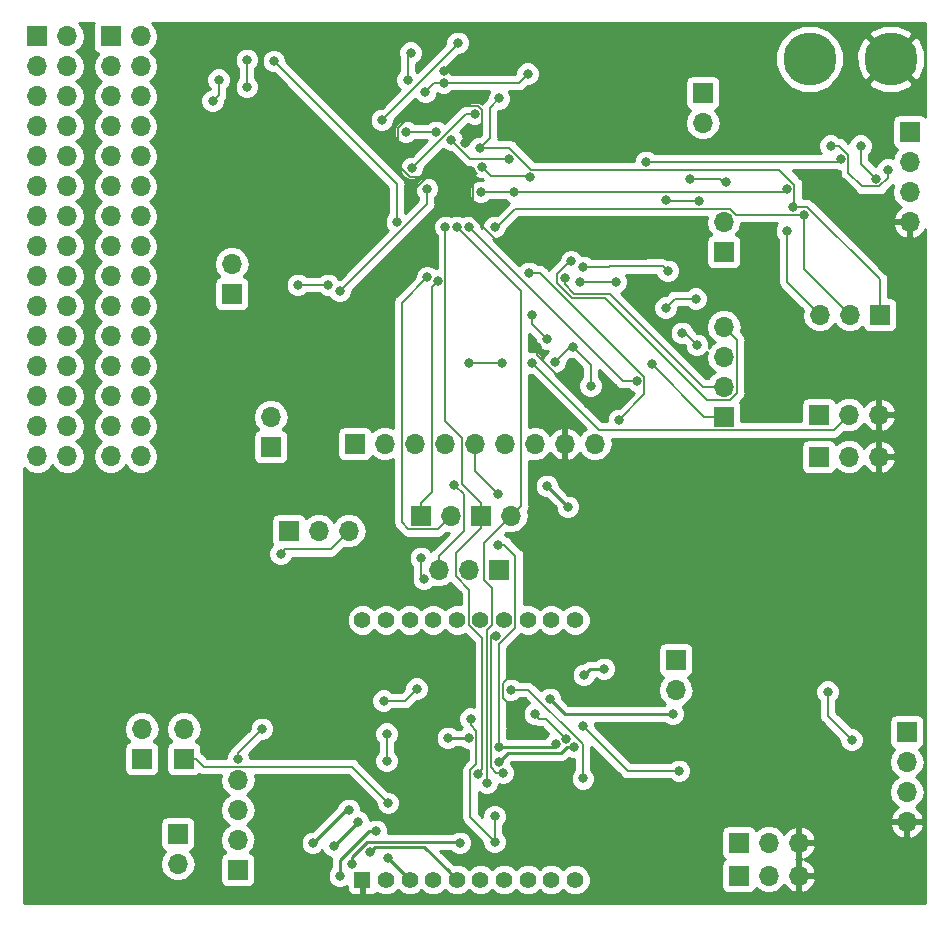
<source format=gbr>
G04 #@! TF.GenerationSoftware,KiCad,Pcbnew,(5.0.1-3-g963ef8bb5)*
G04 #@! TF.CreationDate,2020-02-17T18:14:17-05:00*
G04 #@! TF.ProjectId,v2SLI,7632534C492E6B696361645F70636200,rev?*
G04 #@! TF.SameCoordinates,Original*
G04 #@! TF.FileFunction,Copper,L2,Bot,Signal*
G04 #@! TF.FilePolarity,Positive*
%FSLAX46Y46*%
G04 Gerber Fmt 4.6, Leading zero omitted, Abs format (unit mm)*
G04 Created by KiCad (PCBNEW (5.0.1-3-g963ef8bb5)) date Monday, February 17, 2020 at 06:14:17 PM*
%MOMM*%
%LPD*%
G01*
G04 APERTURE LIST*
G04 #@! TA.AperFunction,ComponentPad*
%ADD10R,1.700000X1.700000*%
G04 #@! TD*
G04 #@! TA.AperFunction,ComponentPad*
%ADD11O,1.700000X1.700000*%
G04 #@! TD*
G04 #@! TA.AperFunction,ComponentPad*
%ADD12R,1.400000X1.400000*%
G04 #@! TD*
G04 #@! TA.AperFunction,ComponentPad*
%ADD13C,1.400000*%
G04 #@! TD*
G04 #@! TA.AperFunction,ComponentPad*
%ADD14C,4.500880*%
G04 #@! TD*
G04 #@! TA.AperFunction,ViaPad*
%ADD15C,0.800000*%
G04 #@! TD*
G04 #@! TA.AperFunction,Conductor*
%ADD16C,0.200000*%
G04 #@! TD*
G04 #@! TA.AperFunction,Conductor*
%ADD17C,0.250000*%
G04 #@! TD*
G04 #@! TA.AperFunction,Conductor*
%ADD18C,0.254000*%
G04 #@! TD*
G04 APERTURE END LIST*
D10*
G04 #@! TO.P,J1,1*
G04 #@! TO.N,/f103int*
X158750000Y-75438000D03*
D11*
G04 #@! TO.P,J1,2*
G04 #@! TO.N,/f205int*
X161290000Y-75438000D03*
G04 #@! TD*
G04 #@! TO.P,J2,2*
G04 #@! TO.N,/TX205RX103*
X166370000Y-75438000D03*
D10*
G04 #@! TO.P,J2,1*
G04 #@! TO.N,/RX205TX103*
X163830000Y-75438000D03*
G04 #@! TD*
D11*
G04 #@! TO.P,J3,3*
G04 #@! TO.N,/205CLKSPI*
X192532000Y-58420000D03*
G04 #@! TO.P,J3,2*
G04 #@! TO.N,/205MISOSPI*
X195072000Y-58420000D03*
D10*
G04 #@! TO.P,J3,1*
G04 #@! TO.N,/205MOSISPI*
X197612000Y-58420000D03*
G04 #@! TD*
G04 #@! TO.P,J4,1*
G04 #@! TO.N,/UART1RX*
X142748000Y-56642000D03*
D11*
G04 #@! TO.P,J4,2*
G04 #@! TO.N,/UART1TX*
X142748000Y-54102000D03*
G04 #@! TD*
D10*
G04 #@! TO.P,J5,1*
G04 #@! TO.N,/vdivider*
X184404000Y-67056000D03*
D11*
G04 #@! TO.P,J5,2*
G04 #@! TO.N,Net-(J5-Pad2)*
X184404000Y-64516000D03*
G04 #@! TO.P,J5,3*
G04 #@! TO.N,Net-(J5-Pad3)*
X184404000Y-61976000D03*
G04 #@! TO.P,J5,4*
G04 #@! TO.N,Net-(J5-Pad4)*
X184404000Y-59436000D03*
G04 #@! TD*
G04 #@! TO.P,J6,2*
G04 #@! TO.N,/UART2TX*
X182626000Y-42164000D03*
D10*
G04 #@! TO.P,J6,1*
G04 #@! TO.N,/UART2RX*
X182626000Y-39624000D03*
G04 #@! TD*
G04 #@! TO.P,J7,1*
G04 #@! TO.N,/205SDAI2C*
X146050000Y-69596000D03*
D11*
G04 #@! TO.P,J7,2*
G04 #@! TO.N,/205SCLI2C*
X146050000Y-67056000D03*
G04 #@! TD*
D10*
G04 #@! TO.P,J8,1*
G04 #@! TO.N,Net-(J8-Pad1)*
X126285001Y-34845001D03*
D11*
G04 #@! TO.P,J8,2*
G04 #@! TO.N,Net-(J8-Pad2)*
X128825001Y-34845001D03*
G04 #@! TO.P,J8,3*
G04 #@! TO.N,Net-(J8-Pad3)*
X126285001Y-37385001D03*
G04 #@! TO.P,J8,4*
G04 #@! TO.N,Net-(J8-Pad4)*
X128825001Y-37385001D03*
G04 #@! TO.P,J8,5*
G04 #@! TO.N,Net-(J8-Pad5)*
X126285001Y-39925001D03*
G04 #@! TO.P,J8,6*
G04 #@! TO.N,Net-(J8-Pad6)*
X128825001Y-39925001D03*
G04 #@! TO.P,J8,7*
G04 #@! TO.N,Net-(J8-Pad7)*
X126285001Y-42465001D03*
G04 #@! TO.P,J8,8*
G04 #@! TO.N,Net-(J8-Pad8)*
X128825001Y-42465001D03*
G04 #@! TO.P,J8,9*
G04 #@! TO.N,Net-(J8-Pad9)*
X126285001Y-45005001D03*
G04 #@! TO.P,J8,10*
G04 #@! TO.N,Net-(J8-Pad10)*
X128825001Y-45005001D03*
G04 #@! TO.P,J8,11*
G04 #@! TO.N,Net-(J8-Pad11)*
X126285001Y-47545001D03*
G04 #@! TO.P,J8,12*
G04 #@! TO.N,Net-(J8-Pad12)*
X128825001Y-47545001D03*
G04 #@! TO.P,J8,13*
G04 #@! TO.N,Net-(J8-Pad13)*
X126285001Y-50085001D03*
G04 #@! TO.P,J8,14*
G04 #@! TO.N,Net-(J8-Pad14)*
X128825001Y-50085001D03*
G04 #@! TO.P,J8,15*
G04 #@! TO.N,Net-(J8-Pad15)*
X126285001Y-52625001D03*
G04 #@! TO.P,J8,16*
G04 #@! TO.N,Net-(J8-Pad16)*
X128825001Y-52625001D03*
G04 #@! TO.P,J8,17*
G04 #@! TO.N,Net-(J8-Pad17)*
X126285001Y-55165001D03*
G04 #@! TO.P,J8,18*
G04 #@! TO.N,Net-(J8-Pad18)*
X128825001Y-55165001D03*
G04 #@! TO.P,J8,19*
G04 #@! TO.N,Net-(J8-Pad19)*
X126285001Y-57705001D03*
G04 #@! TO.P,J8,20*
G04 #@! TO.N,Net-(J8-Pad20)*
X128825001Y-57705001D03*
G04 #@! TO.P,J8,21*
G04 #@! TO.N,Net-(J8-Pad21)*
X126285001Y-60245001D03*
G04 #@! TO.P,J8,22*
G04 #@! TO.N,Net-(J8-Pad22)*
X128825001Y-60245001D03*
G04 #@! TO.P,J8,23*
G04 #@! TO.N,Net-(J8-Pad23)*
X126285001Y-62785001D03*
G04 #@! TO.P,J8,24*
G04 #@! TO.N,Net-(J8-Pad24)*
X128825001Y-62785001D03*
G04 #@! TO.P,J8,25*
G04 #@! TO.N,Net-(J8-Pad25)*
X126285001Y-65325001D03*
G04 #@! TO.P,J8,26*
G04 #@! TO.N,Net-(J8-Pad26)*
X128825001Y-65325001D03*
G04 #@! TO.P,J8,27*
G04 #@! TO.N,Net-(J8-Pad27)*
X126285001Y-67865001D03*
G04 #@! TO.P,J8,28*
G04 #@! TO.N,Net-(J8-Pad28)*
X128825001Y-67865001D03*
G04 #@! TO.P,J8,29*
G04 #@! TO.N,Net-(J8-Pad29)*
X126285001Y-70405001D03*
G04 #@! TO.P,J8,30*
G04 #@! TO.N,Net-(J8-Pad30)*
X128825001Y-70405001D03*
G04 #@! TD*
G04 #@! TO.P,J9,30*
G04 #@! TO.N,Net-(J8-Pad30)*
X135025001Y-70405001D03*
G04 #@! TO.P,J9,29*
G04 #@! TO.N,Net-(J8-Pad29)*
X132485001Y-70405001D03*
G04 #@! TO.P,J9,28*
G04 #@! TO.N,Net-(J8-Pad28)*
X135025001Y-67865001D03*
G04 #@! TO.P,J9,27*
G04 #@! TO.N,Net-(J8-Pad27)*
X132485001Y-67865001D03*
G04 #@! TO.P,J9,26*
G04 #@! TO.N,Net-(J8-Pad26)*
X135025001Y-65325001D03*
G04 #@! TO.P,J9,25*
G04 #@! TO.N,Net-(J8-Pad25)*
X132485001Y-65325001D03*
G04 #@! TO.P,J9,24*
G04 #@! TO.N,Net-(J8-Pad24)*
X135025001Y-62785001D03*
G04 #@! TO.P,J9,23*
G04 #@! TO.N,Net-(J8-Pad23)*
X132485001Y-62785001D03*
G04 #@! TO.P,J9,22*
G04 #@! TO.N,Net-(J8-Pad22)*
X135025001Y-60245001D03*
G04 #@! TO.P,J9,21*
G04 #@! TO.N,Net-(J8-Pad21)*
X132485001Y-60245001D03*
G04 #@! TO.P,J9,20*
G04 #@! TO.N,Net-(J8-Pad20)*
X135025001Y-57705001D03*
G04 #@! TO.P,J9,19*
G04 #@! TO.N,Net-(J8-Pad19)*
X132485001Y-57705001D03*
G04 #@! TO.P,J9,18*
G04 #@! TO.N,Net-(J8-Pad18)*
X135025001Y-55165001D03*
G04 #@! TO.P,J9,17*
G04 #@! TO.N,Net-(J8-Pad17)*
X132485001Y-55165001D03*
G04 #@! TO.P,J9,16*
G04 #@! TO.N,Net-(J8-Pad16)*
X135025001Y-52625001D03*
G04 #@! TO.P,J9,15*
G04 #@! TO.N,Net-(J8-Pad15)*
X132485001Y-52625001D03*
G04 #@! TO.P,J9,14*
G04 #@! TO.N,Net-(J8-Pad14)*
X135025001Y-50085001D03*
G04 #@! TO.P,J9,13*
G04 #@! TO.N,Net-(J8-Pad13)*
X132485001Y-50085001D03*
G04 #@! TO.P,J9,12*
G04 #@! TO.N,Net-(J8-Pad12)*
X135025001Y-47545001D03*
G04 #@! TO.P,J9,11*
G04 #@! TO.N,Net-(J8-Pad11)*
X132485001Y-47545001D03*
G04 #@! TO.P,J9,10*
G04 #@! TO.N,Net-(J8-Pad10)*
X135025001Y-45005001D03*
G04 #@! TO.P,J9,9*
G04 #@! TO.N,Net-(J8-Pad9)*
X132485001Y-45005001D03*
G04 #@! TO.P,J9,8*
G04 #@! TO.N,Net-(J8-Pad8)*
X135025001Y-42465001D03*
G04 #@! TO.P,J9,7*
G04 #@! TO.N,Net-(J8-Pad7)*
X132485001Y-42465001D03*
G04 #@! TO.P,J9,6*
G04 #@! TO.N,Net-(J8-Pad6)*
X135025001Y-39925001D03*
G04 #@! TO.P,J9,5*
G04 #@! TO.N,Net-(J8-Pad5)*
X132485001Y-39925001D03*
G04 #@! TO.P,J9,4*
G04 #@! TO.N,Net-(J8-Pad4)*
X135025001Y-37385001D03*
G04 #@! TO.P,J9,3*
G04 #@! TO.N,Net-(J8-Pad3)*
X132485001Y-37385001D03*
G04 #@! TO.P,J9,2*
G04 #@! TO.N,Net-(J8-Pad2)*
X135025001Y-34845001D03*
D10*
G04 #@! TO.P,J9,1*
G04 #@! TO.N,Net-(J8-Pad1)*
X132485001Y-34845001D03*
G04 #@! TD*
G04 #@! TO.P,J10,1*
G04 #@! TO.N,/SWCLK205*
X200152000Y-42926000D03*
D11*
G04 #@! TO.P,J10,2*
G04 #@! TO.N,/SWIO205*
X200152000Y-45466000D03*
G04 #@! TO.P,J10,3*
G04 #@! TO.N,GND*
X200152000Y-48006000D03*
G04 #@! TO.P,J10,4*
G04 #@! TO.N,VCC*
X200152000Y-50546000D03*
G04 #@! TD*
D10*
G04 #@! TO.P,J11,1*
G04 #@! TO.N,GND*
X192457588Y-66875990D03*
D11*
G04 #@! TO.P,J11,2*
G04 #@! TO.N,/205BOOT0*
X194997588Y-66875990D03*
G04 #@! TO.P,J11,3*
G04 #@! TO.N,VCC*
X197537588Y-66875990D03*
G04 #@! TD*
D10*
G04 #@! TO.P,J12,1*
G04 #@! TO.N,GND*
X192457588Y-70431990D03*
D11*
G04 #@! TO.P,J12,2*
G04 #@! TO.N,/205BOOT1*
X194997588Y-70431990D03*
G04 #@! TO.P,J12,3*
G04 #@! TO.N,VCC*
X197537588Y-70431990D03*
G04 #@! TD*
G04 #@! TO.P,J13,3*
G04 #@! TO.N,VCC*
X190754000Y-105918000D03*
G04 #@! TO.P,J13,2*
G04 #@! TO.N,/103BOOT1*
X188214000Y-105918000D03*
D10*
G04 #@! TO.P,J13,1*
G04 #@! TO.N,GND*
X185674000Y-105918000D03*
G04 #@! TD*
D11*
G04 #@! TO.P,J14,4*
G04 #@! TO.N,VCC*
X199898000Y-101346000D03*
G04 #@! TO.P,J14,3*
G04 #@! TO.N,GND*
X199898000Y-98806000D03*
G04 #@! TO.P,J14,2*
G04 #@! TO.N,/SWIO103*
X199898000Y-96266000D03*
D10*
G04 #@! TO.P,J14,1*
G04 #@! TO.N,/SWCLK103*
X199898000Y-93726000D03*
G04 #@! TD*
G04 #@! TO.P,J15,1*
G04 #@! TO.N,GND*
X185674000Y-103124000D03*
D11*
G04 #@! TO.P,J15,2*
G04 #@! TO.N,/103BOOT0*
X188214000Y-103124000D03*
G04 #@! TO.P,J15,3*
G04 #@! TO.N,VCC*
X190754000Y-103124000D03*
G04 #@! TD*
G04 #@! TO.P,J16,3*
G04 #@! TO.N,/CLK103SPI*
X152654000Y-76708000D03*
G04 #@! TO.P,J16,2*
G04 #@! TO.N,/MISO103SPI*
X150114000Y-76708000D03*
D10*
G04 #@! TO.P,J16,1*
G04 #@! TO.N,/MOSI103SPI*
X147574000Y-76708000D03*
G04 #@! TD*
G04 #@! TO.P,J17,1*
G04 #@! TO.N,/PPS*
X165354000Y-80010000D03*
D11*
G04 #@! TO.P,J17,2*
G04 #@! TO.N,/GPSEnable*
X162814000Y-80010000D03*
G04 #@! TO.P,J17,3*
G04 #@! TO.N,/GPSFix*
X160274000Y-80010000D03*
G04 #@! TD*
D10*
G04 #@! TO.P,J18,1*
G04 #@! TO.N,/PB0*
X143256000Y-105410000D03*
D11*
G04 #@! TO.P,J18,2*
G04 #@! TO.N,/PB1*
X143256000Y-102870000D03*
G04 #@! TO.P,J18,3*
G04 #@! TO.N,/PA0*
X143256000Y-100330000D03*
G04 #@! TO.P,J18,4*
G04 #@! TO.N,/PA1*
X143256000Y-97790000D03*
G04 #@! TD*
G04 #@! TO.P,J19,2*
G04 #@! TO.N,/GPSTX103RX*
X180340000Y-90170000D03*
D10*
G04 #@! TO.P,J19,1*
G04 #@! TO.N,/GPSRX103TX*
X180340000Y-87630000D03*
G04 #@! TD*
D11*
G04 #@! TO.P,J21,2*
G04 #@! TO.N,/RFTX103RX*
X138684000Y-93472000D03*
D10*
G04 #@! TO.P,J21,1*
G04 #@! TO.N,/RFRX103TX*
X138684000Y-96012000D03*
G04 #@! TD*
G04 #@! TO.P,SW1,1*
G04 #@! TO.N,Net-(C1-Pad2)*
X184404000Y-53086000D03*
D11*
G04 #@! TO.P,SW1,2*
G04 #@! TO.N,GND*
X184404000Y-50546000D03*
G04 #@! TD*
G04 #@! TO.P,SW2,2*
G04 #@! TO.N,GND*
X138176000Y-104902000D03*
D10*
G04 #@! TO.P,SW2,1*
G04 #@! TO.N,Net-(C4-Pad2)*
X138176000Y-102362000D03*
G04 #@! TD*
G04 #@! TO.P,SW3,1*
G04 #@! TO.N,GND*
X135128000Y-96012000D03*
D11*
G04 #@! TO.P,SW3,2*
G04 #@! TO.N,Net-(SW3-Pad2)*
X135128000Y-93472000D03*
G04 #@! TD*
D10*
G04 #@! TO.P,U6,1*
G04 #@! TO.N,Net-(U6-Pad1)*
X153162000Y-69342000D03*
D11*
G04 #@! TO.P,U6,2*
G04 #@! TO.N,/GPSEnable*
X155702000Y-69342000D03*
G04 #@! TO.P,U6,3*
G04 #@! TO.N,Net-(U6-Pad3)*
X158242000Y-69342000D03*
G04 #@! TO.P,U6,4*
G04 #@! TO.N,/GPSFix*
X160782000Y-69342000D03*
G04 #@! TO.P,U6,5*
G04 #@! TO.N,/GPSTX103RX*
X163322000Y-69342000D03*
G04 #@! TO.P,U6,6*
G04 #@! TO.N,/GPSRX103TX*
X165862000Y-69342000D03*
G04 #@! TO.P,U6,7*
G04 #@! TO.N,GND*
X168402000Y-69342000D03*
G04 #@! TO.P,U6,8*
G04 #@! TO.N,VCC*
X170942000Y-69342000D03*
G04 #@! TO.P,U6,9*
G04 #@! TO.N,/PPS*
X173482000Y-69342000D03*
G04 #@! TD*
D12*
G04 #@! TO.P,U8,1*
G04 #@! TO.N,VCC*
X153810000Y-106250000D03*
D13*
G04 #@! TO.P,U8,2*
G04 #@! TO.N,/RFTX103RX*
X155810000Y-106250000D03*
G04 #@! TO.P,U8,3*
G04 #@! TO.N,/RFRX103TX*
X157810000Y-106250000D03*
G04 #@! TO.P,U8,4*
G04 #@! TO.N,Net-(U8-Pad4)*
X159810000Y-106250000D03*
G04 #@! TO.P,U8,5*
G04 #@! TO.N,Net-(SW3-Pad2)*
X161810000Y-106250000D03*
G04 #@! TO.P,U8,6*
G04 #@! TO.N,Net-(U8-Pad6)*
X163810000Y-106250000D03*
G04 #@! TO.P,U8,7*
G04 #@! TO.N,Net-(U8-Pad7)*
X165810000Y-106250000D03*
G04 #@! TO.P,U8,8*
G04 #@! TO.N,Net-(U8-Pad8)*
X167810000Y-106250000D03*
G04 #@! TO.P,U8,9*
G04 #@! TO.N,Net-(U8-Pad9)*
X169810000Y-106250000D03*
G04 #@! TO.P,U8,10*
G04 #@! TO.N,GND*
X171810000Y-106250000D03*
G04 #@! TO.P,U8,11*
G04 #@! TO.N,Net-(U8-Pad11)*
X171810000Y-84250000D03*
G04 #@! TO.P,U8,12*
G04 #@! TO.N,Net-(U8-Pad12)*
X169810000Y-84250000D03*
G04 #@! TO.P,U8,13*
G04 #@! TO.N,Net-(U8-Pad13)*
X167810000Y-84250000D03*
G04 #@! TO.P,U8,14*
G04 #@! TO.N,Net-(U8-Pad14)*
X165810000Y-84250000D03*
G04 #@! TO.P,U8,15*
G04 #@! TO.N,Net-(U8-Pad15)*
X163810000Y-84250000D03*
G04 #@! TO.P,U8,16*
G04 #@! TO.N,Net-(U8-Pad16)*
X161810000Y-84250000D03*
G04 #@! TO.P,U8,17*
G04 #@! TO.N,Net-(U8-Pad17)*
X159810000Y-84250000D03*
G04 #@! TO.P,U8,18*
G04 #@! TO.N,Net-(U8-Pad18)*
X157810000Y-84250000D03*
G04 #@! TO.P,U8,19*
G04 #@! TO.N,Net-(U8-Pad19)*
X155810000Y-84250000D03*
G04 #@! TO.P,U8,20*
G04 #@! TO.N,Net-(U8-Pad20)*
X153810000Y-84250000D03*
G04 #@! TD*
D14*
G04 #@! TO.P,J22,1*
G04 #@! TO.N,VCC*
X198530259Y-36732259D03*
G04 #@! TD*
G04 #@! TO.P,J23,1*
G04 #@! TO.N,GND*
X191672259Y-36732259D03*
G04 #@! TD*
D15*
G04 #@! TO.N,*
X181512259Y-46892259D03*
X184560259Y-47146259D03*
X197260259Y-46892259D03*
X195990259Y-44098259D03*
G04 #@! TO.N,Net-(C1-Pad2)*
X175260000Y-55626000D03*
X172212000Y-55626000D03*
G04 #@! TO.N,GND*
X141634259Y-38510259D03*
X141126259Y-40288259D03*
X160684259Y-38764259D03*
X159133699Y-39533110D03*
X157636259Y-38510259D03*
X157890259Y-36224259D03*
X167796259Y-38002259D03*
X158398259Y-90072259D03*
X155604259Y-91088259D03*
X165002259Y-100864010D03*
X165002259Y-103026259D03*
X155858259Y-96168259D03*
X155858259Y-93882259D03*
X162970259Y-92612259D03*
X170082259Y-62386259D03*
X171606259Y-61116259D03*
X163927000Y-45876259D03*
X168036198Y-46768212D03*
X182020259Y-57052259D03*
X179480259Y-57814259D03*
X182274259Y-48789999D03*
X179480259Y-48670259D03*
X198276259Y-46130259D03*
X193450259Y-44098259D03*
X173130259Y-64418259D03*
X195228259Y-94390259D03*
X193196259Y-90326259D03*
G04 #@! TO.N,Net-(C2-Pad1)*
X159258000Y-47752000D03*
X151892000Y-56388000D03*
G04 #@! TO.N,Net-(C4-Pad2)*
X145288000Y-93472000D03*
X143256000Y-96012000D03*
G04 #@! TO.N,/f103int*
X158750000Y-78994000D03*
X159004000Y-80772000D03*
X166370000Y-90170000D03*
X172466000Y-97678000D03*
X160191997Y-55528259D03*
G04 #@! TO.N,/f205int*
X165699418Y-97190582D03*
X165100000Y-85598000D03*
X159286084Y-55232399D03*
G04 #@! TO.N,/TX205RX103*
X164338000Y-98044000D03*
X161798000Y-50969000D03*
G04 #@! TO.N,/RX205TX103*
X163576000Y-97282000D03*
X160844997Y-50969000D03*
G04 #@! TO.N,/205CLKSPI*
X163830000Y-48006000D03*
X189738000Y-47752000D03*
X189738000Y-51308000D03*
X166624000Y-48006000D03*
G04 #@! TO.N,/205MISOSPI*
X191164259Y-49940259D03*
X165002259Y-50969000D03*
G04 #@! TO.N,/205MOSISPI*
X163749259Y-44276741D03*
X165382241Y-40103759D03*
X160020000Y-42926000D03*
X157480000Y-42926000D03*
X144018000Y-39116000D03*
X144018000Y-36830000D03*
X190246000Y-49276000D03*
G04 #@! TO.N,/UART1RX*
X148336000Y-55880000D03*
X150876000Y-55880000D03*
G04 #@! TO.N,/vdivider*
X168148000Y-58420000D03*
X169418000Y-60452000D03*
X178308000Y-62593000D03*
G04 #@! TO.N,Net-(J5-Pad2)*
X170942000Y-55275000D03*
G04 #@! TO.N,Net-(J5-Pad3)*
X182118000Y-60960000D03*
X180848000Y-59944000D03*
X179663241Y-54695241D03*
X172466000Y-54356000D03*
G04 #@! TO.N,Net-(J5-Pad4)*
X171470465Y-53864433D03*
G04 #@! TO.N,/SWCLK205*
X162814000Y-62484000D03*
X165608000Y-62484000D03*
G04 #@! TO.N,VCC*
X162488259Y-43844259D03*
X160684259Y-37748259D03*
X177194259Y-36224259D03*
X160684259Y-92612259D03*
X156366259Y-92612259D03*
X159668259Y-94136259D03*
X166526259Y-100486259D03*
X181258259Y-80166259D03*
X191672259Y-80166259D03*
X188116259Y-87786259D03*
X190656259Y-95660259D03*
X129442259Y-97184259D03*
X125632259Y-91850259D03*
X141634259Y-35462259D03*
X191926259Y-43844259D03*
X157890259Y-48416259D03*
X163029370Y-46281888D03*
X179734259Y-51972259D03*
X168050259Y-53242259D03*
X152810259Y-61370259D03*
X168558259Y-61116259D03*
X172876259Y-65942259D03*
X168812259Y-66450259D03*
X197006259Y-62132259D03*
X167034259Y-91596259D03*
G04 #@! TO.N,/205BOOT0*
X168148000Y-62484000D03*
G04 #@! TO.N,/205BOOT1*
X177038000Y-64008000D03*
X162814000Y-50969000D03*
G04 #@! TO.N,/SWIO103*
X168402000Y-92202000D03*
X171033745Y-94318525D03*
X172466000Y-93218000D03*
X180594000Y-97028000D03*
G04 #@! TO.N,/SWCLK103*
X169672000Y-90932000D03*
X180086000Y-92202000D03*
G04 #@! TO.N,/CLK103SPI*
X146896000Y-78642259D03*
G04 #@! TO.N,/PPS*
X174244000Y-88392000D03*
X172560010Y-88900000D03*
X167894000Y-54864000D03*
X175514000Y-67310000D03*
G04 #@! TO.N,/GPSFix*
X161566654Y-72806249D03*
G04 #@! TO.N,/PB0*
X154940000Y-102108000D03*
X151892000Y-105918000D03*
G04 #@! TO.N,/PB1*
X152908000Y-104902000D03*
X162052000Y-103124000D03*
G04 #@! TO.N,/PA0*
X149606000Y-103124000D03*
X152654000Y-100330000D03*
G04 #@! TO.N,/PA1*
X153416000Y-101346000D03*
X151384000Y-103378000D03*
G04 #@! TO.N,/GPSTX103RX*
X165358000Y-95000000D03*
X170180000Y-94742000D03*
X165256259Y-73562259D03*
X165256259Y-77880259D03*
G04 #@! TO.N,/GPSRX103TX*
X169418000Y-72898000D03*
X171196000Y-74676000D03*
X171704000Y-94996000D03*
X165354000Y-96266000D03*
G04 #@! TO.N,/CSSD*
X162814000Y-94234000D03*
X161036000Y-94234000D03*
G04 #@! TO.N,/RFRX103TX*
X155956000Y-104394000D03*
X155973919Y-99746919D03*
G04 #@! TO.N,Net-(SW3-Pad2)*
X154451653Y-103866347D03*
G04 #@! TO.N,/ACCINT*
X155448000Y-41910000D03*
X161878741Y-35386741D03*
G04 #@! TO.N,/BMP0CS*
X177800000Y-45466000D03*
X194310000Y-45212000D03*
G04 #@! TO.N,/BMP1CS*
X156718000Y-50546000D03*
X146304000Y-36942000D03*
G04 #@! TO.N,/ICMCS*
X163322000Y-41402000D03*
X157988000Y-45974000D03*
G04 #@! TO.N,/VDDIOACC*
X166233000Y-45212000D03*
X161352000Y-43626000D03*
G04 #@! TD*
D16*
G04 #@! TO.N,*
X181512259Y-46892259D02*
X184052259Y-46892259D01*
X184306259Y-47146259D02*
X184560259Y-47146259D01*
X184052259Y-46892259D02*
X184306259Y-47146259D01*
X197260259Y-46892259D02*
X195990259Y-45622259D01*
X195990259Y-45622259D02*
X195990259Y-44098259D01*
G04 #@! TO.N,Net-(C1-Pad2)*
X175260000Y-55626000D02*
X172212000Y-55626000D01*
G04 #@! TO.N,GND*
X141634259Y-39780259D02*
X141126259Y-40288259D01*
X141634259Y-38510259D02*
X141634259Y-39780259D01*
X159902550Y-38764259D02*
X159133699Y-39533110D01*
X160684259Y-38764259D02*
X159902550Y-38764259D01*
X157636259Y-38510259D02*
X157636259Y-36478259D01*
X157636259Y-36478259D02*
X157890259Y-36224259D01*
X167034259Y-38764259D02*
X167796259Y-38002259D01*
X160684259Y-38764259D02*
X167034259Y-38764259D01*
X157382259Y-91088259D02*
X155604259Y-91088259D01*
X158398259Y-90072259D02*
X157382259Y-91088259D01*
X165002259Y-100864010D02*
X165002259Y-103026259D01*
X155858259Y-96168259D02*
X155858259Y-93882259D01*
X162922999Y-100946999D02*
X164602260Y-102626260D01*
X162922999Y-96968559D02*
X162922999Y-100946999D01*
X164602260Y-102626260D02*
X165002259Y-103026259D01*
X163467001Y-96424557D02*
X162922999Y-96968559D01*
X163467001Y-93674686D02*
X163467001Y-96424557D01*
X162970259Y-93177944D02*
X163467001Y-93674686D01*
X162970259Y-92612259D02*
X162970259Y-93177944D01*
X171352259Y-61116259D02*
X171606259Y-61116259D01*
X170082259Y-62386259D02*
X171352259Y-61116259D01*
X163927000Y-45876259D02*
X164689000Y-46638259D01*
X167906245Y-46638259D02*
X168036198Y-46768212D01*
X164689000Y-46638259D02*
X167906245Y-46638259D01*
X180242259Y-57052259D02*
X179480259Y-57814259D01*
X182020259Y-57052259D02*
X180242259Y-57052259D01*
X179599999Y-48789999D02*
X179480259Y-48670259D01*
X182274259Y-48789999D02*
X179599999Y-48789999D01*
X194015944Y-44098259D02*
X193450259Y-44098259D01*
X194162701Y-44098259D02*
X194015944Y-44098259D01*
X194963001Y-46373001D02*
X194963001Y-44898559D01*
X196135260Y-47545260D02*
X194963001Y-46373001D01*
X194963001Y-44898559D02*
X194162701Y-44098259D01*
X197573700Y-47545260D02*
X196135260Y-47545260D01*
X198276259Y-46842701D02*
X197573700Y-47545260D01*
X198276259Y-46130259D02*
X198276259Y-46842701D01*
X173130259Y-62640259D02*
X171606259Y-61116259D01*
X173130259Y-64418259D02*
X173130259Y-62640259D01*
X193196259Y-92358259D02*
X195228259Y-94390259D01*
X193196259Y-90326259D02*
X193196259Y-92358259D01*
G04 #@! TO.N,Net-(C2-Pad1)*
X159258000Y-49022000D02*
X151892000Y-56388000D01*
X159258000Y-47752000D02*
X159258000Y-49022000D01*
G04 #@! TO.N,Net-(C4-Pad2)*
X143256000Y-95504000D02*
X143256000Y-96012000D01*
X145288000Y-93472000D02*
X143256000Y-95504000D01*
G04 #@! TO.N,/f103int*
X158750000Y-80518000D02*
X159004000Y-80772000D01*
X158750000Y-78994000D02*
X158750000Y-80518000D01*
X172466000Y-94791558D02*
X172466000Y-97678000D01*
X167844442Y-90170000D02*
X172466000Y-94791558D01*
X166370000Y-90170000D02*
X167844442Y-90170000D01*
X158750000Y-74388000D02*
X158750000Y-75438000D01*
X159678999Y-73459001D02*
X158750000Y-74388000D01*
X159678999Y-56041257D02*
X159678999Y-73459001D01*
X160191997Y-55528259D02*
X159678999Y-56041257D01*
G04 #@! TO.N,/f205int*
X164691010Y-96747859D02*
X164691010Y-85498990D01*
X165133733Y-97190582D02*
X164691010Y-96747859D01*
X165699418Y-97190582D02*
X165133733Y-97190582D01*
X165000990Y-85498990D02*
X165100000Y-85598000D01*
X164691010Y-85498990D02*
X165000990Y-85498990D01*
X160440001Y-76287999D02*
X161290000Y-75438000D01*
X160186999Y-76541001D02*
X160440001Y-76287999D01*
X157697599Y-76541001D02*
X160186999Y-76541001D01*
X157138999Y-75982401D02*
X157697599Y-76541001D01*
X157138999Y-57379484D02*
X157138999Y-75982401D01*
X159286084Y-55232399D02*
X157138999Y-57379484D01*
G04 #@! TO.N,/TX205RX103*
X165520001Y-76287999D02*
X166370000Y-75438000D01*
X164084000Y-77724000D02*
X165520001Y-76287999D01*
X164763001Y-81574403D02*
X164084000Y-80895402D01*
X164763001Y-84707441D02*
X164763001Y-81574403D01*
X164084000Y-80895402D02*
X164084000Y-77724000D01*
X164338000Y-85132442D02*
X164763001Y-84707441D01*
X164338000Y-98044000D02*
X164338000Y-85132442D01*
X167219999Y-74588001D02*
X166370000Y-75438000D01*
X167219999Y-56390999D02*
X167219999Y-74588001D01*
X161798000Y-50969000D02*
X167219999Y-56390999D01*
G04 #@! TO.N,/RX205TX103*
X163830000Y-76488000D02*
X163830000Y-75438000D01*
X161710999Y-80539441D02*
X161710999Y-78607001D01*
X161710999Y-78607001D02*
X163830000Y-76488000D01*
X162856999Y-81685441D02*
X161710999Y-80539441D01*
X163975999Y-85826441D02*
X162856999Y-84707441D01*
X163975999Y-96882001D02*
X163975999Y-85826441D01*
X162856999Y-84707441D02*
X162856999Y-81685441D01*
X163576000Y-97282000D02*
X163975999Y-96882001D01*
X163830000Y-74388000D02*
X163830000Y-75438000D01*
X162218999Y-72776999D02*
X163830000Y-74388000D01*
X162218999Y-68812559D02*
X162218999Y-72776999D01*
X160844997Y-67438557D02*
X162218999Y-68812559D01*
X160844997Y-50969000D02*
X160844997Y-67438557D01*
G04 #@! TO.N,/205CLKSPI*
X163830000Y-48006000D02*
X166624000Y-48006000D01*
X189484000Y-48006000D02*
X189738000Y-47752000D01*
X166624000Y-48006000D02*
X189484000Y-48006000D01*
X189738000Y-55626000D02*
X192532000Y-58420000D01*
X189738000Y-51308000D02*
X189738000Y-55626000D01*
G04 #@! TO.N,/205MISOSPI*
X191164259Y-54512259D02*
X195072000Y-58420000D01*
X191164259Y-49940259D02*
X191164259Y-54512259D01*
X184933441Y-49442999D02*
X166769519Y-49442999D01*
X185430701Y-49940259D02*
X184933441Y-49442999D01*
X191164259Y-49940259D02*
X185430701Y-49940259D01*
X165243518Y-50969000D02*
X165002259Y-50969000D01*
X166769519Y-49442999D02*
X165243518Y-50969000D01*
G04 #@! TO.N,/205MOSISPI*
X164592000Y-43434000D02*
X164592000Y-42164000D01*
X163749259Y-44276741D02*
X164592000Y-43434000D01*
X164592000Y-40894000D02*
X165382241Y-40103759D01*
X164592000Y-42164000D02*
X164592000Y-40894000D01*
X160020000Y-42926000D02*
X159454315Y-42926000D01*
X159454315Y-42926000D02*
X157480000Y-42926000D01*
X144018000Y-39116000D02*
X144018000Y-36830000D01*
X197612000Y-57370000D02*
X197612000Y-58420000D01*
X197612000Y-55421558D02*
X197612000Y-57370000D01*
X191466442Y-49276000D02*
X197612000Y-55421558D01*
X190246000Y-49276000D02*
X191466442Y-49276000D01*
X164314944Y-44276741D02*
X163749259Y-44276741D01*
X166264183Y-44276741D02*
X164314944Y-44276741D01*
X168106443Y-46119001D02*
X166264183Y-44276741D01*
X189121001Y-46119001D02*
X168106443Y-46119001D01*
X190391001Y-47389001D02*
X189121001Y-46119001D01*
X190391001Y-49130999D02*
X190391001Y-47389001D01*
X190246000Y-49276000D02*
X190391001Y-49130999D01*
G04 #@! TO.N,/UART1RX*
X148336000Y-55880000D02*
X150876000Y-55880000D01*
G04 #@! TO.N,/vdivider*
X168148000Y-59182000D02*
X169418000Y-60452000D01*
X168148000Y-58420000D02*
X168148000Y-59182000D01*
X182771000Y-67056000D02*
X184404000Y-67056000D01*
X178308000Y-62593000D02*
X182771000Y-67056000D01*
G04 #@! TO.N,Net-(J5-Pad2)*
X170942000Y-55840685D02*
X171743315Y-56642000D01*
X170942000Y-55275000D02*
X170942000Y-55840685D01*
X171743315Y-56642000D02*
X174752000Y-56642000D01*
X182626000Y-64516000D02*
X184404000Y-64516000D01*
X174752000Y-56642000D02*
X182626000Y-64516000D01*
G04 #@! TO.N,Net-(J5-Pad3)*
X182118000Y-60960000D02*
X181102000Y-59944000D01*
X181102000Y-59944000D02*
X180848000Y-59944000D01*
X179663241Y-54695241D02*
X179263242Y-54295242D01*
X176336758Y-54295242D02*
X176348700Y-54307184D01*
X179263242Y-54295242D02*
X176348700Y-54307184D01*
X176348700Y-54307184D02*
X174703184Y-54307184D01*
X174703184Y-54307184D02*
X174654368Y-54356000D01*
X174654368Y-54356000D02*
X172974000Y-54356000D01*
X172974000Y-54356000D02*
X172466000Y-54356000D01*
G04 #@! TO.N,Net-(J5-Pad4)*
X171386125Y-53864433D02*
X171470465Y-53864433D01*
X170288999Y-54961559D02*
X171386125Y-53864433D01*
X170288999Y-55686915D02*
X170288999Y-54961559D01*
X171597094Y-56995010D02*
X170288999Y-55686915D01*
X174343010Y-56995010D02*
X171597094Y-56995010D01*
X182967001Y-65619001D02*
X174343010Y-56995010D01*
X184933441Y-65619001D02*
X182967001Y-65619001D01*
X185507001Y-65045441D02*
X184933441Y-65619001D01*
X185507001Y-60539001D02*
X185507001Y-65045441D01*
X184404000Y-59436000D02*
X185507001Y-60539001D01*
G04 #@! TO.N,/SWCLK205*
X162814000Y-62484000D02*
X165608000Y-62484000D01*
G04 #@! TO.N,VCC*
X159668259Y-93628259D02*
X160684259Y-92612259D01*
X159668259Y-94136259D02*
X159668259Y-93628259D01*
X158290258Y-47753300D02*
X159659299Y-46384259D01*
X158290258Y-48016260D02*
X158290258Y-47753300D01*
X162912574Y-46384259D02*
X163478259Y-46384259D01*
X157890259Y-48416259D02*
X158290258Y-48016260D01*
X162888258Y-43444260D02*
X162488259Y-43844259D01*
X163975001Y-42357517D02*
X162888258Y-43444260D01*
X163975001Y-41088559D02*
X163975001Y-42357517D01*
X163635441Y-40748999D02*
X163975001Y-41088559D01*
X158690559Y-40748999D02*
X163635441Y-40748999D01*
X156826999Y-42612559D02*
X158690559Y-40748999D01*
X157831816Y-46784258D02*
X156826999Y-45779441D01*
X156826999Y-45779441D02*
X156826999Y-42612559D01*
X163078260Y-46784258D02*
X157831816Y-46784258D01*
X163478259Y-46384259D02*
X163078260Y-46784258D01*
X163029370Y-46281888D02*
X162912574Y-46384259D01*
X159659299Y-46384259D02*
X163029370Y-46281888D01*
X163176999Y-46685519D02*
X163176999Y-50110182D01*
X163176999Y-50110182D02*
X166309076Y-53242259D01*
X163478259Y-46384259D02*
X163176999Y-46685519D01*
X166309076Y-53242259D02*
X168050259Y-53242259D01*
X172671817Y-65942259D02*
X172876259Y-65942259D01*
X168558259Y-61828701D02*
X172671817Y-65942259D01*
X168558259Y-61116259D02*
X168558259Y-61828701D01*
X197537588Y-62663588D02*
X197537588Y-66875990D01*
X197006259Y-62132259D02*
X197537588Y-62663588D01*
X166468574Y-91596259D02*
X165716999Y-90844684D01*
X165716999Y-90844684D02*
X165716999Y-89611519D01*
X167034259Y-91596259D02*
X166468574Y-91596259D01*
X165716999Y-89611519D02*
X167542259Y-87786259D01*
G04 #@! TO.N,/205BOOT0*
X173823001Y-68159001D02*
X168148000Y-62484000D01*
X193714577Y-68159001D02*
X173823001Y-68159001D01*
X194997588Y-66875990D02*
X193714577Y-68159001D01*
G04 #@! TO.N,/205BOOT1*
X175853000Y-64008000D02*
X162814000Y-50969000D01*
X177038000Y-64008000D02*
X175853000Y-64008000D01*
G04 #@! TO.N,/SWIO103*
X169317219Y-92601999D02*
X171033745Y-94318525D01*
X168801999Y-92601999D02*
X169317219Y-92601999D01*
X168402000Y-92202000D02*
X168801999Y-92601999D01*
X172466000Y-93218000D02*
X176276000Y-97028000D01*
X176276000Y-97028000D02*
X180594000Y-97028000D01*
D17*
G04 #@! TO.N,/SWCLK103*
X170942000Y-92202000D02*
X180086000Y-92202000D01*
X169672000Y-90932000D02*
X170942000Y-92202000D01*
D16*
G04 #@! TO.N,/CLK103SPI*
X151119740Y-78242260D02*
X151804001Y-77557999D01*
X147295999Y-78242260D02*
X151119740Y-78242260D01*
X151804001Y-77557999D02*
X152654000Y-76708000D01*
X146896000Y-78642259D02*
X147295999Y-78242260D01*
D17*
G04 #@! TO.N,/PPS*
X173068010Y-88392000D02*
X172560010Y-88900000D01*
X174244000Y-88392000D02*
X173068010Y-88392000D01*
D16*
X177691001Y-65132999D02*
X175514000Y-67310000D01*
X168860442Y-54864000D02*
X177691001Y-63694559D01*
X177691001Y-63694559D02*
X177691001Y-65132999D01*
X167894000Y-54864000D02*
X168860442Y-54864000D01*
G04 #@! TO.N,/GPSFix*
X162393001Y-76688918D02*
X160274000Y-78807919D01*
X160274000Y-78807919D02*
X160274000Y-80010000D01*
X162393001Y-73632596D02*
X162393001Y-76688918D01*
X161566654Y-72806249D02*
X162393001Y-73632596D01*
D17*
G04 #@! TO.N,/PB0*
X151892000Y-104590315D02*
X151892000Y-105918000D01*
X154374315Y-102108000D02*
X151892000Y-104590315D01*
X154940000Y-102108000D02*
X154374315Y-102108000D01*
G04 #@! TO.N,/PB1*
X161944339Y-103016339D02*
X162052000Y-103124000D01*
X154227976Y-103016339D02*
X161944339Y-103016339D01*
X152908000Y-104336315D02*
X154227976Y-103016339D01*
X152908000Y-104902000D02*
X152908000Y-104336315D01*
G04 #@! TO.N,/PA0*
X152400000Y-100330000D02*
X152654000Y-100330000D01*
X149606000Y-103124000D02*
X152400000Y-100330000D01*
G04 #@! TO.N,/PA1*
X153416000Y-101346000D02*
X151384000Y-103378000D01*
G04 #@! TO.N,/GPSTX103RX*
X169922000Y-95000000D02*
X170180000Y-94742000D01*
X165358000Y-95000000D02*
X169922000Y-95000000D01*
D16*
X163322000Y-71628000D02*
X165256259Y-73562259D01*
X163322000Y-69342000D02*
X163322000Y-71628000D01*
X165821944Y-77880259D02*
X166763001Y-78821316D01*
X166763001Y-84901441D02*
X165344010Y-86320432D01*
X166763001Y-78821316D02*
X166763001Y-84901441D01*
X165344010Y-86320432D02*
X165344010Y-93374259D01*
X165256259Y-77880259D02*
X165821944Y-77880259D01*
X165358000Y-93388249D02*
X165358000Y-95000000D01*
X165344010Y-93374259D02*
X165358000Y-93388249D01*
D17*
G04 #@! TO.N,/GPSRX103TX*
X169418000Y-72898000D02*
X171196000Y-74676000D01*
X171138315Y-94996000D02*
X170630315Y-95504000D01*
X171704000Y-94996000D02*
X171138315Y-94996000D01*
X166116000Y-95504000D02*
X170630315Y-95504000D01*
X165354000Y-96266000D02*
X166116000Y-95504000D01*
G04 #@! TO.N,/CSSD*
X162814000Y-94234000D02*
X161036000Y-94234000D01*
G04 #@! TO.N,/RFRX103TX*
X157110001Y-105550001D02*
X157110001Y-105548001D01*
X157810000Y-106250000D02*
X157110001Y-105550001D01*
X157110001Y-105548001D02*
X155956000Y-104394000D01*
D16*
X152892001Y-96665001D02*
X155973919Y-99746919D01*
X140387001Y-96665001D02*
X152892001Y-96665001D01*
X138684000Y-96012000D02*
X139734000Y-96012000D01*
X139734000Y-96012000D02*
X140387001Y-96665001D01*
D17*
G04 #@! TO.N,Net-(SW3-Pad2)*
X161110001Y-105550001D02*
X161810000Y-106250000D01*
X159026348Y-103466348D02*
X161110001Y-105550001D01*
X154851652Y-103466348D02*
X159026348Y-103466348D01*
X154451653Y-103866347D02*
X154851652Y-103466348D01*
D16*
G04 #@! TO.N,/ACCINT*
X161878741Y-35479259D02*
X161878741Y-35386741D01*
X155448000Y-41910000D02*
X161878741Y-35479259D01*
G04 #@! TO.N,/BMP0CS*
X194056000Y-45466000D02*
X194310000Y-45212000D01*
X177800000Y-45466000D02*
X194056000Y-45466000D01*
G04 #@! TO.N,/BMP1CS*
X156718000Y-47356000D02*
X146304000Y-36942000D01*
X156718000Y-50546000D02*
X156718000Y-47356000D01*
G04 #@! TO.N,/ICMCS*
X162560000Y-41402000D02*
X157988000Y-45974000D01*
X163322000Y-41402000D02*
X162560000Y-41402000D01*
G04 #@! TO.N,/VDDIOACC*
X162938000Y-45212000D02*
X161352000Y-43626000D01*
X166233000Y-45212000D02*
X162938000Y-45212000D01*
G04 #@! TD*
D18*
G04 #@! TO.N,VCC*
G36*
X131036844Y-33747236D02*
X130987561Y-33995001D01*
X130987561Y-35695001D01*
X131036844Y-35942766D01*
X131177192Y-36152810D01*
X131387236Y-36293158D01*
X131432620Y-36302185D01*
X131414376Y-36314376D01*
X131086162Y-36805583D01*
X130970909Y-37385001D01*
X131086162Y-37964419D01*
X131414376Y-38455626D01*
X131712762Y-38655001D01*
X131414376Y-38854376D01*
X131086162Y-39345583D01*
X130970909Y-39925001D01*
X131086162Y-40504419D01*
X131414376Y-40995626D01*
X131712762Y-41195001D01*
X131414376Y-41394376D01*
X131086162Y-41885583D01*
X130970909Y-42465001D01*
X131086162Y-43044419D01*
X131414376Y-43535626D01*
X131712762Y-43735001D01*
X131414376Y-43934376D01*
X131086162Y-44425583D01*
X130970909Y-45005001D01*
X131086162Y-45584419D01*
X131414376Y-46075626D01*
X131712762Y-46275001D01*
X131414376Y-46474376D01*
X131086162Y-46965583D01*
X130970909Y-47545001D01*
X131086162Y-48124419D01*
X131414376Y-48615626D01*
X131712762Y-48815001D01*
X131414376Y-49014376D01*
X131086162Y-49505583D01*
X130970909Y-50085001D01*
X131086162Y-50664419D01*
X131414376Y-51155626D01*
X131712762Y-51355001D01*
X131414376Y-51554376D01*
X131086162Y-52045583D01*
X130970909Y-52625001D01*
X131086162Y-53204419D01*
X131414376Y-53695626D01*
X131712762Y-53895001D01*
X131414376Y-54094376D01*
X131086162Y-54585583D01*
X130970909Y-55165001D01*
X131086162Y-55744419D01*
X131414376Y-56235626D01*
X131712762Y-56435001D01*
X131414376Y-56634376D01*
X131086162Y-57125583D01*
X130970909Y-57705001D01*
X131086162Y-58284419D01*
X131414376Y-58775626D01*
X131712762Y-58975001D01*
X131414376Y-59174376D01*
X131086162Y-59665583D01*
X130970909Y-60245001D01*
X131086162Y-60824419D01*
X131414376Y-61315626D01*
X131712762Y-61515001D01*
X131414376Y-61714376D01*
X131086162Y-62205583D01*
X130970909Y-62785001D01*
X131086162Y-63364419D01*
X131414376Y-63855626D01*
X131712762Y-64055001D01*
X131414376Y-64254376D01*
X131086162Y-64745583D01*
X130970909Y-65325001D01*
X131086162Y-65904419D01*
X131414376Y-66395626D01*
X131712762Y-66595001D01*
X131414376Y-66794376D01*
X131086162Y-67285583D01*
X130970909Y-67865001D01*
X131086162Y-68444419D01*
X131414376Y-68935626D01*
X131712762Y-69135001D01*
X131414376Y-69334376D01*
X131086162Y-69825583D01*
X130970909Y-70405001D01*
X131086162Y-70984419D01*
X131414376Y-71475626D01*
X131905583Y-71803840D01*
X132338745Y-71890001D01*
X132631257Y-71890001D01*
X133064419Y-71803840D01*
X133555626Y-71475626D01*
X133755001Y-71177240D01*
X133954376Y-71475626D01*
X134445583Y-71803840D01*
X134878745Y-71890001D01*
X135171257Y-71890001D01*
X135604419Y-71803840D01*
X136095626Y-71475626D01*
X136423840Y-70984419D01*
X136539093Y-70405001D01*
X136423840Y-69825583D01*
X136095626Y-69334376D01*
X135797240Y-69135001D01*
X136095626Y-68935626D01*
X136423840Y-68444419D01*
X136539093Y-67865001D01*
X136423840Y-67285583D01*
X136270438Y-67056000D01*
X144535908Y-67056000D01*
X144651161Y-67635418D01*
X144979375Y-68126625D01*
X144997619Y-68138816D01*
X144952235Y-68147843D01*
X144742191Y-68288191D01*
X144601843Y-68498235D01*
X144552560Y-68746000D01*
X144552560Y-70446000D01*
X144601843Y-70693765D01*
X144742191Y-70903809D01*
X144952235Y-71044157D01*
X145200000Y-71093440D01*
X146900000Y-71093440D01*
X147147765Y-71044157D01*
X147357809Y-70903809D01*
X147498157Y-70693765D01*
X147547440Y-70446000D01*
X147547440Y-68746000D01*
X147498157Y-68498235D01*
X147357809Y-68288191D01*
X147147765Y-68147843D01*
X147102381Y-68138816D01*
X147120625Y-68126625D01*
X147448839Y-67635418D01*
X147564092Y-67056000D01*
X147448839Y-66476582D01*
X147120625Y-65985375D01*
X146629418Y-65657161D01*
X146196256Y-65571000D01*
X145903744Y-65571000D01*
X145470582Y-65657161D01*
X144979375Y-65985375D01*
X144651161Y-66476582D01*
X144535908Y-67056000D01*
X136270438Y-67056000D01*
X136095626Y-66794376D01*
X135797240Y-66595001D01*
X136095626Y-66395626D01*
X136423840Y-65904419D01*
X136539093Y-65325001D01*
X136423840Y-64745583D01*
X136095626Y-64254376D01*
X135797240Y-64055001D01*
X136095626Y-63855626D01*
X136423840Y-63364419D01*
X136539093Y-62785001D01*
X136423840Y-62205583D01*
X136095626Y-61714376D01*
X135797240Y-61515001D01*
X136095626Y-61315626D01*
X136423840Y-60824419D01*
X136539093Y-60245001D01*
X136423840Y-59665583D01*
X136095626Y-59174376D01*
X135797240Y-58975001D01*
X136095626Y-58775626D01*
X136423840Y-58284419D01*
X136539093Y-57705001D01*
X136423840Y-57125583D01*
X136095626Y-56634376D01*
X135797240Y-56435001D01*
X136095626Y-56235626D01*
X136423840Y-55744419D01*
X136539093Y-55165001D01*
X136423840Y-54585583D01*
X136100721Y-54102000D01*
X141233908Y-54102000D01*
X141349161Y-54681418D01*
X141677375Y-55172625D01*
X141695619Y-55184816D01*
X141650235Y-55193843D01*
X141440191Y-55334191D01*
X141299843Y-55544235D01*
X141250560Y-55792000D01*
X141250560Y-57492000D01*
X141299843Y-57739765D01*
X141440191Y-57949809D01*
X141650235Y-58090157D01*
X141898000Y-58139440D01*
X143598000Y-58139440D01*
X143845765Y-58090157D01*
X144055809Y-57949809D01*
X144196157Y-57739765D01*
X144245440Y-57492000D01*
X144245440Y-55792000D01*
X144196157Y-55544235D01*
X144055809Y-55334191D01*
X143845765Y-55193843D01*
X143800381Y-55184816D01*
X143818625Y-55172625D01*
X144146839Y-54681418D01*
X144262092Y-54102000D01*
X144146839Y-53522582D01*
X143818625Y-53031375D01*
X143327418Y-52703161D01*
X142894256Y-52617000D01*
X142601744Y-52617000D01*
X142168582Y-52703161D01*
X141677375Y-53031375D01*
X141349161Y-53522582D01*
X141233908Y-54102000D01*
X136100721Y-54102000D01*
X136095626Y-54094376D01*
X135797240Y-53895001D01*
X136095626Y-53695626D01*
X136423840Y-53204419D01*
X136539093Y-52625001D01*
X136423840Y-52045583D01*
X136095626Y-51554376D01*
X135797240Y-51355001D01*
X136095626Y-51155626D01*
X136423840Y-50664419D01*
X136539093Y-50085001D01*
X136423840Y-49505583D01*
X136095626Y-49014376D01*
X135797240Y-48815001D01*
X136095626Y-48615626D01*
X136423840Y-48124419D01*
X136539093Y-47545001D01*
X136423840Y-46965583D01*
X136095626Y-46474376D01*
X135797240Y-46275001D01*
X136095626Y-46075626D01*
X136423840Y-45584419D01*
X136539093Y-45005001D01*
X136423840Y-44425583D01*
X136095626Y-43934376D01*
X135797240Y-43735001D01*
X136095626Y-43535626D01*
X136423840Y-43044419D01*
X136539093Y-42465001D01*
X136423840Y-41885583D01*
X136095626Y-41394376D01*
X135797240Y-41195001D01*
X136095626Y-40995626D01*
X136423840Y-40504419D01*
X136507787Y-40082385D01*
X140091259Y-40082385D01*
X140091259Y-40494133D01*
X140248828Y-40874539D01*
X140539979Y-41165690D01*
X140920385Y-41323259D01*
X141332133Y-41323259D01*
X141712539Y-41165690D01*
X142003690Y-40874539D01*
X142161259Y-40494133D01*
X142161259Y-40312105D01*
X142164164Y-40310164D01*
X142326613Y-40067042D01*
X142369259Y-39852647D01*
X142369259Y-39852644D01*
X142383657Y-39780260D01*
X142369259Y-39707876D01*
X142369259Y-39238970D01*
X142511690Y-39096539D01*
X142669259Y-38716133D01*
X142669259Y-38304385D01*
X142511690Y-37923979D01*
X142220539Y-37632828D01*
X141840133Y-37475259D01*
X141428385Y-37475259D01*
X141047979Y-37632828D01*
X140756828Y-37923979D01*
X140599259Y-38304385D01*
X140599259Y-38716133D01*
X140756828Y-39096539D01*
X140899260Y-39238971D01*
X140899260Y-39262009D01*
X140539979Y-39410828D01*
X140248828Y-39701979D01*
X140091259Y-40082385D01*
X136507787Y-40082385D01*
X136539093Y-39925001D01*
X136423840Y-39345583D01*
X136095626Y-38854376D01*
X135797240Y-38655001D01*
X136095626Y-38455626D01*
X136423840Y-37964419D01*
X136539093Y-37385001D01*
X136423840Y-36805583D01*
X136302595Y-36624126D01*
X142983000Y-36624126D01*
X142983000Y-37035874D01*
X143140569Y-37416280D01*
X143283001Y-37558712D01*
X143283000Y-38387289D01*
X143140569Y-38529720D01*
X142983000Y-38910126D01*
X142983000Y-39321874D01*
X143140569Y-39702280D01*
X143431720Y-39993431D01*
X143812126Y-40151000D01*
X144223874Y-40151000D01*
X144604280Y-39993431D01*
X144895431Y-39702280D01*
X145053000Y-39321874D01*
X145053000Y-38910126D01*
X144895431Y-38529720D01*
X144753000Y-38387289D01*
X144753000Y-37558711D01*
X144895431Y-37416280D01*
X145053000Y-37035874D01*
X145053000Y-36736126D01*
X145269000Y-36736126D01*
X145269000Y-37147874D01*
X145426569Y-37528280D01*
X145717720Y-37819431D01*
X146098126Y-37977000D01*
X146299554Y-37977000D01*
X155983001Y-47660448D01*
X155983000Y-49817289D01*
X155840569Y-49959720D01*
X155683000Y-50340126D01*
X155683000Y-50751874D01*
X155840569Y-51132280D01*
X155974421Y-51266132D01*
X151887554Y-55353000D01*
X151777986Y-55353000D01*
X151753431Y-55293720D01*
X151462280Y-55002569D01*
X151081874Y-54845000D01*
X150670126Y-54845000D01*
X150289720Y-55002569D01*
X150147289Y-55145000D01*
X149064711Y-55145000D01*
X148922280Y-55002569D01*
X148541874Y-54845000D01*
X148130126Y-54845000D01*
X147749720Y-55002569D01*
X147458569Y-55293720D01*
X147301000Y-55674126D01*
X147301000Y-56085874D01*
X147458569Y-56466280D01*
X147749720Y-56757431D01*
X148130126Y-56915000D01*
X148541874Y-56915000D01*
X148922280Y-56757431D01*
X149064711Y-56615000D01*
X150147289Y-56615000D01*
X150289720Y-56757431D01*
X150670126Y-56915000D01*
X150990014Y-56915000D01*
X151014569Y-56974280D01*
X151305720Y-57265431D01*
X151686126Y-57423000D01*
X152097874Y-57423000D01*
X152478280Y-57265431D01*
X152769431Y-56974280D01*
X152927000Y-56593874D01*
X152927000Y-56392446D01*
X159726538Y-49592909D01*
X159787905Y-49551905D01*
X159950354Y-49308783D01*
X159993000Y-49094388D01*
X159993000Y-49094385D01*
X160007398Y-49022001D01*
X159993000Y-48949617D01*
X159993000Y-48480711D01*
X160135431Y-48338280D01*
X160293000Y-47957874D01*
X160293000Y-47546126D01*
X160135431Y-47165720D01*
X159844280Y-46874569D01*
X159463874Y-46717000D01*
X159052126Y-46717000D01*
X158671720Y-46874569D01*
X158380569Y-47165720D01*
X158223000Y-47546126D01*
X158223000Y-47957874D01*
X158380569Y-48338280D01*
X158523001Y-48480712D01*
X158523001Y-48717552D01*
X157453000Y-49787553D01*
X157453000Y-47428383D01*
X157467398Y-47355999D01*
X157453000Y-47283615D01*
X157453000Y-47283612D01*
X157410354Y-47069217D01*
X157247905Y-46826095D01*
X157186538Y-46785091D01*
X147339000Y-36937554D01*
X147339000Y-36736126D01*
X147181431Y-36355720D01*
X146890280Y-36064569D01*
X146509874Y-35907000D01*
X146098126Y-35907000D01*
X145717720Y-36064569D01*
X145426569Y-36355720D01*
X145269000Y-36736126D01*
X145053000Y-36736126D01*
X145053000Y-36624126D01*
X144895431Y-36243720D01*
X144604280Y-35952569D01*
X144223874Y-35795000D01*
X143812126Y-35795000D01*
X143431720Y-35952569D01*
X143140569Y-36243720D01*
X142983000Y-36624126D01*
X136302595Y-36624126D01*
X136095626Y-36314376D01*
X135797240Y-36115001D01*
X136095626Y-35915626D01*
X136423840Y-35424419D01*
X136539093Y-34845001D01*
X136423840Y-34265583D01*
X136095626Y-33774376D01*
X136029213Y-33730000D01*
X201452272Y-33730000D01*
X201474001Y-40161930D01*
X201474001Y-41639430D01*
X201459809Y-41618191D01*
X201249765Y-41477843D01*
X201002000Y-41428560D01*
X199302000Y-41428560D01*
X199054235Y-41477843D01*
X198844191Y-41618191D01*
X198703843Y-41828235D01*
X198654560Y-42076000D01*
X198654560Y-43776000D01*
X198703843Y-44023765D01*
X198844191Y-44233809D01*
X199054235Y-44374157D01*
X199099619Y-44383184D01*
X199081375Y-44395375D01*
X198753161Y-44886582D01*
X198694182Y-45183092D01*
X198482133Y-45095259D01*
X198070385Y-45095259D01*
X197689979Y-45252828D01*
X197398828Y-45543979D01*
X197269063Y-45857259D01*
X197264706Y-45857259D01*
X196725259Y-45317813D01*
X196725259Y-44826970D01*
X196867690Y-44684539D01*
X197025259Y-44304133D01*
X197025259Y-43892385D01*
X196867690Y-43511979D01*
X196576539Y-43220828D01*
X196196133Y-43063259D01*
X195784385Y-43063259D01*
X195403979Y-43220828D01*
X195112828Y-43511979D01*
X194967272Y-43863383D01*
X194733612Y-43629724D01*
X194692606Y-43568354D01*
X194449484Y-43405905D01*
X194235089Y-43363259D01*
X194235085Y-43363259D01*
X194165037Y-43349326D01*
X194036539Y-43220828D01*
X193656133Y-43063259D01*
X193244385Y-43063259D01*
X192863979Y-43220828D01*
X192572828Y-43511979D01*
X192415259Y-43892385D01*
X192415259Y-44304133D01*
X192572828Y-44684539D01*
X192619289Y-44731000D01*
X178528711Y-44731000D01*
X178386280Y-44588569D01*
X178005874Y-44431000D01*
X177594126Y-44431000D01*
X177213720Y-44588569D01*
X176922569Y-44879720D01*
X176765000Y-45260126D01*
X176765000Y-45384001D01*
X168410890Y-45384001D01*
X166835094Y-43808206D01*
X166794088Y-43746836D01*
X166550966Y-43584387D01*
X166336571Y-43541741D01*
X166336567Y-43541741D01*
X166264183Y-43527343D01*
X166191799Y-43541741D01*
X165319968Y-43541741D01*
X165327000Y-43506388D01*
X165327000Y-43506387D01*
X165341399Y-43434000D01*
X165327000Y-43361612D01*
X165327000Y-42164000D01*
X181111908Y-42164000D01*
X181227161Y-42743418D01*
X181555375Y-43234625D01*
X182046582Y-43562839D01*
X182479744Y-43649000D01*
X182772256Y-43649000D01*
X183205418Y-43562839D01*
X183696625Y-43234625D01*
X184024839Y-42743418D01*
X184140092Y-42164000D01*
X184024839Y-41584582D01*
X183696625Y-41093375D01*
X183678381Y-41081184D01*
X183723765Y-41072157D01*
X183933809Y-40931809D01*
X184074157Y-40721765D01*
X184123440Y-40474000D01*
X184123440Y-38774000D01*
X184074157Y-38526235D01*
X183933809Y-38316191D01*
X183723765Y-38175843D01*
X183476000Y-38126560D01*
X181776000Y-38126560D01*
X181528235Y-38175843D01*
X181318191Y-38316191D01*
X181177843Y-38526235D01*
X181128560Y-38774000D01*
X181128560Y-40474000D01*
X181177843Y-40721765D01*
X181318191Y-40931809D01*
X181528235Y-41072157D01*
X181573619Y-41081184D01*
X181555375Y-41093375D01*
X181227161Y-41584582D01*
X181111908Y-42164000D01*
X165327000Y-42164000D01*
X165327000Y-41198446D01*
X165386687Y-41138759D01*
X165588115Y-41138759D01*
X165968521Y-40981190D01*
X166259672Y-40690039D01*
X166417241Y-40309633D01*
X166417241Y-39897885D01*
X166259672Y-39517479D01*
X166241452Y-39499259D01*
X166961875Y-39499259D01*
X167034259Y-39513657D01*
X167106643Y-39499259D01*
X167106647Y-39499259D01*
X167321042Y-39456613D01*
X167564164Y-39294164D01*
X167605170Y-39232794D01*
X167800705Y-39037259D01*
X168002133Y-39037259D01*
X168382539Y-38879690D01*
X168673690Y-38588539D01*
X168831259Y-38208133D01*
X168831259Y-37796385D01*
X168673690Y-37415979D01*
X168382539Y-37124828D01*
X168002133Y-36967259D01*
X167590385Y-36967259D01*
X167209979Y-37124828D01*
X166918828Y-37415979D01*
X166761259Y-37796385D01*
X166761259Y-37997813D01*
X166729813Y-38029259D01*
X161412970Y-38029259D01*
X161270539Y-37886828D01*
X160890133Y-37729259D01*
X160668188Y-37729259D01*
X161975706Y-36421741D01*
X162084615Y-36421741D01*
X162465021Y-36264172D01*
X162570884Y-36158309D01*
X188786819Y-36158309D01*
X188786819Y-37306209D01*
X189226101Y-38366729D01*
X190037789Y-39178417D01*
X191098309Y-39617699D01*
X192246209Y-39617699D01*
X193306729Y-39178417D01*
X193697101Y-38788045D01*
X196654078Y-38788045D01*
X196905370Y-39184792D01*
X197967601Y-39619923D01*
X199115492Y-39615432D01*
X200155148Y-39184792D01*
X200406440Y-38788045D01*
X198530259Y-36911864D01*
X196654078Y-38788045D01*
X193697101Y-38788045D01*
X194118417Y-38366729D01*
X194557699Y-37306209D01*
X194557699Y-36169601D01*
X195642595Y-36169601D01*
X195647086Y-37317492D01*
X196077726Y-38357148D01*
X196474473Y-38608440D01*
X198350654Y-36732259D01*
X198709864Y-36732259D01*
X200586045Y-38608440D01*
X200982792Y-38357148D01*
X201417923Y-37294917D01*
X201413432Y-36147026D01*
X200982792Y-35107370D01*
X200586045Y-34856078D01*
X198709864Y-36732259D01*
X198350654Y-36732259D01*
X196474473Y-34856078D01*
X196077726Y-35107370D01*
X195642595Y-36169601D01*
X194557699Y-36169601D01*
X194557699Y-36158309D01*
X194118417Y-35097789D01*
X193697101Y-34676473D01*
X196654078Y-34676473D01*
X198530259Y-36552654D01*
X200406440Y-34676473D01*
X200155148Y-34279726D01*
X199092917Y-33844595D01*
X197945026Y-33849086D01*
X196905370Y-34279726D01*
X196654078Y-34676473D01*
X193697101Y-34676473D01*
X193306729Y-34286101D01*
X192246209Y-33846819D01*
X191098309Y-33846819D01*
X190037789Y-34286101D01*
X189226101Y-35097789D01*
X188786819Y-36158309D01*
X162570884Y-36158309D01*
X162756172Y-35973021D01*
X162913741Y-35592615D01*
X162913741Y-35180867D01*
X162756172Y-34800461D01*
X162465021Y-34509310D01*
X162084615Y-34351741D01*
X161672867Y-34351741D01*
X161292461Y-34509310D01*
X161001310Y-34800461D01*
X160843741Y-35180867D01*
X160843741Y-35474812D01*
X158454132Y-37864421D01*
X158371259Y-37781548D01*
X158371259Y-37145298D01*
X158476539Y-37101690D01*
X158767690Y-36810539D01*
X158925259Y-36430133D01*
X158925259Y-36018385D01*
X158767690Y-35637979D01*
X158476539Y-35346828D01*
X158096133Y-35189259D01*
X157684385Y-35189259D01*
X157303979Y-35346828D01*
X157012828Y-35637979D01*
X156855259Y-36018385D01*
X156855259Y-36430133D01*
X156897640Y-36532451D01*
X156901260Y-36550648D01*
X156901259Y-37781548D01*
X156758828Y-37923979D01*
X156601259Y-38304385D01*
X156601259Y-38716133D01*
X156758828Y-39096539D01*
X156990421Y-39328132D01*
X155443554Y-40875000D01*
X155242126Y-40875000D01*
X154861720Y-41032569D01*
X154570569Y-41323720D01*
X154413000Y-41704126D01*
X154413000Y-42115874D01*
X154570569Y-42496280D01*
X154861720Y-42787431D01*
X155242126Y-42945000D01*
X155653874Y-42945000D01*
X156034280Y-42787431D01*
X156325431Y-42496280D01*
X156483000Y-42115874D01*
X156483000Y-41914446D01*
X158267162Y-40130284D01*
X158547419Y-40410541D01*
X158927825Y-40568110D01*
X159339573Y-40568110D01*
X159719979Y-40410541D01*
X160011130Y-40119390D01*
X160168699Y-39738984D01*
X160168699Y-39670983D01*
X160478385Y-39799259D01*
X160890133Y-39799259D01*
X161270539Y-39641690D01*
X161412970Y-39499259D01*
X164523030Y-39499259D01*
X164504810Y-39517479D01*
X164347241Y-39897885D01*
X164347241Y-40099313D01*
X164123463Y-40323091D01*
X164062096Y-40364095D01*
X164021092Y-40425462D01*
X164021091Y-40425463D01*
X163936209Y-40552498D01*
X163908280Y-40524569D01*
X163527874Y-40367000D01*
X163116126Y-40367000D01*
X162735720Y-40524569D01*
X162599775Y-40660514D01*
X162559999Y-40652602D01*
X162487615Y-40667000D01*
X162487612Y-40667000D01*
X162273217Y-40709646D01*
X162030095Y-40872095D01*
X161989091Y-40933462D01*
X160740132Y-42182421D01*
X160606280Y-42048569D01*
X160225874Y-41891000D01*
X159814126Y-41891000D01*
X159433720Y-42048569D01*
X159291289Y-42191000D01*
X158208711Y-42191000D01*
X158066280Y-42048569D01*
X157685874Y-41891000D01*
X157274126Y-41891000D01*
X156893720Y-42048569D01*
X156602569Y-42339720D01*
X156445000Y-42720126D01*
X156445000Y-43131874D01*
X156602569Y-43512280D01*
X156893720Y-43803431D01*
X157274126Y-43961000D01*
X157685874Y-43961000D01*
X158066280Y-43803431D01*
X158208711Y-43661000D01*
X159261554Y-43661000D01*
X157983554Y-44939000D01*
X157782126Y-44939000D01*
X157401720Y-45096569D01*
X157110569Y-45387720D01*
X156953000Y-45768126D01*
X156953000Y-46179874D01*
X157110569Y-46560280D01*
X157401720Y-46851431D01*
X157782126Y-47009000D01*
X158193874Y-47009000D01*
X158574280Y-46851431D01*
X158865431Y-46560280D01*
X159023000Y-46179874D01*
X159023000Y-45978446D01*
X160631868Y-44369579D01*
X160765720Y-44503431D01*
X161146126Y-44661000D01*
X161347554Y-44661000D01*
X162367090Y-45680537D01*
X162408095Y-45741905D01*
X162651217Y-45904354D01*
X162865612Y-45947000D01*
X162892000Y-45952249D01*
X162892000Y-46082133D01*
X163049569Y-46462539D01*
X163340720Y-46753690D01*
X163721126Y-46911259D01*
X163922553Y-46911259D01*
X163982294Y-46971000D01*
X163624126Y-46971000D01*
X163243720Y-47128569D01*
X162952569Y-47419720D01*
X162795000Y-47800126D01*
X162795000Y-48211874D01*
X162952569Y-48592280D01*
X163243720Y-48883431D01*
X163624126Y-49041000D01*
X164035874Y-49041000D01*
X164416280Y-48883431D01*
X164558711Y-48741000D01*
X165895289Y-48741000D01*
X166037720Y-48883431D01*
X166211373Y-48955360D01*
X166198609Y-48974462D01*
X165230010Y-49943062D01*
X165208133Y-49934000D01*
X164796385Y-49934000D01*
X164415979Y-50091569D01*
X164124828Y-50382720D01*
X163967259Y-50763126D01*
X163967259Y-51082813D01*
X163849000Y-50964554D01*
X163849000Y-50763126D01*
X163691431Y-50382720D01*
X163400280Y-50091569D01*
X163019874Y-49934000D01*
X162608126Y-49934000D01*
X162306000Y-50059144D01*
X162003874Y-49934000D01*
X161592126Y-49934000D01*
X161321499Y-50046097D01*
X161050871Y-49934000D01*
X160639123Y-49934000D01*
X160258717Y-50091569D01*
X159967566Y-50382720D01*
X159809997Y-50763126D01*
X159809997Y-51174874D01*
X159967566Y-51555280D01*
X160109997Y-51697711D01*
X160109997Y-54493259D01*
X160010655Y-54493259D01*
X159872364Y-54354968D01*
X159491958Y-54197399D01*
X159080210Y-54197399D01*
X158699804Y-54354968D01*
X158408653Y-54646119D01*
X158251084Y-55026525D01*
X158251084Y-55227952D01*
X156670464Y-56808573D01*
X156609094Y-56849579D01*
X156446645Y-57092702D01*
X156403999Y-57307097D01*
X156403999Y-57307100D01*
X156389601Y-57379484D01*
X156403999Y-57451868D01*
X156404000Y-68025067D01*
X156281418Y-67943161D01*
X155848256Y-67857000D01*
X155555744Y-67857000D01*
X155122582Y-67943161D01*
X154631375Y-68271375D01*
X154619184Y-68289619D01*
X154610157Y-68244235D01*
X154469809Y-68034191D01*
X154259765Y-67893843D01*
X154012000Y-67844560D01*
X152312000Y-67844560D01*
X152064235Y-67893843D01*
X151854191Y-68034191D01*
X151713843Y-68244235D01*
X151664560Y-68492000D01*
X151664560Y-70192000D01*
X151713843Y-70439765D01*
X151854191Y-70649809D01*
X152064235Y-70790157D01*
X152312000Y-70839440D01*
X154012000Y-70839440D01*
X154259765Y-70790157D01*
X154469809Y-70649809D01*
X154610157Y-70439765D01*
X154619184Y-70394381D01*
X154631375Y-70412625D01*
X155122582Y-70740839D01*
X155555744Y-70827000D01*
X155848256Y-70827000D01*
X156281418Y-70740839D01*
X156404000Y-70658933D01*
X156404000Y-75910012D01*
X156389601Y-75982401D01*
X156446645Y-76269183D01*
X156568090Y-76450938D01*
X156609095Y-76512306D01*
X156670462Y-76553310D01*
X157126689Y-77009538D01*
X157167694Y-77070906D01*
X157410816Y-77233355D01*
X157625211Y-77276001D01*
X157697599Y-77290400D01*
X157769987Y-77276001D01*
X160114615Y-77276001D01*
X160186999Y-77290399D01*
X160259383Y-77276001D01*
X160259387Y-77276001D01*
X160473782Y-77233355D01*
X160716904Y-77070906D01*
X160757910Y-77009536D01*
X160894103Y-76873343D01*
X161123499Y-76918973D01*
X159805465Y-78237008D01*
X159744095Y-78278014D01*
X159638911Y-78435434D01*
X159627431Y-78407720D01*
X159336280Y-78116569D01*
X158955874Y-77959000D01*
X158544126Y-77959000D01*
X158163720Y-78116569D01*
X157872569Y-78407720D01*
X157715000Y-78788126D01*
X157715000Y-79199874D01*
X157872569Y-79580280D01*
X158015000Y-79722711D01*
X158015001Y-80445611D01*
X158011381Y-80463808D01*
X157969000Y-80566126D01*
X157969000Y-80977874D01*
X158126569Y-81358280D01*
X158417720Y-81649431D01*
X158798126Y-81807000D01*
X159209874Y-81807000D01*
X159590280Y-81649431D01*
X159808260Y-81431451D01*
X160127744Y-81495000D01*
X160420256Y-81495000D01*
X160853418Y-81408839D01*
X161265564Y-81133452D01*
X162122000Y-81989889D01*
X162122000Y-82934241D01*
X162075548Y-82915000D01*
X161544452Y-82915000D01*
X161053783Y-83118242D01*
X160810000Y-83362025D01*
X160566217Y-83118242D01*
X160075548Y-82915000D01*
X159544452Y-82915000D01*
X159053783Y-83118242D01*
X158810000Y-83362025D01*
X158566217Y-83118242D01*
X158075548Y-82915000D01*
X157544452Y-82915000D01*
X157053783Y-83118242D01*
X156810000Y-83362025D01*
X156566217Y-83118242D01*
X156075548Y-82915000D01*
X155544452Y-82915000D01*
X155053783Y-83118242D01*
X154810000Y-83362025D01*
X154566217Y-83118242D01*
X154075548Y-82915000D01*
X153544452Y-82915000D01*
X153053783Y-83118242D01*
X152678242Y-83493783D01*
X152475000Y-83984452D01*
X152475000Y-84515548D01*
X152678242Y-85006217D01*
X153053783Y-85381758D01*
X153544452Y-85585000D01*
X154075548Y-85585000D01*
X154566217Y-85381758D01*
X154810000Y-85137975D01*
X155053783Y-85381758D01*
X155544452Y-85585000D01*
X156075548Y-85585000D01*
X156566217Y-85381758D01*
X156810000Y-85137975D01*
X157053783Y-85381758D01*
X157544452Y-85585000D01*
X158075548Y-85585000D01*
X158566217Y-85381758D01*
X158810000Y-85137975D01*
X159053783Y-85381758D01*
X159544452Y-85585000D01*
X160075548Y-85585000D01*
X160566217Y-85381758D01*
X160810000Y-85137975D01*
X161053783Y-85381758D01*
X161544452Y-85585000D01*
X162075548Y-85585000D01*
X162513646Y-85403534D01*
X163241000Y-86130889D01*
X163240999Y-91604128D01*
X163176133Y-91577259D01*
X162764385Y-91577259D01*
X162383979Y-91734828D01*
X162092828Y-92025979D01*
X161935259Y-92406385D01*
X161935259Y-92818133D01*
X162092828Y-93198539D01*
X162244081Y-93349792D01*
X162227720Y-93356569D01*
X162110289Y-93474000D01*
X161739711Y-93474000D01*
X161622280Y-93356569D01*
X161241874Y-93199000D01*
X160830126Y-93199000D01*
X160449720Y-93356569D01*
X160158569Y-93647720D01*
X160001000Y-94028126D01*
X160001000Y-94439874D01*
X160158569Y-94820280D01*
X160449720Y-95111431D01*
X160830126Y-95269000D01*
X161241874Y-95269000D01*
X161622280Y-95111431D01*
X161739711Y-94994000D01*
X162110289Y-94994000D01*
X162227720Y-95111431D01*
X162608126Y-95269000D01*
X162732002Y-95269000D01*
X162732002Y-96120110D01*
X162454464Y-96397648D01*
X162393094Y-96438654D01*
X162230645Y-96681777D01*
X162187999Y-96896172D01*
X162187999Y-96896175D01*
X162173601Y-96968559D01*
X162187999Y-97040943D01*
X162188000Y-100874610D01*
X162173601Y-100946999D01*
X162230645Y-101233781D01*
X162336428Y-101392096D01*
X162393095Y-101476904D01*
X162454462Y-101517908D01*
X163967259Y-103030706D01*
X163967259Y-103232133D01*
X164124828Y-103612539D01*
X164415979Y-103903690D01*
X164796385Y-104061259D01*
X165208133Y-104061259D01*
X165588539Y-103903690D01*
X165879690Y-103612539D01*
X166037259Y-103232133D01*
X166037259Y-102820385D01*
X165879690Y-102439979D01*
X165737259Y-102297548D01*
X165737259Y-102274000D01*
X184176560Y-102274000D01*
X184176560Y-103974000D01*
X184225843Y-104221765D01*
X184366191Y-104431809D01*
X184499674Y-104521000D01*
X184366191Y-104610191D01*
X184225843Y-104820235D01*
X184176560Y-105068000D01*
X184176560Y-106768000D01*
X184225843Y-107015765D01*
X184366191Y-107225809D01*
X184576235Y-107366157D01*
X184824000Y-107415440D01*
X186524000Y-107415440D01*
X186771765Y-107366157D01*
X186981809Y-107225809D01*
X187122157Y-107015765D01*
X187131184Y-106970381D01*
X187143375Y-106988625D01*
X187634582Y-107316839D01*
X188067744Y-107403000D01*
X188360256Y-107403000D01*
X188793418Y-107316839D01*
X189284625Y-106988625D01*
X189497843Y-106669522D01*
X189558817Y-106799358D01*
X189987076Y-107189645D01*
X190397110Y-107359476D01*
X190627000Y-107238155D01*
X190627000Y-106045000D01*
X190881000Y-106045000D01*
X190881000Y-107238155D01*
X191110890Y-107359476D01*
X191520924Y-107189645D01*
X191949183Y-106799358D01*
X192195486Y-106274892D01*
X192074819Y-106045000D01*
X190881000Y-106045000D01*
X190627000Y-106045000D01*
X190607000Y-106045000D01*
X190607000Y-105791000D01*
X190627000Y-105791000D01*
X190627000Y-104597845D01*
X190481387Y-104521000D01*
X190627000Y-104444155D01*
X190627000Y-103251000D01*
X190881000Y-103251000D01*
X190881000Y-104444155D01*
X191026613Y-104521000D01*
X190881000Y-104597845D01*
X190881000Y-105791000D01*
X192074819Y-105791000D01*
X192195486Y-105561108D01*
X191949183Y-105036642D01*
X191520924Y-104646355D01*
X191218271Y-104521000D01*
X191520924Y-104395645D01*
X191949183Y-104005358D01*
X192195486Y-103480892D01*
X192074819Y-103251000D01*
X190881000Y-103251000D01*
X190627000Y-103251000D01*
X190607000Y-103251000D01*
X190607000Y-102997000D01*
X190627000Y-102997000D01*
X190627000Y-101803845D01*
X190881000Y-101803845D01*
X190881000Y-102997000D01*
X192074819Y-102997000D01*
X192195486Y-102767108D01*
X191949183Y-102242642D01*
X191520924Y-101852355D01*
X191160061Y-101702890D01*
X198456524Y-101702890D01*
X198626355Y-102112924D01*
X199016642Y-102541183D01*
X199541108Y-102787486D01*
X199771000Y-102666819D01*
X199771000Y-101473000D01*
X200025000Y-101473000D01*
X200025000Y-102666819D01*
X200254892Y-102787486D01*
X200779358Y-102541183D01*
X201169645Y-102112924D01*
X201339476Y-101702890D01*
X201218155Y-101473000D01*
X200025000Y-101473000D01*
X199771000Y-101473000D01*
X198577845Y-101473000D01*
X198456524Y-101702890D01*
X191160061Y-101702890D01*
X191110890Y-101682524D01*
X190881000Y-101803845D01*
X190627000Y-101803845D01*
X190397110Y-101682524D01*
X189987076Y-101852355D01*
X189558817Y-102242642D01*
X189497843Y-102372478D01*
X189284625Y-102053375D01*
X188793418Y-101725161D01*
X188360256Y-101639000D01*
X188067744Y-101639000D01*
X187634582Y-101725161D01*
X187143375Y-102053375D01*
X187131184Y-102071619D01*
X187122157Y-102026235D01*
X186981809Y-101816191D01*
X186771765Y-101675843D01*
X186524000Y-101626560D01*
X184824000Y-101626560D01*
X184576235Y-101675843D01*
X184366191Y-101816191D01*
X184225843Y-102026235D01*
X184176560Y-102274000D01*
X165737259Y-102274000D01*
X165737259Y-101592721D01*
X165879690Y-101450290D01*
X166037259Y-101069884D01*
X166037259Y-100658136D01*
X165879690Y-100277730D01*
X165588539Y-99986579D01*
X165208133Y-99829010D01*
X164796385Y-99829010D01*
X164415979Y-99986579D01*
X164124828Y-100277730D01*
X163967259Y-100658136D01*
X163967259Y-100951813D01*
X163657999Y-100642553D01*
X163657999Y-98827710D01*
X163751720Y-98921431D01*
X164132126Y-99079000D01*
X164543874Y-99079000D01*
X164924280Y-98921431D01*
X165215431Y-98630280D01*
X165373000Y-98249874D01*
X165373000Y-98175651D01*
X165493544Y-98225582D01*
X165905292Y-98225582D01*
X166285698Y-98068013D01*
X166576849Y-97776862D01*
X166734418Y-97396456D01*
X166734418Y-96984708D01*
X166576849Y-96604302D01*
X166389000Y-96416453D01*
X166389000Y-96305802D01*
X166430802Y-96264000D01*
X170555468Y-96264000D01*
X170630315Y-96278888D01*
X170705162Y-96264000D01*
X170705167Y-96264000D01*
X170926852Y-96219904D01*
X171178244Y-96051929D01*
X171220645Y-95988471D01*
X171271845Y-95937272D01*
X171498126Y-96031000D01*
X171731000Y-96031000D01*
X171731001Y-96949288D01*
X171588569Y-97091720D01*
X171431000Y-97472126D01*
X171431000Y-97883874D01*
X171588569Y-98264280D01*
X171879720Y-98555431D01*
X172260126Y-98713000D01*
X172671874Y-98713000D01*
X173052280Y-98555431D01*
X173343431Y-98264280D01*
X173501000Y-97883874D01*
X173501000Y-97472126D01*
X173343431Y-97091720D01*
X173201000Y-96949289D01*
X173201000Y-94992446D01*
X175705091Y-97496538D01*
X175746095Y-97557905D01*
X175989217Y-97720354D01*
X176203612Y-97763000D01*
X176276000Y-97777399D01*
X176348388Y-97763000D01*
X179865289Y-97763000D01*
X180007720Y-97905431D01*
X180388126Y-98063000D01*
X180799874Y-98063000D01*
X181180280Y-97905431D01*
X181471431Y-97614280D01*
X181629000Y-97233874D01*
X181629000Y-96822126D01*
X181471431Y-96441720D01*
X181295711Y-96266000D01*
X198383908Y-96266000D01*
X198499161Y-96845418D01*
X198827375Y-97336625D01*
X199125761Y-97536000D01*
X198827375Y-97735375D01*
X198499161Y-98226582D01*
X198383908Y-98806000D01*
X198499161Y-99385418D01*
X198827375Y-99876625D01*
X199146478Y-100089843D01*
X199016642Y-100150817D01*
X198626355Y-100579076D01*
X198456524Y-100989110D01*
X198577845Y-101219000D01*
X199771000Y-101219000D01*
X199771000Y-101199000D01*
X200025000Y-101199000D01*
X200025000Y-101219000D01*
X201218155Y-101219000D01*
X201339476Y-100989110D01*
X201169645Y-100579076D01*
X200779358Y-100150817D01*
X200649522Y-100089843D01*
X200968625Y-99876625D01*
X201296839Y-99385418D01*
X201412092Y-98806000D01*
X201296839Y-98226582D01*
X200968625Y-97735375D01*
X200670239Y-97536000D01*
X200968625Y-97336625D01*
X201296839Y-96845418D01*
X201412092Y-96266000D01*
X201296839Y-95686582D01*
X200968625Y-95195375D01*
X200950381Y-95183184D01*
X200995765Y-95174157D01*
X201205809Y-95033809D01*
X201346157Y-94823765D01*
X201395440Y-94576000D01*
X201395440Y-92876000D01*
X201346157Y-92628235D01*
X201205809Y-92418191D01*
X200995765Y-92277843D01*
X200748000Y-92228560D01*
X199048000Y-92228560D01*
X198800235Y-92277843D01*
X198590191Y-92418191D01*
X198449843Y-92628235D01*
X198400560Y-92876000D01*
X198400560Y-94576000D01*
X198449843Y-94823765D01*
X198590191Y-95033809D01*
X198800235Y-95174157D01*
X198845619Y-95183184D01*
X198827375Y-95195375D01*
X198499161Y-95686582D01*
X198383908Y-96266000D01*
X181295711Y-96266000D01*
X181180280Y-96150569D01*
X180799874Y-95993000D01*
X180388126Y-95993000D01*
X180007720Y-96150569D01*
X179865289Y-96293000D01*
X176580447Y-96293000D01*
X173501000Y-93213554D01*
X173501000Y-93012126D01*
X173480237Y-92962000D01*
X179382289Y-92962000D01*
X179499720Y-93079431D01*
X179880126Y-93237000D01*
X180291874Y-93237000D01*
X180672280Y-93079431D01*
X180963431Y-92788280D01*
X181121000Y-92407874D01*
X181121000Y-91996126D01*
X180963431Y-91615720D01*
X180917026Y-91569315D01*
X180919418Y-91568839D01*
X181410625Y-91240625D01*
X181738839Y-90749418D01*
X181854092Y-90170000D01*
X181844223Y-90120385D01*
X192161259Y-90120385D01*
X192161259Y-90532133D01*
X192318828Y-90912539D01*
X192461259Y-91054970D01*
X192461260Y-92285870D01*
X192446861Y-92358259D01*
X192503905Y-92645041D01*
X192602320Y-92792329D01*
X192666355Y-92888164D01*
X192727722Y-92929168D01*
X194193259Y-94394706D01*
X194193259Y-94596133D01*
X194350828Y-94976539D01*
X194641979Y-95267690D01*
X195022385Y-95425259D01*
X195434133Y-95425259D01*
X195814539Y-95267690D01*
X196105690Y-94976539D01*
X196263259Y-94596133D01*
X196263259Y-94184385D01*
X196105690Y-93803979D01*
X195814539Y-93512828D01*
X195434133Y-93355259D01*
X195232706Y-93355259D01*
X193931259Y-92053813D01*
X193931259Y-91054970D01*
X194073690Y-90912539D01*
X194231259Y-90532133D01*
X194231259Y-90120385D01*
X194073690Y-89739979D01*
X193782539Y-89448828D01*
X193402133Y-89291259D01*
X192990385Y-89291259D01*
X192609979Y-89448828D01*
X192318828Y-89739979D01*
X192161259Y-90120385D01*
X181844223Y-90120385D01*
X181738839Y-89590582D01*
X181410625Y-89099375D01*
X181392381Y-89087184D01*
X181437765Y-89078157D01*
X181647809Y-88937809D01*
X181788157Y-88727765D01*
X181837440Y-88480000D01*
X181837440Y-86780000D01*
X181788157Y-86532235D01*
X181647809Y-86322191D01*
X181437765Y-86181843D01*
X181190000Y-86132560D01*
X179490000Y-86132560D01*
X179242235Y-86181843D01*
X179032191Y-86322191D01*
X178891843Y-86532235D01*
X178842560Y-86780000D01*
X178842560Y-88480000D01*
X178891843Y-88727765D01*
X179032191Y-88937809D01*
X179242235Y-89078157D01*
X179287619Y-89087184D01*
X179269375Y-89099375D01*
X178941161Y-89590582D01*
X178825908Y-90170000D01*
X178941161Y-90749418D01*
X179269375Y-91240625D01*
X179457777Y-91366512D01*
X179382289Y-91442000D01*
X171256802Y-91442000D01*
X170707000Y-90892199D01*
X170707000Y-90726126D01*
X170549431Y-90345720D01*
X170258280Y-90054569D01*
X169877874Y-89897000D01*
X169466126Y-89897000D01*
X169085720Y-90054569D01*
X168927089Y-90213200D01*
X168415353Y-89701465D01*
X168374347Y-89640095D01*
X168131225Y-89477646D01*
X167916830Y-89435000D01*
X167916826Y-89435000D01*
X167844442Y-89420602D01*
X167772058Y-89435000D01*
X167098711Y-89435000D01*
X166956280Y-89292569D01*
X166575874Y-89135000D01*
X166164126Y-89135000D01*
X166079010Y-89170256D01*
X166079010Y-88694126D01*
X171525010Y-88694126D01*
X171525010Y-89105874D01*
X171682579Y-89486280D01*
X171973730Y-89777431D01*
X172354136Y-89935000D01*
X172765884Y-89935000D01*
X173146290Y-89777431D01*
X173437441Y-89486280D01*
X173565473Y-89177184D01*
X173657720Y-89269431D01*
X174038126Y-89427000D01*
X174449874Y-89427000D01*
X174830280Y-89269431D01*
X175121431Y-88978280D01*
X175279000Y-88597874D01*
X175279000Y-88186126D01*
X175121431Y-87805720D01*
X174830280Y-87514569D01*
X174449874Y-87357000D01*
X174038126Y-87357000D01*
X173657720Y-87514569D01*
X173540289Y-87632000D01*
X173142856Y-87632000D01*
X173068009Y-87617112D01*
X172993162Y-87632000D01*
X172993158Y-87632000D01*
X172771473Y-87676096D01*
X172771471Y-87676097D01*
X172771472Y-87676097D01*
X172583536Y-87801671D01*
X172583534Y-87801673D01*
X172520081Y-87844071D01*
X172506097Y-87865000D01*
X172354136Y-87865000D01*
X171973730Y-88022569D01*
X171682579Y-88313720D01*
X171525010Y-88694126D01*
X166079010Y-88694126D01*
X166079010Y-86624878D01*
X167231538Y-85472351D01*
X167247211Y-85461879D01*
X167544452Y-85585000D01*
X168075548Y-85585000D01*
X168566217Y-85381758D01*
X168810000Y-85137975D01*
X169053783Y-85381758D01*
X169544452Y-85585000D01*
X170075548Y-85585000D01*
X170566217Y-85381758D01*
X170810000Y-85137975D01*
X171053783Y-85381758D01*
X171544452Y-85585000D01*
X172075548Y-85585000D01*
X172566217Y-85381758D01*
X172941758Y-85006217D01*
X173145000Y-84515548D01*
X173145000Y-83984452D01*
X172941758Y-83493783D01*
X172566217Y-83118242D01*
X172075548Y-82915000D01*
X171544452Y-82915000D01*
X171053783Y-83118242D01*
X170810000Y-83362025D01*
X170566217Y-83118242D01*
X170075548Y-82915000D01*
X169544452Y-82915000D01*
X169053783Y-83118242D01*
X168810000Y-83362025D01*
X168566217Y-83118242D01*
X168075548Y-82915000D01*
X167544452Y-82915000D01*
X167498001Y-82934241D01*
X167498001Y-78893704D01*
X167512400Y-78821316D01*
X167469770Y-78607001D01*
X167455355Y-78534533D01*
X167292906Y-78291411D01*
X167231539Y-78250407D01*
X166392855Y-77411724D01*
X166351849Y-77350354D01*
X166108727Y-77187905D01*
X166007476Y-77167765D01*
X165843579Y-77003868D01*
X165974103Y-76873344D01*
X166223744Y-76923000D01*
X166516256Y-76923000D01*
X166949418Y-76836839D01*
X167440625Y-76508625D01*
X167768839Y-76017418D01*
X167884092Y-75438000D01*
X167804245Y-75036579D01*
X167912353Y-74874784D01*
X167954999Y-74660389D01*
X167954999Y-74660386D01*
X167969397Y-74588002D01*
X167954999Y-74515618D01*
X167954999Y-72692126D01*
X168383000Y-72692126D01*
X168383000Y-73103874D01*
X168540569Y-73484280D01*
X168831720Y-73775431D01*
X169212126Y-73933000D01*
X169378199Y-73933000D01*
X170161000Y-74715802D01*
X170161000Y-74881874D01*
X170318569Y-75262280D01*
X170609720Y-75553431D01*
X170990126Y-75711000D01*
X171401874Y-75711000D01*
X171782280Y-75553431D01*
X172073431Y-75262280D01*
X172231000Y-74881874D01*
X172231000Y-74470126D01*
X172073431Y-74089720D01*
X171782280Y-73798569D01*
X171401874Y-73641000D01*
X171235802Y-73641000D01*
X170453000Y-72858199D01*
X170453000Y-72692126D01*
X170295431Y-72311720D01*
X170004280Y-72020569D01*
X169623874Y-71863000D01*
X169212126Y-71863000D01*
X168831720Y-72020569D01*
X168540569Y-72311720D01*
X168383000Y-72692126D01*
X167954999Y-72692126D01*
X167954999Y-70767178D01*
X168255744Y-70827000D01*
X168548256Y-70827000D01*
X168981418Y-70740839D01*
X169472625Y-70412625D01*
X169685843Y-70093522D01*
X169746817Y-70223358D01*
X170175076Y-70613645D01*
X170585110Y-70783476D01*
X170815000Y-70662155D01*
X170815000Y-69469000D01*
X170795000Y-69469000D01*
X170795000Y-69215000D01*
X170815000Y-69215000D01*
X170815000Y-68021845D01*
X170585110Y-67900524D01*
X170175076Y-68070355D01*
X169746817Y-68460642D01*
X169685843Y-68590478D01*
X169472625Y-68271375D01*
X168981418Y-67943161D01*
X168548256Y-67857000D01*
X168255744Y-67857000D01*
X167954999Y-67916822D01*
X167954999Y-63519000D01*
X168143554Y-63519000D01*
X172701843Y-68077290D01*
X172411375Y-68271375D01*
X172198157Y-68590478D01*
X172137183Y-68460642D01*
X171708924Y-68070355D01*
X171298890Y-67900524D01*
X171069000Y-68021845D01*
X171069000Y-69215000D01*
X171089000Y-69215000D01*
X171089000Y-69469000D01*
X171069000Y-69469000D01*
X171069000Y-70662155D01*
X171298890Y-70783476D01*
X171708924Y-70613645D01*
X172137183Y-70223358D01*
X172198157Y-70093522D01*
X172411375Y-70412625D01*
X172902582Y-70740839D01*
X173335744Y-70827000D01*
X173628256Y-70827000D01*
X174061418Y-70740839D01*
X174552625Y-70412625D01*
X174880839Y-69921418D01*
X174948355Y-69581990D01*
X190960148Y-69581990D01*
X190960148Y-71281990D01*
X191009431Y-71529755D01*
X191149779Y-71739799D01*
X191359823Y-71880147D01*
X191607588Y-71929430D01*
X193307588Y-71929430D01*
X193555353Y-71880147D01*
X193765397Y-71739799D01*
X193905745Y-71529755D01*
X193914772Y-71484371D01*
X193926963Y-71502615D01*
X194418170Y-71830829D01*
X194851332Y-71916990D01*
X195143844Y-71916990D01*
X195577006Y-71830829D01*
X196068213Y-71502615D01*
X196281431Y-71183512D01*
X196342405Y-71313348D01*
X196770664Y-71703635D01*
X197180698Y-71873466D01*
X197410588Y-71752145D01*
X197410588Y-70558990D01*
X197664588Y-70558990D01*
X197664588Y-71752145D01*
X197894478Y-71873466D01*
X198304512Y-71703635D01*
X198732771Y-71313348D01*
X198979074Y-70788882D01*
X198858407Y-70558990D01*
X197664588Y-70558990D01*
X197410588Y-70558990D01*
X197390588Y-70558990D01*
X197390588Y-70304990D01*
X197410588Y-70304990D01*
X197410588Y-69111835D01*
X197664588Y-69111835D01*
X197664588Y-70304990D01*
X198858407Y-70304990D01*
X198979074Y-70075098D01*
X198732771Y-69550632D01*
X198304512Y-69160345D01*
X197894478Y-68990514D01*
X197664588Y-69111835D01*
X197410588Y-69111835D01*
X197180698Y-68990514D01*
X196770664Y-69160345D01*
X196342405Y-69550632D01*
X196281431Y-69680468D01*
X196068213Y-69361365D01*
X195577006Y-69033151D01*
X195143844Y-68946990D01*
X194851332Y-68946990D01*
X194418170Y-69033151D01*
X193926963Y-69361365D01*
X193914772Y-69379609D01*
X193905745Y-69334225D01*
X193765397Y-69124181D01*
X193555353Y-68983833D01*
X193307588Y-68934550D01*
X191607588Y-68934550D01*
X191359823Y-68983833D01*
X191149779Y-69124181D01*
X191009431Y-69334225D01*
X190960148Y-69581990D01*
X174948355Y-69581990D01*
X174996092Y-69342000D01*
X174906980Y-68894001D01*
X193642193Y-68894001D01*
X193714577Y-68908399D01*
X193786961Y-68894001D01*
X193786965Y-68894001D01*
X194001360Y-68851355D01*
X194244482Y-68688906D01*
X194285488Y-68627536D01*
X194601691Y-68311333D01*
X194851332Y-68360990D01*
X195143844Y-68360990D01*
X195577006Y-68274829D01*
X196068213Y-67946615D01*
X196281431Y-67627512D01*
X196342405Y-67757348D01*
X196770664Y-68147635D01*
X197180698Y-68317466D01*
X197410588Y-68196145D01*
X197410588Y-67002990D01*
X197664588Y-67002990D01*
X197664588Y-68196145D01*
X197894478Y-68317466D01*
X198304512Y-68147635D01*
X198732771Y-67757348D01*
X198979074Y-67232882D01*
X198858407Y-67002990D01*
X197664588Y-67002990D01*
X197410588Y-67002990D01*
X197390588Y-67002990D01*
X197390588Y-66748990D01*
X197410588Y-66748990D01*
X197410588Y-65555835D01*
X197664588Y-65555835D01*
X197664588Y-66748990D01*
X198858407Y-66748990D01*
X198979074Y-66519098D01*
X198732771Y-65994632D01*
X198304512Y-65604345D01*
X197894478Y-65434514D01*
X197664588Y-65555835D01*
X197410588Y-65555835D01*
X197180698Y-65434514D01*
X196770664Y-65604345D01*
X196342405Y-65994632D01*
X196281431Y-66124468D01*
X196068213Y-65805365D01*
X195577006Y-65477151D01*
X195143844Y-65390990D01*
X194851332Y-65390990D01*
X194418170Y-65477151D01*
X193926963Y-65805365D01*
X193914772Y-65823609D01*
X193905745Y-65778225D01*
X193765397Y-65568181D01*
X193555353Y-65427833D01*
X193307588Y-65378550D01*
X191607588Y-65378550D01*
X191359823Y-65427833D01*
X191149779Y-65568181D01*
X191009431Y-65778225D01*
X190960148Y-66025990D01*
X190960148Y-67424001D01*
X185901440Y-67424001D01*
X185901440Y-66206000D01*
X185852157Y-65958235D01*
X185764636Y-65827252D01*
X185975538Y-65616351D01*
X186036906Y-65575346D01*
X186199355Y-65332224D01*
X186242001Y-65117829D01*
X186242001Y-65117826D01*
X186256399Y-65045442D01*
X186242001Y-64973058D01*
X186242001Y-60611385D01*
X186256399Y-60539001D01*
X186242001Y-60466617D01*
X186242001Y-60466613D01*
X186199355Y-60252218D01*
X186036906Y-60009096D01*
X185975539Y-59968092D01*
X185839344Y-59831897D01*
X185918092Y-59436000D01*
X185802839Y-58856582D01*
X185474625Y-58365375D01*
X184983418Y-58037161D01*
X184550256Y-57951000D01*
X184257744Y-57951000D01*
X183824582Y-58037161D01*
X183333375Y-58365375D01*
X183005161Y-58856582D01*
X182889908Y-59436000D01*
X183005161Y-60015418D01*
X183333375Y-60506625D01*
X183631761Y-60706000D01*
X183333375Y-60905375D01*
X183142700Y-61190740D01*
X183153000Y-61165874D01*
X183153000Y-60754126D01*
X182995431Y-60373720D01*
X182704280Y-60082569D01*
X182323874Y-59925000D01*
X182122446Y-59925000D01*
X181845826Y-59648380D01*
X181725431Y-59357720D01*
X181434280Y-59066569D01*
X181053874Y-58909000D01*
X180642126Y-58909000D01*
X180261720Y-59066569D01*
X179970569Y-59357720D01*
X179813000Y-59738126D01*
X179813000Y-60149874D01*
X179970569Y-60530280D01*
X180261720Y-60821431D01*
X180642126Y-60979000D01*
X181053874Y-60979000D01*
X181083000Y-60966936D01*
X181083000Y-61165874D01*
X181240569Y-61546280D01*
X181531720Y-61837431D01*
X181912126Y-61995000D01*
X182323874Y-61995000D01*
X182704280Y-61837431D01*
X182970407Y-61571304D01*
X182889908Y-61976000D01*
X183005161Y-62555418D01*
X183333375Y-63046625D01*
X183631761Y-63246000D01*
X183333375Y-63445375D01*
X183109118Y-63781000D01*
X182930447Y-63781000D01*
X176757832Y-57608385D01*
X178445259Y-57608385D01*
X178445259Y-58020133D01*
X178602828Y-58400539D01*
X178893979Y-58691690D01*
X179274385Y-58849259D01*
X179686133Y-58849259D01*
X180066539Y-58691690D01*
X180357690Y-58400539D01*
X180515259Y-58020133D01*
X180515259Y-57818706D01*
X180546706Y-57787259D01*
X181291548Y-57787259D01*
X181433979Y-57929690D01*
X181814385Y-58087259D01*
X182226133Y-58087259D01*
X182606539Y-57929690D01*
X182897690Y-57638539D01*
X183055259Y-57258133D01*
X183055259Y-56846385D01*
X182897690Y-56465979D01*
X182606539Y-56174828D01*
X182226133Y-56017259D01*
X181814385Y-56017259D01*
X181433979Y-56174828D01*
X181291548Y-56317259D01*
X180314647Y-56317259D01*
X180242259Y-56302860D01*
X180169871Y-56317259D01*
X179955476Y-56359905D01*
X179712354Y-56522354D01*
X179671349Y-56583722D01*
X179475812Y-56779259D01*
X179274385Y-56779259D01*
X178893979Y-56936828D01*
X178602828Y-57227979D01*
X178445259Y-57608385D01*
X176757832Y-57608385D01*
X175709523Y-56560077D01*
X175846280Y-56503431D01*
X176137431Y-56212280D01*
X176295000Y-55831874D01*
X176295000Y-55420126D01*
X176138452Y-55042184D01*
X176276312Y-55042184D01*
X176348700Y-55056583D01*
X176421088Y-55042184D01*
X176422581Y-55041887D01*
X178682715Y-55032627D01*
X178785810Y-55281521D01*
X179076961Y-55572672D01*
X179457367Y-55730241D01*
X179869115Y-55730241D01*
X180249521Y-55572672D01*
X180540672Y-55281521D01*
X180698241Y-54901115D01*
X180698241Y-54489367D01*
X180540672Y-54108961D01*
X180249521Y-53817810D01*
X179869115Y-53660241D01*
X179635859Y-53660241D01*
X179550024Y-53602888D01*
X179548489Y-53602583D01*
X179547185Y-53601719D01*
X179405147Y-53574070D01*
X179263242Y-53545844D01*
X179189365Y-53560539D01*
X176466718Y-53571695D01*
X176336758Y-53545844D01*
X176204337Y-53572184D01*
X174775567Y-53572184D01*
X174703183Y-53557786D01*
X174630799Y-53572184D01*
X174630796Y-53572184D01*
X174416401Y-53614830D01*
X174407167Y-53621000D01*
X173194711Y-53621000D01*
X173052280Y-53478569D01*
X172671874Y-53321000D01*
X172365644Y-53321000D01*
X172347896Y-53278153D01*
X172056745Y-52987002D01*
X171676339Y-52829433D01*
X171264591Y-52829433D01*
X170884185Y-52987002D01*
X170593034Y-53278153D01*
X170435465Y-53658559D01*
X170435465Y-53775646D01*
X169820462Y-54390650D01*
X169759095Y-54431654D01*
X169718091Y-54493021D01*
X169718090Y-54493022D01*
X169642315Y-54606427D01*
X169431353Y-54395465D01*
X169390347Y-54334095D01*
X169147225Y-54171646D01*
X168932830Y-54129000D01*
X168932826Y-54129000D01*
X168860442Y-54114602D01*
X168788058Y-54129000D01*
X168622711Y-54129000D01*
X168480280Y-53986569D01*
X168099874Y-53829000D01*
X167688126Y-53829000D01*
X167307720Y-53986569D01*
X167089368Y-54204921D01*
X164888446Y-52004000D01*
X165208133Y-52004000D01*
X165588539Y-51846431D01*
X165879690Y-51555280D01*
X166009094Y-51242870D01*
X167073966Y-50177999D01*
X182963108Y-50177999D01*
X182889908Y-50546000D01*
X183005161Y-51125418D01*
X183333375Y-51616625D01*
X183351619Y-51628816D01*
X183306235Y-51637843D01*
X183096191Y-51778191D01*
X182955843Y-51988235D01*
X182906560Y-52236000D01*
X182906560Y-53936000D01*
X182955843Y-54183765D01*
X183096191Y-54393809D01*
X183306235Y-54534157D01*
X183554000Y-54583440D01*
X185254000Y-54583440D01*
X185501765Y-54534157D01*
X185711809Y-54393809D01*
X185852157Y-54183765D01*
X185901440Y-53936000D01*
X185901440Y-52236000D01*
X185852157Y-51988235D01*
X185711809Y-51778191D01*
X185501765Y-51637843D01*
X185456381Y-51628816D01*
X185474625Y-51616625D01*
X185802839Y-51125418D01*
X185892381Y-50675259D01*
X188907030Y-50675259D01*
X188860569Y-50721720D01*
X188703000Y-51102126D01*
X188703000Y-51513874D01*
X188860569Y-51894280D01*
X189003000Y-52036711D01*
X189003001Y-55553611D01*
X188988602Y-55626000D01*
X189045646Y-55912782D01*
X189151425Y-56071091D01*
X189208096Y-56155905D01*
X189269463Y-56196909D01*
X191096656Y-58024103D01*
X191017908Y-58420000D01*
X191133161Y-58999418D01*
X191461375Y-59490625D01*
X191952582Y-59818839D01*
X192385744Y-59905000D01*
X192678256Y-59905000D01*
X193111418Y-59818839D01*
X193602625Y-59490625D01*
X193802000Y-59192239D01*
X194001375Y-59490625D01*
X194492582Y-59818839D01*
X194925744Y-59905000D01*
X195218256Y-59905000D01*
X195651418Y-59818839D01*
X196142625Y-59490625D01*
X196154816Y-59472381D01*
X196163843Y-59517765D01*
X196304191Y-59727809D01*
X196514235Y-59868157D01*
X196762000Y-59917440D01*
X198462000Y-59917440D01*
X198709765Y-59868157D01*
X198919809Y-59727809D01*
X199060157Y-59517765D01*
X199109440Y-59270000D01*
X199109440Y-57570000D01*
X199060157Y-57322235D01*
X198919809Y-57112191D01*
X198709765Y-56971843D01*
X198462000Y-56922560D01*
X198347000Y-56922560D01*
X198347000Y-55493941D01*
X198361398Y-55421557D01*
X198347000Y-55349171D01*
X198347000Y-55349170D01*
X198304354Y-55134775D01*
X198141905Y-54891653D01*
X198080538Y-54850649D01*
X194132779Y-50902890D01*
X198710524Y-50902890D01*
X198880355Y-51312924D01*
X199270642Y-51741183D01*
X199795108Y-51987486D01*
X200025000Y-51866819D01*
X200025000Y-50673000D01*
X198831845Y-50673000D01*
X198710524Y-50902890D01*
X194132779Y-50902890D01*
X192037353Y-48807465D01*
X191996347Y-48746095D01*
X191753225Y-48583646D01*
X191538830Y-48541000D01*
X191538826Y-48541000D01*
X191466442Y-48526602D01*
X191394058Y-48541000D01*
X191126001Y-48541000D01*
X191126001Y-47461384D01*
X191140399Y-47389000D01*
X191126001Y-47316616D01*
X191126001Y-47316613D01*
X191083355Y-47102218D01*
X190920906Y-46859096D01*
X190859538Y-46818091D01*
X190242446Y-46201000D01*
X193983616Y-46201000D01*
X194001808Y-46204619D01*
X194104126Y-46247000D01*
X194228001Y-46247000D01*
X194228001Y-46300616D01*
X194213603Y-46373001D01*
X194228001Y-46445385D01*
X194228001Y-46445388D01*
X194270647Y-46659783D01*
X194433096Y-46902906D01*
X194494466Y-46943912D01*
X195564350Y-48013797D01*
X195605355Y-48075165D01*
X195848477Y-48237614D01*
X196062872Y-48280260D01*
X196135260Y-48294659D01*
X196207648Y-48280260D01*
X197501316Y-48280260D01*
X197573700Y-48294658D01*
X197646084Y-48280260D01*
X197646088Y-48280260D01*
X197860483Y-48237614D01*
X198103605Y-48075165D01*
X198144611Y-48013795D01*
X198744796Y-47413611D01*
X198775566Y-47393051D01*
X198753161Y-47426582D01*
X198637908Y-48006000D01*
X198753161Y-48585418D01*
X199081375Y-49076625D01*
X199400478Y-49289843D01*
X199270642Y-49350817D01*
X198880355Y-49779076D01*
X198710524Y-50189110D01*
X198831845Y-50419000D01*
X200025000Y-50419000D01*
X200025000Y-50399000D01*
X200279000Y-50399000D01*
X200279000Y-50419000D01*
X200299000Y-50419000D01*
X200299000Y-50673000D01*
X200279000Y-50673000D01*
X200279000Y-51866819D01*
X200508892Y-51987486D01*
X201033358Y-51741183D01*
X201423645Y-51312924D01*
X201474001Y-51191347D01*
X201474000Y-108256000D01*
X125170000Y-108256000D01*
X125170000Y-104902000D01*
X136661908Y-104902000D01*
X136777161Y-105481418D01*
X137105375Y-105972625D01*
X137596582Y-106300839D01*
X138029744Y-106387000D01*
X138322256Y-106387000D01*
X138755418Y-106300839D01*
X139246625Y-105972625D01*
X139574839Y-105481418D01*
X139690092Y-104902000D01*
X139574839Y-104322582D01*
X139246625Y-103831375D01*
X139228381Y-103819184D01*
X139273765Y-103810157D01*
X139483809Y-103669809D01*
X139624157Y-103459765D01*
X139673440Y-103212000D01*
X139673440Y-101512000D01*
X139624157Y-101264235D01*
X139483809Y-101054191D01*
X139273765Y-100913843D01*
X139026000Y-100864560D01*
X137326000Y-100864560D01*
X137078235Y-100913843D01*
X136868191Y-101054191D01*
X136727843Y-101264235D01*
X136678560Y-101512000D01*
X136678560Y-103212000D01*
X136727843Y-103459765D01*
X136868191Y-103669809D01*
X137078235Y-103810157D01*
X137123619Y-103819184D01*
X137105375Y-103831375D01*
X136777161Y-104322582D01*
X136661908Y-104902000D01*
X125170000Y-104902000D01*
X125170000Y-93472000D01*
X133613908Y-93472000D01*
X133729161Y-94051418D01*
X134057375Y-94542625D01*
X134075619Y-94554816D01*
X134030235Y-94563843D01*
X133820191Y-94704191D01*
X133679843Y-94914235D01*
X133630560Y-95162000D01*
X133630560Y-96862000D01*
X133679843Y-97109765D01*
X133820191Y-97319809D01*
X134030235Y-97460157D01*
X134278000Y-97509440D01*
X135978000Y-97509440D01*
X136225765Y-97460157D01*
X136435809Y-97319809D01*
X136576157Y-97109765D01*
X136625440Y-96862000D01*
X136625440Y-95162000D01*
X136576157Y-94914235D01*
X136435809Y-94704191D01*
X136225765Y-94563843D01*
X136180381Y-94554816D01*
X136198625Y-94542625D01*
X136526839Y-94051418D01*
X136642092Y-93472000D01*
X137169908Y-93472000D01*
X137285161Y-94051418D01*
X137613375Y-94542625D01*
X137631619Y-94554816D01*
X137586235Y-94563843D01*
X137376191Y-94704191D01*
X137235843Y-94914235D01*
X137186560Y-95162000D01*
X137186560Y-96862000D01*
X137235843Y-97109765D01*
X137376191Y-97319809D01*
X137586235Y-97460157D01*
X137834000Y-97509440D01*
X139534000Y-97509440D01*
X139781765Y-97460157D01*
X139991809Y-97319809D01*
X140007926Y-97295688D01*
X140100218Y-97357355D01*
X140314613Y-97400001D01*
X140314617Y-97400001D01*
X140387001Y-97414399D01*
X140459385Y-97400001D01*
X141819483Y-97400001D01*
X141741908Y-97790000D01*
X141857161Y-98369418D01*
X142185375Y-98860625D01*
X142483761Y-99060000D01*
X142185375Y-99259375D01*
X141857161Y-99750582D01*
X141741908Y-100330000D01*
X141857161Y-100909418D01*
X142185375Y-101400625D01*
X142483761Y-101600000D01*
X142185375Y-101799375D01*
X141857161Y-102290582D01*
X141741908Y-102870000D01*
X141857161Y-103449418D01*
X142185375Y-103940625D01*
X142203619Y-103952816D01*
X142158235Y-103961843D01*
X141948191Y-104102191D01*
X141807843Y-104312235D01*
X141758560Y-104560000D01*
X141758560Y-106260000D01*
X141807843Y-106507765D01*
X141948191Y-106717809D01*
X142158235Y-106858157D01*
X142406000Y-106907440D01*
X144106000Y-106907440D01*
X144353765Y-106858157D01*
X144563809Y-106717809D01*
X144704157Y-106507765D01*
X144753440Y-106260000D01*
X144753440Y-104560000D01*
X144704157Y-104312235D01*
X144563809Y-104102191D01*
X144353765Y-103961843D01*
X144308381Y-103952816D01*
X144326625Y-103940625D01*
X144654839Y-103449418D01*
X144760519Y-102918126D01*
X148571000Y-102918126D01*
X148571000Y-103329874D01*
X148728569Y-103710280D01*
X149019720Y-104001431D01*
X149400126Y-104159000D01*
X149811874Y-104159000D01*
X150192280Y-104001431D01*
X150425397Y-103768314D01*
X150506569Y-103964280D01*
X150797720Y-104255431D01*
X151154341Y-104403148D01*
X151132000Y-104515464D01*
X151132000Y-104515468D01*
X151117112Y-104590315D01*
X151132000Y-104665162D01*
X151132000Y-105214289D01*
X151014569Y-105331720D01*
X150857000Y-105712126D01*
X150857000Y-106123874D01*
X151014569Y-106504280D01*
X151305720Y-106795431D01*
X151686126Y-106953000D01*
X152097874Y-106953000D01*
X152475000Y-106796790D01*
X152475000Y-107076309D01*
X152571673Y-107309698D01*
X152750301Y-107488327D01*
X152983690Y-107585000D01*
X153524250Y-107585000D01*
X153683000Y-107426250D01*
X153683000Y-106377000D01*
X153663000Y-106377000D01*
X153663000Y-106123000D01*
X153683000Y-106123000D01*
X153683000Y-106103000D01*
X153937000Y-106103000D01*
X153937000Y-106123000D01*
X153957000Y-106123000D01*
X153957000Y-106377000D01*
X153937000Y-106377000D01*
X153937000Y-107426250D01*
X154095750Y-107585000D01*
X154636310Y-107585000D01*
X154869699Y-107488327D01*
X155015025Y-107343000D01*
X155053783Y-107381758D01*
X155544452Y-107585000D01*
X156075548Y-107585000D01*
X156566217Y-107381758D01*
X156810000Y-107137975D01*
X157053783Y-107381758D01*
X157544452Y-107585000D01*
X158075548Y-107585000D01*
X158566217Y-107381758D01*
X158810000Y-107137975D01*
X159053783Y-107381758D01*
X159544452Y-107585000D01*
X160075548Y-107585000D01*
X160566217Y-107381758D01*
X160810000Y-107137975D01*
X161053783Y-107381758D01*
X161544452Y-107585000D01*
X162075548Y-107585000D01*
X162566217Y-107381758D01*
X162810000Y-107137975D01*
X163053783Y-107381758D01*
X163544452Y-107585000D01*
X164075548Y-107585000D01*
X164566217Y-107381758D01*
X164810000Y-107137975D01*
X165053783Y-107381758D01*
X165544452Y-107585000D01*
X166075548Y-107585000D01*
X166566217Y-107381758D01*
X166810000Y-107137975D01*
X167053783Y-107381758D01*
X167544452Y-107585000D01*
X168075548Y-107585000D01*
X168566217Y-107381758D01*
X168810000Y-107137975D01*
X169053783Y-107381758D01*
X169544452Y-107585000D01*
X170075548Y-107585000D01*
X170566217Y-107381758D01*
X170810000Y-107137975D01*
X171053783Y-107381758D01*
X171544452Y-107585000D01*
X172075548Y-107585000D01*
X172566217Y-107381758D01*
X172941758Y-107006217D01*
X173145000Y-106515548D01*
X173145000Y-105984452D01*
X172941758Y-105493783D01*
X172566217Y-105118242D01*
X172075548Y-104915000D01*
X171544452Y-104915000D01*
X171053783Y-105118242D01*
X170810000Y-105362025D01*
X170566217Y-105118242D01*
X170075548Y-104915000D01*
X169544452Y-104915000D01*
X169053783Y-105118242D01*
X168810000Y-105362025D01*
X168566217Y-105118242D01*
X168075548Y-104915000D01*
X167544452Y-104915000D01*
X167053783Y-105118242D01*
X166810000Y-105362025D01*
X166566217Y-105118242D01*
X166075548Y-104915000D01*
X165544452Y-104915000D01*
X165053783Y-105118242D01*
X164810000Y-105362025D01*
X164566217Y-105118242D01*
X164075548Y-104915000D01*
X163544452Y-104915000D01*
X163053783Y-105118242D01*
X162810000Y-105362025D01*
X162566217Y-105118242D01*
X162075548Y-104915000D01*
X161549803Y-104915000D01*
X160411141Y-103776339D01*
X161240628Y-103776339D01*
X161465720Y-104001431D01*
X161846126Y-104159000D01*
X162257874Y-104159000D01*
X162638280Y-104001431D01*
X162929431Y-103710280D01*
X163087000Y-103329874D01*
X163087000Y-102918126D01*
X162929431Y-102537720D01*
X162638280Y-102246569D01*
X162257874Y-102089000D01*
X161846126Y-102089000D01*
X161465720Y-102246569D01*
X161455950Y-102256339D01*
X155975000Y-102256339D01*
X155975000Y-101902126D01*
X155817431Y-101521720D01*
X155526280Y-101230569D01*
X155145874Y-101073000D01*
X154734126Y-101073000D01*
X154451000Y-101190274D01*
X154451000Y-101140126D01*
X154293431Y-100759720D01*
X154002280Y-100468569D01*
X153689000Y-100338804D01*
X153689000Y-100124126D01*
X153531431Y-99743720D01*
X153240280Y-99452569D01*
X152859874Y-99295000D01*
X152448126Y-99295000D01*
X152067720Y-99452569D01*
X151776569Y-99743720D01*
X151681174Y-99974024D01*
X149566199Y-102089000D01*
X149400126Y-102089000D01*
X149019720Y-102246569D01*
X148728569Y-102537720D01*
X148571000Y-102918126D01*
X144760519Y-102918126D01*
X144770092Y-102870000D01*
X144654839Y-102290582D01*
X144326625Y-101799375D01*
X144028239Y-101600000D01*
X144326625Y-101400625D01*
X144654839Y-100909418D01*
X144770092Y-100330000D01*
X144654839Y-99750582D01*
X144326625Y-99259375D01*
X144028239Y-99060000D01*
X144326625Y-98860625D01*
X144654839Y-98369418D01*
X144770092Y-97790000D01*
X144692517Y-97400001D01*
X152587555Y-97400001D01*
X154938919Y-99751366D01*
X154938919Y-99952793D01*
X155096488Y-100333199D01*
X155387639Y-100624350D01*
X155768045Y-100781919D01*
X156179793Y-100781919D01*
X156560199Y-100624350D01*
X156851350Y-100333199D01*
X157008919Y-99952793D01*
X157008919Y-99541045D01*
X156851350Y-99160639D01*
X156560199Y-98869488D01*
X156179793Y-98711919D01*
X155978366Y-98711919D01*
X153462912Y-96196466D01*
X153421906Y-96135096D01*
X153178784Y-95972647D01*
X152964389Y-95930001D01*
X152964385Y-95930001D01*
X152892001Y-95915603D01*
X152819617Y-95930001D01*
X144291000Y-95930001D01*
X144291000Y-95806126D01*
X144203812Y-95595634D01*
X145292447Y-94507000D01*
X145493874Y-94507000D01*
X145874280Y-94349431D01*
X146165431Y-94058280D01*
X146323000Y-93677874D01*
X146323000Y-93676385D01*
X154823259Y-93676385D01*
X154823259Y-94088133D01*
X154980828Y-94468539D01*
X155123260Y-94610971D01*
X155123259Y-95439548D01*
X154980828Y-95581979D01*
X154823259Y-95962385D01*
X154823259Y-96374133D01*
X154980828Y-96754539D01*
X155271979Y-97045690D01*
X155652385Y-97203259D01*
X156064133Y-97203259D01*
X156444539Y-97045690D01*
X156735690Y-96754539D01*
X156893259Y-96374133D01*
X156893259Y-95962385D01*
X156735690Y-95581979D01*
X156593259Y-95439548D01*
X156593259Y-94610970D01*
X156735690Y-94468539D01*
X156893259Y-94088133D01*
X156893259Y-93676385D01*
X156735690Y-93295979D01*
X156444539Y-93004828D01*
X156064133Y-92847259D01*
X155652385Y-92847259D01*
X155271979Y-93004828D01*
X154980828Y-93295979D01*
X154823259Y-93676385D01*
X146323000Y-93676385D01*
X146323000Y-93266126D01*
X146165431Y-92885720D01*
X145874280Y-92594569D01*
X145493874Y-92437000D01*
X145082126Y-92437000D01*
X144701720Y-92594569D01*
X144410569Y-92885720D01*
X144253000Y-93266126D01*
X144253000Y-93467553D01*
X142787465Y-94933089D01*
X142726095Y-94974095D01*
X142563646Y-95217218D01*
X142557829Y-95246460D01*
X142378569Y-95425720D01*
X142221000Y-95806126D01*
X142221000Y-95930001D01*
X140691448Y-95930001D01*
X140304911Y-95543465D01*
X140263905Y-95482095D01*
X140181440Y-95426994D01*
X140181440Y-95162000D01*
X140132157Y-94914235D01*
X139991809Y-94704191D01*
X139781765Y-94563843D01*
X139736381Y-94554816D01*
X139754625Y-94542625D01*
X140082839Y-94051418D01*
X140198092Y-93472000D01*
X140082839Y-92892582D01*
X139754625Y-92401375D01*
X139263418Y-92073161D01*
X138830256Y-91987000D01*
X138537744Y-91987000D01*
X138104582Y-92073161D01*
X137613375Y-92401375D01*
X137285161Y-92892582D01*
X137169908Y-93472000D01*
X136642092Y-93472000D01*
X136526839Y-92892582D01*
X136198625Y-92401375D01*
X135707418Y-92073161D01*
X135274256Y-91987000D01*
X134981744Y-91987000D01*
X134548582Y-92073161D01*
X134057375Y-92401375D01*
X133729161Y-92892582D01*
X133613908Y-93472000D01*
X125170000Y-93472000D01*
X125170000Y-90882385D01*
X154569259Y-90882385D01*
X154569259Y-91294133D01*
X154726828Y-91674539D01*
X155017979Y-91965690D01*
X155398385Y-92123259D01*
X155810133Y-92123259D01*
X156190539Y-91965690D01*
X156332970Y-91823259D01*
X157309875Y-91823259D01*
X157382259Y-91837657D01*
X157454643Y-91823259D01*
X157454647Y-91823259D01*
X157669042Y-91780613D01*
X157912164Y-91618164D01*
X157953170Y-91556794D01*
X158402705Y-91107259D01*
X158604133Y-91107259D01*
X158984539Y-90949690D01*
X159275690Y-90658539D01*
X159433259Y-90278133D01*
X159433259Y-89866385D01*
X159275690Y-89485979D01*
X158984539Y-89194828D01*
X158604133Y-89037259D01*
X158192385Y-89037259D01*
X157811979Y-89194828D01*
X157520828Y-89485979D01*
X157363259Y-89866385D01*
X157363259Y-90067813D01*
X157077813Y-90353259D01*
X156332970Y-90353259D01*
X156190539Y-90210828D01*
X155810133Y-90053259D01*
X155398385Y-90053259D01*
X155017979Y-90210828D01*
X154726828Y-90501979D01*
X154569259Y-90882385D01*
X125170000Y-90882385D01*
X125170000Y-78436385D01*
X145861000Y-78436385D01*
X145861000Y-78848133D01*
X146018569Y-79228539D01*
X146309720Y-79519690D01*
X146690126Y-79677259D01*
X147101874Y-79677259D01*
X147482280Y-79519690D01*
X147773431Y-79228539D01*
X147877514Y-78977260D01*
X151047356Y-78977260D01*
X151119740Y-78991658D01*
X151192124Y-78977260D01*
X151192128Y-78977260D01*
X151406523Y-78934614D01*
X151649645Y-78772165D01*
X151690651Y-78710795D01*
X152258103Y-78143344D01*
X152507744Y-78193000D01*
X152800256Y-78193000D01*
X153233418Y-78106839D01*
X153724625Y-77778625D01*
X154052839Y-77287418D01*
X154168092Y-76708000D01*
X154052839Y-76128582D01*
X153724625Y-75637375D01*
X153233418Y-75309161D01*
X152800256Y-75223000D01*
X152507744Y-75223000D01*
X152074582Y-75309161D01*
X151583375Y-75637375D01*
X151384000Y-75935761D01*
X151184625Y-75637375D01*
X150693418Y-75309161D01*
X150260256Y-75223000D01*
X149967744Y-75223000D01*
X149534582Y-75309161D01*
X149043375Y-75637375D01*
X149031184Y-75655619D01*
X149022157Y-75610235D01*
X148881809Y-75400191D01*
X148671765Y-75259843D01*
X148424000Y-75210560D01*
X146724000Y-75210560D01*
X146476235Y-75259843D01*
X146266191Y-75400191D01*
X146125843Y-75610235D01*
X146076560Y-75858000D01*
X146076560Y-77558000D01*
X146125843Y-77805765D01*
X146183097Y-77891451D01*
X146018569Y-78055979D01*
X145861000Y-78436385D01*
X125170000Y-78436385D01*
X125170000Y-71409213D01*
X125214376Y-71475626D01*
X125705583Y-71803840D01*
X126138745Y-71890001D01*
X126431257Y-71890001D01*
X126864419Y-71803840D01*
X127355626Y-71475626D01*
X127555001Y-71177240D01*
X127754376Y-71475626D01*
X128245583Y-71803840D01*
X128678745Y-71890001D01*
X128971257Y-71890001D01*
X129404419Y-71803840D01*
X129895626Y-71475626D01*
X130223840Y-70984419D01*
X130339093Y-70405001D01*
X130223840Y-69825583D01*
X129895626Y-69334376D01*
X129597240Y-69135001D01*
X129895626Y-68935626D01*
X130223840Y-68444419D01*
X130339093Y-67865001D01*
X130223840Y-67285583D01*
X129895626Y-66794376D01*
X129597240Y-66595001D01*
X129895626Y-66395626D01*
X130223840Y-65904419D01*
X130339093Y-65325001D01*
X130223840Y-64745583D01*
X129895626Y-64254376D01*
X129597240Y-64055001D01*
X129895626Y-63855626D01*
X130223840Y-63364419D01*
X130339093Y-62785001D01*
X130223840Y-62205583D01*
X129895626Y-61714376D01*
X129597240Y-61515001D01*
X129895626Y-61315626D01*
X130223840Y-60824419D01*
X130339093Y-60245001D01*
X130223840Y-59665583D01*
X129895626Y-59174376D01*
X129597240Y-58975001D01*
X129895626Y-58775626D01*
X130223840Y-58284419D01*
X130339093Y-57705001D01*
X130223840Y-57125583D01*
X129895626Y-56634376D01*
X129597240Y-56435001D01*
X129895626Y-56235626D01*
X130223840Y-55744419D01*
X130339093Y-55165001D01*
X130223840Y-54585583D01*
X129895626Y-54094376D01*
X129597240Y-53895001D01*
X129895626Y-53695626D01*
X130223840Y-53204419D01*
X130339093Y-52625001D01*
X130223840Y-52045583D01*
X129895626Y-51554376D01*
X129597240Y-51355001D01*
X129895626Y-51155626D01*
X130223840Y-50664419D01*
X130339093Y-50085001D01*
X130223840Y-49505583D01*
X129895626Y-49014376D01*
X129597240Y-48815001D01*
X129895626Y-48615626D01*
X130223840Y-48124419D01*
X130339093Y-47545001D01*
X130223840Y-46965583D01*
X129895626Y-46474376D01*
X129597240Y-46275001D01*
X129895626Y-46075626D01*
X130223840Y-45584419D01*
X130339093Y-45005001D01*
X130223840Y-44425583D01*
X129895626Y-43934376D01*
X129597240Y-43735001D01*
X129895626Y-43535626D01*
X130223840Y-43044419D01*
X130339093Y-42465001D01*
X130223840Y-41885583D01*
X129895626Y-41394376D01*
X129597240Y-41195001D01*
X129895626Y-40995626D01*
X130223840Y-40504419D01*
X130339093Y-39925001D01*
X130223840Y-39345583D01*
X129895626Y-38854376D01*
X129597240Y-38655001D01*
X129895626Y-38455626D01*
X130223840Y-37964419D01*
X130339093Y-37385001D01*
X130223840Y-36805583D01*
X129895626Y-36314376D01*
X129597240Y-36115001D01*
X129895626Y-35915626D01*
X130223840Y-35424419D01*
X130339093Y-34845001D01*
X130223840Y-34265583D01*
X129895626Y-33774376D01*
X129829213Y-33730000D01*
X131048361Y-33730000D01*
X131036844Y-33747236D01*
X131036844Y-33747236D01*
G37*
X131036844Y-33747236D02*
X130987561Y-33995001D01*
X130987561Y-35695001D01*
X131036844Y-35942766D01*
X131177192Y-36152810D01*
X131387236Y-36293158D01*
X131432620Y-36302185D01*
X131414376Y-36314376D01*
X131086162Y-36805583D01*
X130970909Y-37385001D01*
X131086162Y-37964419D01*
X131414376Y-38455626D01*
X131712762Y-38655001D01*
X131414376Y-38854376D01*
X131086162Y-39345583D01*
X130970909Y-39925001D01*
X131086162Y-40504419D01*
X131414376Y-40995626D01*
X131712762Y-41195001D01*
X131414376Y-41394376D01*
X131086162Y-41885583D01*
X130970909Y-42465001D01*
X131086162Y-43044419D01*
X131414376Y-43535626D01*
X131712762Y-43735001D01*
X131414376Y-43934376D01*
X131086162Y-44425583D01*
X130970909Y-45005001D01*
X131086162Y-45584419D01*
X131414376Y-46075626D01*
X131712762Y-46275001D01*
X131414376Y-46474376D01*
X131086162Y-46965583D01*
X130970909Y-47545001D01*
X131086162Y-48124419D01*
X131414376Y-48615626D01*
X131712762Y-48815001D01*
X131414376Y-49014376D01*
X131086162Y-49505583D01*
X130970909Y-50085001D01*
X131086162Y-50664419D01*
X131414376Y-51155626D01*
X131712762Y-51355001D01*
X131414376Y-51554376D01*
X131086162Y-52045583D01*
X130970909Y-52625001D01*
X131086162Y-53204419D01*
X131414376Y-53695626D01*
X131712762Y-53895001D01*
X131414376Y-54094376D01*
X131086162Y-54585583D01*
X130970909Y-55165001D01*
X131086162Y-55744419D01*
X131414376Y-56235626D01*
X131712762Y-56435001D01*
X131414376Y-56634376D01*
X131086162Y-57125583D01*
X130970909Y-57705001D01*
X131086162Y-58284419D01*
X131414376Y-58775626D01*
X131712762Y-58975001D01*
X131414376Y-59174376D01*
X131086162Y-59665583D01*
X130970909Y-60245001D01*
X131086162Y-60824419D01*
X131414376Y-61315626D01*
X131712762Y-61515001D01*
X131414376Y-61714376D01*
X131086162Y-62205583D01*
X130970909Y-62785001D01*
X131086162Y-63364419D01*
X131414376Y-63855626D01*
X131712762Y-64055001D01*
X131414376Y-64254376D01*
X131086162Y-64745583D01*
X130970909Y-65325001D01*
X131086162Y-65904419D01*
X131414376Y-66395626D01*
X131712762Y-66595001D01*
X131414376Y-66794376D01*
X131086162Y-67285583D01*
X130970909Y-67865001D01*
X131086162Y-68444419D01*
X131414376Y-68935626D01*
X131712762Y-69135001D01*
X131414376Y-69334376D01*
X131086162Y-69825583D01*
X130970909Y-70405001D01*
X131086162Y-70984419D01*
X131414376Y-71475626D01*
X131905583Y-71803840D01*
X132338745Y-71890001D01*
X132631257Y-71890001D01*
X133064419Y-71803840D01*
X133555626Y-71475626D01*
X133755001Y-71177240D01*
X133954376Y-71475626D01*
X134445583Y-71803840D01*
X134878745Y-71890001D01*
X135171257Y-71890001D01*
X135604419Y-71803840D01*
X136095626Y-71475626D01*
X136423840Y-70984419D01*
X136539093Y-70405001D01*
X136423840Y-69825583D01*
X136095626Y-69334376D01*
X135797240Y-69135001D01*
X136095626Y-68935626D01*
X136423840Y-68444419D01*
X136539093Y-67865001D01*
X136423840Y-67285583D01*
X136270438Y-67056000D01*
X144535908Y-67056000D01*
X144651161Y-67635418D01*
X144979375Y-68126625D01*
X144997619Y-68138816D01*
X144952235Y-68147843D01*
X144742191Y-68288191D01*
X144601843Y-68498235D01*
X144552560Y-68746000D01*
X144552560Y-70446000D01*
X144601843Y-70693765D01*
X144742191Y-70903809D01*
X144952235Y-71044157D01*
X145200000Y-71093440D01*
X146900000Y-71093440D01*
X147147765Y-71044157D01*
X147357809Y-70903809D01*
X147498157Y-70693765D01*
X147547440Y-70446000D01*
X147547440Y-68746000D01*
X147498157Y-68498235D01*
X147357809Y-68288191D01*
X147147765Y-68147843D01*
X147102381Y-68138816D01*
X147120625Y-68126625D01*
X147448839Y-67635418D01*
X147564092Y-67056000D01*
X147448839Y-66476582D01*
X147120625Y-65985375D01*
X146629418Y-65657161D01*
X146196256Y-65571000D01*
X145903744Y-65571000D01*
X145470582Y-65657161D01*
X144979375Y-65985375D01*
X144651161Y-66476582D01*
X144535908Y-67056000D01*
X136270438Y-67056000D01*
X136095626Y-66794376D01*
X135797240Y-66595001D01*
X136095626Y-66395626D01*
X136423840Y-65904419D01*
X136539093Y-65325001D01*
X136423840Y-64745583D01*
X136095626Y-64254376D01*
X135797240Y-64055001D01*
X136095626Y-63855626D01*
X136423840Y-63364419D01*
X136539093Y-62785001D01*
X136423840Y-62205583D01*
X136095626Y-61714376D01*
X135797240Y-61515001D01*
X136095626Y-61315626D01*
X136423840Y-60824419D01*
X136539093Y-60245001D01*
X136423840Y-59665583D01*
X136095626Y-59174376D01*
X135797240Y-58975001D01*
X136095626Y-58775626D01*
X136423840Y-58284419D01*
X136539093Y-57705001D01*
X136423840Y-57125583D01*
X136095626Y-56634376D01*
X135797240Y-56435001D01*
X136095626Y-56235626D01*
X136423840Y-55744419D01*
X136539093Y-55165001D01*
X136423840Y-54585583D01*
X136100721Y-54102000D01*
X141233908Y-54102000D01*
X141349161Y-54681418D01*
X141677375Y-55172625D01*
X141695619Y-55184816D01*
X141650235Y-55193843D01*
X141440191Y-55334191D01*
X141299843Y-55544235D01*
X141250560Y-55792000D01*
X141250560Y-57492000D01*
X141299843Y-57739765D01*
X141440191Y-57949809D01*
X141650235Y-58090157D01*
X141898000Y-58139440D01*
X143598000Y-58139440D01*
X143845765Y-58090157D01*
X144055809Y-57949809D01*
X144196157Y-57739765D01*
X144245440Y-57492000D01*
X144245440Y-55792000D01*
X144196157Y-55544235D01*
X144055809Y-55334191D01*
X143845765Y-55193843D01*
X143800381Y-55184816D01*
X143818625Y-55172625D01*
X144146839Y-54681418D01*
X144262092Y-54102000D01*
X144146839Y-53522582D01*
X143818625Y-53031375D01*
X143327418Y-52703161D01*
X142894256Y-52617000D01*
X142601744Y-52617000D01*
X142168582Y-52703161D01*
X141677375Y-53031375D01*
X141349161Y-53522582D01*
X141233908Y-54102000D01*
X136100721Y-54102000D01*
X136095626Y-54094376D01*
X135797240Y-53895001D01*
X136095626Y-53695626D01*
X136423840Y-53204419D01*
X136539093Y-52625001D01*
X136423840Y-52045583D01*
X136095626Y-51554376D01*
X135797240Y-51355001D01*
X136095626Y-51155626D01*
X136423840Y-50664419D01*
X136539093Y-50085001D01*
X136423840Y-49505583D01*
X136095626Y-49014376D01*
X135797240Y-48815001D01*
X136095626Y-48615626D01*
X136423840Y-48124419D01*
X136539093Y-47545001D01*
X136423840Y-46965583D01*
X136095626Y-46474376D01*
X135797240Y-46275001D01*
X136095626Y-46075626D01*
X136423840Y-45584419D01*
X136539093Y-45005001D01*
X136423840Y-44425583D01*
X136095626Y-43934376D01*
X135797240Y-43735001D01*
X136095626Y-43535626D01*
X136423840Y-43044419D01*
X136539093Y-42465001D01*
X136423840Y-41885583D01*
X136095626Y-41394376D01*
X135797240Y-41195001D01*
X136095626Y-40995626D01*
X136423840Y-40504419D01*
X136507787Y-40082385D01*
X140091259Y-40082385D01*
X140091259Y-40494133D01*
X140248828Y-40874539D01*
X140539979Y-41165690D01*
X140920385Y-41323259D01*
X141332133Y-41323259D01*
X141712539Y-41165690D01*
X142003690Y-40874539D01*
X142161259Y-40494133D01*
X142161259Y-40312105D01*
X142164164Y-40310164D01*
X142326613Y-40067042D01*
X142369259Y-39852647D01*
X142369259Y-39852644D01*
X142383657Y-39780260D01*
X142369259Y-39707876D01*
X142369259Y-39238970D01*
X142511690Y-39096539D01*
X142669259Y-38716133D01*
X142669259Y-38304385D01*
X142511690Y-37923979D01*
X142220539Y-37632828D01*
X141840133Y-37475259D01*
X141428385Y-37475259D01*
X141047979Y-37632828D01*
X140756828Y-37923979D01*
X140599259Y-38304385D01*
X140599259Y-38716133D01*
X140756828Y-39096539D01*
X140899260Y-39238971D01*
X140899260Y-39262009D01*
X140539979Y-39410828D01*
X140248828Y-39701979D01*
X140091259Y-40082385D01*
X136507787Y-40082385D01*
X136539093Y-39925001D01*
X136423840Y-39345583D01*
X136095626Y-38854376D01*
X135797240Y-38655001D01*
X136095626Y-38455626D01*
X136423840Y-37964419D01*
X136539093Y-37385001D01*
X136423840Y-36805583D01*
X136302595Y-36624126D01*
X142983000Y-36624126D01*
X142983000Y-37035874D01*
X143140569Y-37416280D01*
X143283001Y-37558712D01*
X143283000Y-38387289D01*
X143140569Y-38529720D01*
X142983000Y-38910126D01*
X142983000Y-39321874D01*
X143140569Y-39702280D01*
X143431720Y-39993431D01*
X143812126Y-40151000D01*
X144223874Y-40151000D01*
X144604280Y-39993431D01*
X144895431Y-39702280D01*
X145053000Y-39321874D01*
X145053000Y-38910126D01*
X144895431Y-38529720D01*
X144753000Y-38387289D01*
X144753000Y-37558711D01*
X144895431Y-37416280D01*
X145053000Y-37035874D01*
X145053000Y-36736126D01*
X145269000Y-36736126D01*
X145269000Y-37147874D01*
X145426569Y-37528280D01*
X145717720Y-37819431D01*
X146098126Y-37977000D01*
X146299554Y-37977000D01*
X155983001Y-47660448D01*
X155983000Y-49817289D01*
X155840569Y-49959720D01*
X155683000Y-50340126D01*
X155683000Y-50751874D01*
X155840569Y-51132280D01*
X155974421Y-51266132D01*
X151887554Y-55353000D01*
X151777986Y-55353000D01*
X151753431Y-55293720D01*
X151462280Y-55002569D01*
X151081874Y-54845000D01*
X150670126Y-54845000D01*
X150289720Y-55002569D01*
X150147289Y-55145000D01*
X149064711Y-55145000D01*
X148922280Y-55002569D01*
X148541874Y-54845000D01*
X148130126Y-54845000D01*
X147749720Y-55002569D01*
X147458569Y-55293720D01*
X147301000Y-55674126D01*
X147301000Y-56085874D01*
X147458569Y-56466280D01*
X147749720Y-56757431D01*
X148130126Y-56915000D01*
X148541874Y-56915000D01*
X148922280Y-56757431D01*
X149064711Y-56615000D01*
X150147289Y-56615000D01*
X150289720Y-56757431D01*
X150670126Y-56915000D01*
X150990014Y-56915000D01*
X151014569Y-56974280D01*
X151305720Y-57265431D01*
X151686126Y-57423000D01*
X152097874Y-57423000D01*
X152478280Y-57265431D01*
X152769431Y-56974280D01*
X152927000Y-56593874D01*
X152927000Y-56392446D01*
X159726538Y-49592909D01*
X159787905Y-49551905D01*
X159950354Y-49308783D01*
X159993000Y-49094388D01*
X159993000Y-49094385D01*
X160007398Y-49022001D01*
X159993000Y-48949617D01*
X159993000Y-48480711D01*
X160135431Y-48338280D01*
X160293000Y-47957874D01*
X160293000Y-47546126D01*
X160135431Y-47165720D01*
X159844280Y-46874569D01*
X159463874Y-46717000D01*
X159052126Y-46717000D01*
X158671720Y-46874569D01*
X158380569Y-47165720D01*
X158223000Y-47546126D01*
X158223000Y-47957874D01*
X158380569Y-48338280D01*
X158523001Y-48480712D01*
X158523001Y-48717552D01*
X157453000Y-49787553D01*
X157453000Y-47428383D01*
X157467398Y-47355999D01*
X157453000Y-47283615D01*
X157453000Y-47283612D01*
X157410354Y-47069217D01*
X157247905Y-46826095D01*
X157186538Y-46785091D01*
X147339000Y-36937554D01*
X147339000Y-36736126D01*
X147181431Y-36355720D01*
X146890280Y-36064569D01*
X146509874Y-35907000D01*
X146098126Y-35907000D01*
X145717720Y-36064569D01*
X145426569Y-36355720D01*
X145269000Y-36736126D01*
X145053000Y-36736126D01*
X145053000Y-36624126D01*
X144895431Y-36243720D01*
X144604280Y-35952569D01*
X144223874Y-35795000D01*
X143812126Y-35795000D01*
X143431720Y-35952569D01*
X143140569Y-36243720D01*
X142983000Y-36624126D01*
X136302595Y-36624126D01*
X136095626Y-36314376D01*
X135797240Y-36115001D01*
X136095626Y-35915626D01*
X136423840Y-35424419D01*
X136539093Y-34845001D01*
X136423840Y-34265583D01*
X136095626Y-33774376D01*
X136029213Y-33730000D01*
X201452272Y-33730000D01*
X201474001Y-40161930D01*
X201474001Y-41639430D01*
X201459809Y-41618191D01*
X201249765Y-41477843D01*
X201002000Y-41428560D01*
X199302000Y-41428560D01*
X199054235Y-41477843D01*
X198844191Y-41618191D01*
X198703843Y-41828235D01*
X198654560Y-42076000D01*
X198654560Y-43776000D01*
X198703843Y-44023765D01*
X198844191Y-44233809D01*
X199054235Y-44374157D01*
X199099619Y-44383184D01*
X199081375Y-44395375D01*
X198753161Y-44886582D01*
X198694182Y-45183092D01*
X198482133Y-45095259D01*
X198070385Y-45095259D01*
X197689979Y-45252828D01*
X197398828Y-45543979D01*
X197269063Y-45857259D01*
X197264706Y-45857259D01*
X196725259Y-45317813D01*
X196725259Y-44826970D01*
X196867690Y-44684539D01*
X197025259Y-44304133D01*
X197025259Y-43892385D01*
X196867690Y-43511979D01*
X196576539Y-43220828D01*
X196196133Y-43063259D01*
X195784385Y-43063259D01*
X195403979Y-43220828D01*
X195112828Y-43511979D01*
X194967272Y-43863383D01*
X194733612Y-43629724D01*
X194692606Y-43568354D01*
X194449484Y-43405905D01*
X194235089Y-43363259D01*
X194235085Y-43363259D01*
X194165037Y-43349326D01*
X194036539Y-43220828D01*
X193656133Y-43063259D01*
X193244385Y-43063259D01*
X192863979Y-43220828D01*
X192572828Y-43511979D01*
X192415259Y-43892385D01*
X192415259Y-44304133D01*
X192572828Y-44684539D01*
X192619289Y-44731000D01*
X178528711Y-44731000D01*
X178386280Y-44588569D01*
X178005874Y-44431000D01*
X177594126Y-44431000D01*
X177213720Y-44588569D01*
X176922569Y-44879720D01*
X176765000Y-45260126D01*
X176765000Y-45384001D01*
X168410890Y-45384001D01*
X166835094Y-43808206D01*
X166794088Y-43746836D01*
X166550966Y-43584387D01*
X166336571Y-43541741D01*
X166336567Y-43541741D01*
X166264183Y-43527343D01*
X166191799Y-43541741D01*
X165319968Y-43541741D01*
X165327000Y-43506388D01*
X165327000Y-43506387D01*
X165341399Y-43434000D01*
X165327000Y-43361612D01*
X165327000Y-42164000D01*
X181111908Y-42164000D01*
X181227161Y-42743418D01*
X181555375Y-43234625D01*
X182046582Y-43562839D01*
X182479744Y-43649000D01*
X182772256Y-43649000D01*
X183205418Y-43562839D01*
X183696625Y-43234625D01*
X184024839Y-42743418D01*
X184140092Y-42164000D01*
X184024839Y-41584582D01*
X183696625Y-41093375D01*
X183678381Y-41081184D01*
X183723765Y-41072157D01*
X183933809Y-40931809D01*
X184074157Y-40721765D01*
X184123440Y-40474000D01*
X184123440Y-38774000D01*
X184074157Y-38526235D01*
X183933809Y-38316191D01*
X183723765Y-38175843D01*
X183476000Y-38126560D01*
X181776000Y-38126560D01*
X181528235Y-38175843D01*
X181318191Y-38316191D01*
X181177843Y-38526235D01*
X181128560Y-38774000D01*
X181128560Y-40474000D01*
X181177843Y-40721765D01*
X181318191Y-40931809D01*
X181528235Y-41072157D01*
X181573619Y-41081184D01*
X181555375Y-41093375D01*
X181227161Y-41584582D01*
X181111908Y-42164000D01*
X165327000Y-42164000D01*
X165327000Y-41198446D01*
X165386687Y-41138759D01*
X165588115Y-41138759D01*
X165968521Y-40981190D01*
X166259672Y-40690039D01*
X166417241Y-40309633D01*
X166417241Y-39897885D01*
X166259672Y-39517479D01*
X166241452Y-39499259D01*
X166961875Y-39499259D01*
X167034259Y-39513657D01*
X167106643Y-39499259D01*
X167106647Y-39499259D01*
X167321042Y-39456613D01*
X167564164Y-39294164D01*
X167605170Y-39232794D01*
X167800705Y-39037259D01*
X168002133Y-39037259D01*
X168382539Y-38879690D01*
X168673690Y-38588539D01*
X168831259Y-38208133D01*
X168831259Y-37796385D01*
X168673690Y-37415979D01*
X168382539Y-37124828D01*
X168002133Y-36967259D01*
X167590385Y-36967259D01*
X167209979Y-37124828D01*
X166918828Y-37415979D01*
X166761259Y-37796385D01*
X166761259Y-37997813D01*
X166729813Y-38029259D01*
X161412970Y-38029259D01*
X161270539Y-37886828D01*
X160890133Y-37729259D01*
X160668188Y-37729259D01*
X161975706Y-36421741D01*
X162084615Y-36421741D01*
X162465021Y-36264172D01*
X162570884Y-36158309D01*
X188786819Y-36158309D01*
X188786819Y-37306209D01*
X189226101Y-38366729D01*
X190037789Y-39178417D01*
X191098309Y-39617699D01*
X192246209Y-39617699D01*
X193306729Y-39178417D01*
X193697101Y-38788045D01*
X196654078Y-38788045D01*
X196905370Y-39184792D01*
X197967601Y-39619923D01*
X199115492Y-39615432D01*
X200155148Y-39184792D01*
X200406440Y-38788045D01*
X198530259Y-36911864D01*
X196654078Y-38788045D01*
X193697101Y-38788045D01*
X194118417Y-38366729D01*
X194557699Y-37306209D01*
X194557699Y-36169601D01*
X195642595Y-36169601D01*
X195647086Y-37317492D01*
X196077726Y-38357148D01*
X196474473Y-38608440D01*
X198350654Y-36732259D01*
X198709864Y-36732259D01*
X200586045Y-38608440D01*
X200982792Y-38357148D01*
X201417923Y-37294917D01*
X201413432Y-36147026D01*
X200982792Y-35107370D01*
X200586045Y-34856078D01*
X198709864Y-36732259D01*
X198350654Y-36732259D01*
X196474473Y-34856078D01*
X196077726Y-35107370D01*
X195642595Y-36169601D01*
X194557699Y-36169601D01*
X194557699Y-36158309D01*
X194118417Y-35097789D01*
X193697101Y-34676473D01*
X196654078Y-34676473D01*
X198530259Y-36552654D01*
X200406440Y-34676473D01*
X200155148Y-34279726D01*
X199092917Y-33844595D01*
X197945026Y-33849086D01*
X196905370Y-34279726D01*
X196654078Y-34676473D01*
X193697101Y-34676473D01*
X193306729Y-34286101D01*
X192246209Y-33846819D01*
X191098309Y-33846819D01*
X190037789Y-34286101D01*
X189226101Y-35097789D01*
X188786819Y-36158309D01*
X162570884Y-36158309D01*
X162756172Y-35973021D01*
X162913741Y-35592615D01*
X162913741Y-35180867D01*
X162756172Y-34800461D01*
X162465021Y-34509310D01*
X162084615Y-34351741D01*
X161672867Y-34351741D01*
X161292461Y-34509310D01*
X161001310Y-34800461D01*
X160843741Y-35180867D01*
X160843741Y-35474812D01*
X158454132Y-37864421D01*
X158371259Y-37781548D01*
X158371259Y-37145298D01*
X158476539Y-37101690D01*
X158767690Y-36810539D01*
X158925259Y-36430133D01*
X158925259Y-36018385D01*
X158767690Y-35637979D01*
X158476539Y-35346828D01*
X158096133Y-35189259D01*
X157684385Y-35189259D01*
X157303979Y-35346828D01*
X157012828Y-35637979D01*
X156855259Y-36018385D01*
X156855259Y-36430133D01*
X156897640Y-36532451D01*
X156901260Y-36550648D01*
X156901259Y-37781548D01*
X156758828Y-37923979D01*
X156601259Y-38304385D01*
X156601259Y-38716133D01*
X156758828Y-39096539D01*
X156990421Y-39328132D01*
X155443554Y-40875000D01*
X155242126Y-40875000D01*
X154861720Y-41032569D01*
X154570569Y-41323720D01*
X154413000Y-41704126D01*
X154413000Y-42115874D01*
X154570569Y-42496280D01*
X154861720Y-42787431D01*
X155242126Y-42945000D01*
X155653874Y-42945000D01*
X156034280Y-42787431D01*
X156325431Y-42496280D01*
X156483000Y-42115874D01*
X156483000Y-41914446D01*
X158267162Y-40130284D01*
X158547419Y-40410541D01*
X158927825Y-40568110D01*
X159339573Y-40568110D01*
X159719979Y-40410541D01*
X160011130Y-40119390D01*
X160168699Y-39738984D01*
X160168699Y-39670983D01*
X160478385Y-39799259D01*
X160890133Y-39799259D01*
X161270539Y-39641690D01*
X161412970Y-39499259D01*
X164523030Y-39499259D01*
X164504810Y-39517479D01*
X164347241Y-39897885D01*
X164347241Y-40099313D01*
X164123463Y-40323091D01*
X164062096Y-40364095D01*
X164021092Y-40425462D01*
X164021091Y-40425463D01*
X163936209Y-40552498D01*
X163908280Y-40524569D01*
X163527874Y-40367000D01*
X163116126Y-40367000D01*
X162735720Y-40524569D01*
X162599775Y-40660514D01*
X162559999Y-40652602D01*
X162487615Y-40667000D01*
X162487612Y-40667000D01*
X162273217Y-40709646D01*
X162030095Y-40872095D01*
X161989091Y-40933462D01*
X160740132Y-42182421D01*
X160606280Y-42048569D01*
X160225874Y-41891000D01*
X159814126Y-41891000D01*
X159433720Y-42048569D01*
X159291289Y-42191000D01*
X158208711Y-42191000D01*
X158066280Y-42048569D01*
X157685874Y-41891000D01*
X157274126Y-41891000D01*
X156893720Y-42048569D01*
X156602569Y-42339720D01*
X156445000Y-42720126D01*
X156445000Y-43131874D01*
X156602569Y-43512280D01*
X156893720Y-43803431D01*
X157274126Y-43961000D01*
X157685874Y-43961000D01*
X158066280Y-43803431D01*
X158208711Y-43661000D01*
X159261554Y-43661000D01*
X157983554Y-44939000D01*
X157782126Y-44939000D01*
X157401720Y-45096569D01*
X157110569Y-45387720D01*
X156953000Y-45768126D01*
X156953000Y-46179874D01*
X157110569Y-46560280D01*
X157401720Y-46851431D01*
X157782126Y-47009000D01*
X158193874Y-47009000D01*
X158574280Y-46851431D01*
X158865431Y-46560280D01*
X159023000Y-46179874D01*
X159023000Y-45978446D01*
X160631868Y-44369579D01*
X160765720Y-44503431D01*
X161146126Y-44661000D01*
X161347554Y-44661000D01*
X162367090Y-45680537D01*
X162408095Y-45741905D01*
X162651217Y-45904354D01*
X162865612Y-45947000D01*
X162892000Y-45952249D01*
X162892000Y-46082133D01*
X163049569Y-46462539D01*
X163340720Y-46753690D01*
X163721126Y-46911259D01*
X163922553Y-46911259D01*
X163982294Y-46971000D01*
X163624126Y-46971000D01*
X163243720Y-47128569D01*
X162952569Y-47419720D01*
X162795000Y-47800126D01*
X162795000Y-48211874D01*
X162952569Y-48592280D01*
X163243720Y-48883431D01*
X163624126Y-49041000D01*
X164035874Y-49041000D01*
X164416280Y-48883431D01*
X164558711Y-48741000D01*
X165895289Y-48741000D01*
X166037720Y-48883431D01*
X166211373Y-48955360D01*
X166198609Y-48974462D01*
X165230010Y-49943062D01*
X165208133Y-49934000D01*
X164796385Y-49934000D01*
X164415979Y-50091569D01*
X164124828Y-50382720D01*
X163967259Y-50763126D01*
X163967259Y-51082813D01*
X163849000Y-50964554D01*
X163849000Y-50763126D01*
X163691431Y-50382720D01*
X163400280Y-50091569D01*
X163019874Y-49934000D01*
X162608126Y-49934000D01*
X162306000Y-50059144D01*
X162003874Y-49934000D01*
X161592126Y-49934000D01*
X161321499Y-50046097D01*
X161050871Y-49934000D01*
X160639123Y-49934000D01*
X160258717Y-50091569D01*
X159967566Y-50382720D01*
X159809997Y-50763126D01*
X159809997Y-51174874D01*
X159967566Y-51555280D01*
X160109997Y-51697711D01*
X160109997Y-54493259D01*
X160010655Y-54493259D01*
X159872364Y-54354968D01*
X159491958Y-54197399D01*
X159080210Y-54197399D01*
X158699804Y-54354968D01*
X158408653Y-54646119D01*
X158251084Y-55026525D01*
X158251084Y-55227952D01*
X156670464Y-56808573D01*
X156609094Y-56849579D01*
X156446645Y-57092702D01*
X156403999Y-57307097D01*
X156403999Y-57307100D01*
X156389601Y-57379484D01*
X156403999Y-57451868D01*
X156404000Y-68025067D01*
X156281418Y-67943161D01*
X155848256Y-67857000D01*
X155555744Y-67857000D01*
X155122582Y-67943161D01*
X154631375Y-68271375D01*
X154619184Y-68289619D01*
X154610157Y-68244235D01*
X154469809Y-68034191D01*
X154259765Y-67893843D01*
X154012000Y-67844560D01*
X152312000Y-67844560D01*
X152064235Y-67893843D01*
X151854191Y-68034191D01*
X151713843Y-68244235D01*
X151664560Y-68492000D01*
X151664560Y-70192000D01*
X151713843Y-70439765D01*
X151854191Y-70649809D01*
X152064235Y-70790157D01*
X152312000Y-70839440D01*
X154012000Y-70839440D01*
X154259765Y-70790157D01*
X154469809Y-70649809D01*
X154610157Y-70439765D01*
X154619184Y-70394381D01*
X154631375Y-70412625D01*
X155122582Y-70740839D01*
X155555744Y-70827000D01*
X155848256Y-70827000D01*
X156281418Y-70740839D01*
X156404000Y-70658933D01*
X156404000Y-75910012D01*
X156389601Y-75982401D01*
X156446645Y-76269183D01*
X156568090Y-76450938D01*
X156609095Y-76512306D01*
X156670462Y-76553310D01*
X157126689Y-77009538D01*
X157167694Y-77070906D01*
X157410816Y-77233355D01*
X157625211Y-77276001D01*
X157697599Y-77290400D01*
X157769987Y-77276001D01*
X160114615Y-77276001D01*
X160186999Y-77290399D01*
X160259383Y-77276001D01*
X160259387Y-77276001D01*
X160473782Y-77233355D01*
X160716904Y-77070906D01*
X160757910Y-77009536D01*
X160894103Y-76873343D01*
X161123499Y-76918973D01*
X159805465Y-78237008D01*
X159744095Y-78278014D01*
X159638911Y-78435434D01*
X159627431Y-78407720D01*
X159336280Y-78116569D01*
X158955874Y-77959000D01*
X158544126Y-77959000D01*
X158163720Y-78116569D01*
X157872569Y-78407720D01*
X157715000Y-78788126D01*
X157715000Y-79199874D01*
X157872569Y-79580280D01*
X158015000Y-79722711D01*
X158015001Y-80445611D01*
X158011381Y-80463808D01*
X157969000Y-80566126D01*
X157969000Y-80977874D01*
X158126569Y-81358280D01*
X158417720Y-81649431D01*
X158798126Y-81807000D01*
X159209874Y-81807000D01*
X159590280Y-81649431D01*
X159808260Y-81431451D01*
X160127744Y-81495000D01*
X160420256Y-81495000D01*
X160853418Y-81408839D01*
X161265564Y-81133452D01*
X162122000Y-81989889D01*
X162122000Y-82934241D01*
X162075548Y-82915000D01*
X161544452Y-82915000D01*
X161053783Y-83118242D01*
X160810000Y-83362025D01*
X160566217Y-83118242D01*
X160075548Y-82915000D01*
X159544452Y-82915000D01*
X159053783Y-83118242D01*
X158810000Y-83362025D01*
X158566217Y-83118242D01*
X158075548Y-82915000D01*
X157544452Y-82915000D01*
X157053783Y-83118242D01*
X156810000Y-83362025D01*
X156566217Y-83118242D01*
X156075548Y-82915000D01*
X155544452Y-82915000D01*
X155053783Y-83118242D01*
X154810000Y-83362025D01*
X154566217Y-83118242D01*
X154075548Y-82915000D01*
X153544452Y-82915000D01*
X153053783Y-83118242D01*
X152678242Y-83493783D01*
X152475000Y-83984452D01*
X152475000Y-84515548D01*
X152678242Y-85006217D01*
X153053783Y-85381758D01*
X153544452Y-85585000D01*
X154075548Y-85585000D01*
X154566217Y-85381758D01*
X154810000Y-85137975D01*
X155053783Y-85381758D01*
X155544452Y-85585000D01*
X156075548Y-85585000D01*
X156566217Y-85381758D01*
X156810000Y-85137975D01*
X157053783Y-85381758D01*
X157544452Y-85585000D01*
X158075548Y-85585000D01*
X158566217Y-85381758D01*
X158810000Y-85137975D01*
X159053783Y-85381758D01*
X159544452Y-85585000D01*
X160075548Y-85585000D01*
X160566217Y-85381758D01*
X160810000Y-85137975D01*
X161053783Y-85381758D01*
X161544452Y-85585000D01*
X162075548Y-85585000D01*
X162513646Y-85403534D01*
X163241000Y-86130889D01*
X163240999Y-91604128D01*
X163176133Y-91577259D01*
X162764385Y-91577259D01*
X162383979Y-91734828D01*
X162092828Y-92025979D01*
X161935259Y-92406385D01*
X161935259Y-92818133D01*
X162092828Y-93198539D01*
X162244081Y-93349792D01*
X162227720Y-93356569D01*
X162110289Y-93474000D01*
X161739711Y-93474000D01*
X161622280Y-93356569D01*
X161241874Y-93199000D01*
X160830126Y-93199000D01*
X160449720Y-93356569D01*
X160158569Y-93647720D01*
X160001000Y-94028126D01*
X160001000Y-94439874D01*
X160158569Y-94820280D01*
X160449720Y-95111431D01*
X160830126Y-95269000D01*
X161241874Y-95269000D01*
X161622280Y-95111431D01*
X161739711Y-94994000D01*
X162110289Y-94994000D01*
X162227720Y-95111431D01*
X162608126Y-95269000D01*
X162732002Y-95269000D01*
X162732002Y-96120110D01*
X162454464Y-96397648D01*
X162393094Y-96438654D01*
X162230645Y-96681777D01*
X162187999Y-96896172D01*
X162187999Y-96896175D01*
X162173601Y-96968559D01*
X162187999Y-97040943D01*
X162188000Y-100874610D01*
X162173601Y-100946999D01*
X162230645Y-101233781D01*
X162336428Y-101392096D01*
X162393095Y-101476904D01*
X162454462Y-101517908D01*
X163967259Y-103030706D01*
X163967259Y-103232133D01*
X164124828Y-103612539D01*
X164415979Y-103903690D01*
X164796385Y-104061259D01*
X165208133Y-104061259D01*
X165588539Y-103903690D01*
X165879690Y-103612539D01*
X166037259Y-103232133D01*
X166037259Y-102820385D01*
X165879690Y-102439979D01*
X165737259Y-102297548D01*
X165737259Y-102274000D01*
X184176560Y-102274000D01*
X184176560Y-103974000D01*
X184225843Y-104221765D01*
X184366191Y-104431809D01*
X184499674Y-104521000D01*
X184366191Y-104610191D01*
X184225843Y-104820235D01*
X184176560Y-105068000D01*
X184176560Y-106768000D01*
X184225843Y-107015765D01*
X184366191Y-107225809D01*
X184576235Y-107366157D01*
X184824000Y-107415440D01*
X186524000Y-107415440D01*
X186771765Y-107366157D01*
X186981809Y-107225809D01*
X187122157Y-107015765D01*
X187131184Y-106970381D01*
X187143375Y-106988625D01*
X187634582Y-107316839D01*
X188067744Y-107403000D01*
X188360256Y-107403000D01*
X188793418Y-107316839D01*
X189284625Y-106988625D01*
X189497843Y-106669522D01*
X189558817Y-106799358D01*
X189987076Y-107189645D01*
X190397110Y-107359476D01*
X190627000Y-107238155D01*
X190627000Y-106045000D01*
X190881000Y-106045000D01*
X190881000Y-107238155D01*
X191110890Y-107359476D01*
X191520924Y-107189645D01*
X191949183Y-106799358D01*
X192195486Y-106274892D01*
X192074819Y-106045000D01*
X190881000Y-106045000D01*
X190627000Y-106045000D01*
X190607000Y-106045000D01*
X190607000Y-105791000D01*
X190627000Y-105791000D01*
X190627000Y-104597845D01*
X190481387Y-104521000D01*
X190627000Y-104444155D01*
X190627000Y-103251000D01*
X190881000Y-103251000D01*
X190881000Y-104444155D01*
X191026613Y-104521000D01*
X190881000Y-104597845D01*
X190881000Y-105791000D01*
X192074819Y-105791000D01*
X192195486Y-105561108D01*
X191949183Y-105036642D01*
X191520924Y-104646355D01*
X191218271Y-104521000D01*
X191520924Y-104395645D01*
X191949183Y-104005358D01*
X192195486Y-103480892D01*
X192074819Y-103251000D01*
X190881000Y-103251000D01*
X190627000Y-103251000D01*
X190607000Y-103251000D01*
X190607000Y-102997000D01*
X190627000Y-102997000D01*
X190627000Y-101803845D01*
X190881000Y-101803845D01*
X190881000Y-102997000D01*
X192074819Y-102997000D01*
X192195486Y-102767108D01*
X191949183Y-102242642D01*
X191520924Y-101852355D01*
X191160061Y-101702890D01*
X198456524Y-101702890D01*
X198626355Y-102112924D01*
X199016642Y-102541183D01*
X199541108Y-102787486D01*
X199771000Y-102666819D01*
X199771000Y-101473000D01*
X200025000Y-101473000D01*
X200025000Y-102666819D01*
X200254892Y-102787486D01*
X200779358Y-102541183D01*
X201169645Y-102112924D01*
X201339476Y-101702890D01*
X201218155Y-101473000D01*
X200025000Y-101473000D01*
X199771000Y-101473000D01*
X198577845Y-101473000D01*
X198456524Y-101702890D01*
X191160061Y-101702890D01*
X191110890Y-101682524D01*
X190881000Y-101803845D01*
X190627000Y-101803845D01*
X190397110Y-101682524D01*
X189987076Y-101852355D01*
X189558817Y-102242642D01*
X189497843Y-102372478D01*
X189284625Y-102053375D01*
X188793418Y-101725161D01*
X188360256Y-101639000D01*
X188067744Y-101639000D01*
X187634582Y-101725161D01*
X187143375Y-102053375D01*
X187131184Y-102071619D01*
X187122157Y-102026235D01*
X186981809Y-101816191D01*
X186771765Y-101675843D01*
X186524000Y-101626560D01*
X184824000Y-101626560D01*
X184576235Y-101675843D01*
X184366191Y-101816191D01*
X184225843Y-102026235D01*
X184176560Y-102274000D01*
X165737259Y-102274000D01*
X165737259Y-101592721D01*
X165879690Y-101450290D01*
X166037259Y-101069884D01*
X166037259Y-100658136D01*
X165879690Y-100277730D01*
X165588539Y-99986579D01*
X165208133Y-99829010D01*
X164796385Y-99829010D01*
X164415979Y-99986579D01*
X164124828Y-100277730D01*
X163967259Y-100658136D01*
X163967259Y-100951813D01*
X163657999Y-100642553D01*
X163657999Y-98827710D01*
X163751720Y-98921431D01*
X164132126Y-99079000D01*
X164543874Y-99079000D01*
X164924280Y-98921431D01*
X165215431Y-98630280D01*
X165373000Y-98249874D01*
X165373000Y-98175651D01*
X165493544Y-98225582D01*
X165905292Y-98225582D01*
X166285698Y-98068013D01*
X166576849Y-97776862D01*
X166734418Y-97396456D01*
X166734418Y-96984708D01*
X166576849Y-96604302D01*
X166389000Y-96416453D01*
X166389000Y-96305802D01*
X166430802Y-96264000D01*
X170555468Y-96264000D01*
X170630315Y-96278888D01*
X170705162Y-96264000D01*
X170705167Y-96264000D01*
X170926852Y-96219904D01*
X171178244Y-96051929D01*
X171220645Y-95988471D01*
X171271845Y-95937272D01*
X171498126Y-96031000D01*
X171731000Y-96031000D01*
X171731001Y-96949288D01*
X171588569Y-97091720D01*
X171431000Y-97472126D01*
X171431000Y-97883874D01*
X171588569Y-98264280D01*
X171879720Y-98555431D01*
X172260126Y-98713000D01*
X172671874Y-98713000D01*
X173052280Y-98555431D01*
X173343431Y-98264280D01*
X173501000Y-97883874D01*
X173501000Y-97472126D01*
X173343431Y-97091720D01*
X173201000Y-96949289D01*
X173201000Y-94992446D01*
X175705091Y-97496538D01*
X175746095Y-97557905D01*
X175989217Y-97720354D01*
X176203612Y-97763000D01*
X176276000Y-97777399D01*
X176348388Y-97763000D01*
X179865289Y-97763000D01*
X180007720Y-97905431D01*
X180388126Y-98063000D01*
X180799874Y-98063000D01*
X181180280Y-97905431D01*
X181471431Y-97614280D01*
X181629000Y-97233874D01*
X181629000Y-96822126D01*
X181471431Y-96441720D01*
X181295711Y-96266000D01*
X198383908Y-96266000D01*
X198499161Y-96845418D01*
X198827375Y-97336625D01*
X199125761Y-97536000D01*
X198827375Y-97735375D01*
X198499161Y-98226582D01*
X198383908Y-98806000D01*
X198499161Y-99385418D01*
X198827375Y-99876625D01*
X199146478Y-100089843D01*
X199016642Y-100150817D01*
X198626355Y-100579076D01*
X198456524Y-100989110D01*
X198577845Y-101219000D01*
X199771000Y-101219000D01*
X199771000Y-101199000D01*
X200025000Y-101199000D01*
X200025000Y-101219000D01*
X201218155Y-101219000D01*
X201339476Y-100989110D01*
X201169645Y-100579076D01*
X200779358Y-100150817D01*
X200649522Y-100089843D01*
X200968625Y-99876625D01*
X201296839Y-99385418D01*
X201412092Y-98806000D01*
X201296839Y-98226582D01*
X200968625Y-97735375D01*
X200670239Y-97536000D01*
X200968625Y-97336625D01*
X201296839Y-96845418D01*
X201412092Y-96266000D01*
X201296839Y-95686582D01*
X200968625Y-95195375D01*
X200950381Y-95183184D01*
X200995765Y-95174157D01*
X201205809Y-95033809D01*
X201346157Y-94823765D01*
X201395440Y-94576000D01*
X201395440Y-92876000D01*
X201346157Y-92628235D01*
X201205809Y-92418191D01*
X200995765Y-92277843D01*
X200748000Y-92228560D01*
X199048000Y-92228560D01*
X198800235Y-92277843D01*
X198590191Y-92418191D01*
X198449843Y-92628235D01*
X198400560Y-92876000D01*
X198400560Y-94576000D01*
X198449843Y-94823765D01*
X198590191Y-95033809D01*
X198800235Y-95174157D01*
X198845619Y-95183184D01*
X198827375Y-95195375D01*
X198499161Y-95686582D01*
X198383908Y-96266000D01*
X181295711Y-96266000D01*
X181180280Y-96150569D01*
X180799874Y-95993000D01*
X180388126Y-95993000D01*
X180007720Y-96150569D01*
X179865289Y-96293000D01*
X176580447Y-96293000D01*
X173501000Y-93213554D01*
X173501000Y-93012126D01*
X173480237Y-92962000D01*
X179382289Y-92962000D01*
X179499720Y-93079431D01*
X179880126Y-93237000D01*
X180291874Y-93237000D01*
X180672280Y-93079431D01*
X180963431Y-92788280D01*
X181121000Y-92407874D01*
X181121000Y-91996126D01*
X180963431Y-91615720D01*
X180917026Y-91569315D01*
X180919418Y-91568839D01*
X181410625Y-91240625D01*
X181738839Y-90749418D01*
X181854092Y-90170000D01*
X181844223Y-90120385D01*
X192161259Y-90120385D01*
X192161259Y-90532133D01*
X192318828Y-90912539D01*
X192461259Y-91054970D01*
X192461260Y-92285870D01*
X192446861Y-92358259D01*
X192503905Y-92645041D01*
X192602320Y-92792329D01*
X192666355Y-92888164D01*
X192727722Y-92929168D01*
X194193259Y-94394706D01*
X194193259Y-94596133D01*
X194350828Y-94976539D01*
X194641979Y-95267690D01*
X195022385Y-95425259D01*
X195434133Y-95425259D01*
X195814539Y-95267690D01*
X196105690Y-94976539D01*
X196263259Y-94596133D01*
X196263259Y-94184385D01*
X196105690Y-93803979D01*
X195814539Y-93512828D01*
X195434133Y-93355259D01*
X195232706Y-93355259D01*
X193931259Y-92053813D01*
X193931259Y-91054970D01*
X194073690Y-90912539D01*
X194231259Y-90532133D01*
X194231259Y-90120385D01*
X194073690Y-89739979D01*
X193782539Y-89448828D01*
X193402133Y-89291259D01*
X192990385Y-89291259D01*
X192609979Y-89448828D01*
X192318828Y-89739979D01*
X192161259Y-90120385D01*
X181844223Y-90120385D01*
X181738839Y-89590582D01*
X181410625Y-89099375D01*
X181392381Y-89087184D01*
X181437765Y-89078157D01*
X181647809Y-88937809D01*
X181788157Y-88727765D01*
X181837440Y-88480000D01*
X181837440Y-86780000D01*
X181788157Y-86532235D01*
X181647809Y-86322191D01*
X181437765Y-86181843D01*
X181190000Y-86132560D01*
X179490000Y-86132560D01*
X179242235Y-86181843D01*
X179032191Y-86322191D01*
X178891843Y-86532235D01*
X178842560Y-86780000D01*
X178842560Y-88480000D01*
X178891843Y-88727765D01*
X179032191Y-88937809D01*
X179242235Y-89078157D01*
X179287619Y-89087184D01*
X179269375Y-89099375D01*
X178941161Y-89590582D01*
X178825908Y-90170000D01*
X178941161Y-90749418D01*
X179269375Y-91240625D01*
X179457777Y-91366512D01*
X179382289Y-91442000D01*
X171256802Y-91442000D01*
X170707000Y-90892199D01*
X170707000Y-90726126D01*
X170549431Y-90345720D01*
X170258280Y-90054569D01*
X169877874Y-89897000D01*
X169466126Y-89897000D01*
X169085720Y-90054569D01*
X168927089Y-90213200D01*
X168415353Y-89701465D01*
X168374347Y-89640095D01*
X168131225Y-89477646D01*
X167916830Y-89435000D01*
X167916826Y-89435000D01*
X167844442Y-89420602D01*
X167772058Y-89435000D01*
X167098711Y-89435000D01*
X166956280Y-89292569D01*
X166575874Y-89135000D01*
X166164126Y-89135000D01*
X166079010Y-89170256D01*
X166079010Y-88694126D01*
X171525010Y-88694126D01*
X171525010Y-89105874D01*
X171682579Y-89486280D01*
X171973730Y-89777431D01*
X172354136Y-89935000D01*
X172765884Y-89935000D01*
X173146290Y-89777431D01*
X173437441Y-89486280D01*
X173565473Y-89177184D01*
X173657720Y-89269431D01*
X174038126Y-89427000D01*
X174449874Y-89427000D01*
X174830280Y-89269431D01*
X175121431Y-88978280D01*
X175279000Y-88597874D01*
X175279000Y-88186126D01*
X175121431Y-87805720D01*
X174830280Y-87514569D01*
X174449874Y-87357000D01*
X174038126Y-87357000D01*
X173657720Y-87514569D01*
X173540289Y-87632000D01*
X173142856Y-87632000D01*
X173068009Y-87617112D01*
X172993162Y-87632000D01*
X172993158Y-87632000D01*
X172771473Y-87676096D01*
X172771471Y-87676097D01*
X172771472Y-87676097D01*
X172583536Y-87801671D01*
X172583534Y-87801673D01*
X172520081Y-87844071D01*
X172506097Y-87865000D01*
X172354136Y-87865000D01*
X171973730Y-88022569D01*
X171682579Y-88313720D01*
X171525010Y-88694126D01*
X166079010Y-88694126D01*
X166079010Y-86624878D01*
X167231538Y-85472351D01*
X167247211Y-85461879D01*
X167544452Y-85585000D01*
X168075548Y-85585000D01*
X168566217Y-85381758D01*
X168810000Y-85137975D01*
X169053783Y-85381758D01*
X169544452Y-85585000D01*
X170075548Y-85585000D01*
X170566217Y-85381758D01*
X170810000Y-85137975D01*
X171053783Y-85381758D01*
X171544452Y-85585000D01*
X172075548Y-85585000D01*
X172566217Y-85381758D01*
X172941758Y-85006217D01*
X173145000Y-84515548D01*
X173145000Y-83984452D01*
X172941758Y-83493783D01*
X172566217Y-83118242D01*
X172075548Y-82915000D01*
X171544452Y-82915000D01*
X171053783Y-83118242D01*
X170810000Y-83362025D01*
X170566217Y-83118242D01*
X170075548Y-82915000D01*
X169544452Y-82915000D01*
X169053783Y-83118242D01*
X168810000Y-83362025D01*
X168566217Y-83118242D01*
X168075548Y-82915000D01*
X167544452Y-82915000D01*
X167498001Y-82934241D01*
X167498001Y-78893704D01*
X167512400Y-78821316D01*
X167469770Y-78607001D01*
X167455355Y-78534533D01*
X167292906Y-78291411D01*
X167231539Y-78250407D01*
X166392855Y-77411724D01*
X166351849Y-77350354D01*
X166108727Y-77187905D01*
X166007476Y-77167765D01*
X165843579Y-77003868D01*
X165974103Y-76873344D01*
X166223744Y-76923000D01*
X166516256Y-76923000D01*
X166949418Y-76836839D01*
X167440625Y-76508625D01*
X167768839Y-76017418D01*
X167884092Y-75438000D01*
X167804245Y-75036579D01*
X167912353Y-74874784D01*
X167954999Y-74660389D01*
X167954999Y-74660386D01*
X167969397Y-74588002D01*
X167954999Y-74515618D01*
X167954999Y-72692126D01*
X168383000Y-72692126D01*
X168383000Y-73103874D01*
X168540569Y-73484280D01*
X168831720Y-73775431D01*
X169212126Y-73933000D01*
X169378199Y-73933000D01*
X170161000Y-74715802D01*
X170161000Y-74881874D01*
X170318569Y-75262280D01*
X170609720Y-75553431D01*
X170990126Y-75711000D01*
X171401874Y-75711000D01*
X171782280Y-75553431D01*
X172073431Y-75262280D01*
X172231000Y-74881874D01*
X172231000Y-74470126D01*
X172073431Y-74089720D01*
X171782280Y-73798569D01*
X171401874Y-73641000D01*
X171235802Y-73641000D01*
X170453000Y-72858199D01*
X170453000Y-72692126D01*
X170295431Y-72311720D01*
X170004280Y-72020569D01*
X169623874Y-71863000D01*
X169212126Y-71863000D01*
X168831720Y-72020569D01*
X168540569Y-72311720D01*
X168383000Y-72692126D01*
X167954999Y-72692126D01*
X167954999Y-70767178D01*
X168255744Y-70827000D01*
X168548256Y-70827000D01*
X168981418Y-70740839D01*
X169472625Y-70412625D01*
X169685843Y-70093522D01*
X169746817Y-70223358D01*
X170175076Y-70613645D01*
X170585110Y-70783476D01*
X170815000Y-70662155D01*
X170815000Y-69469000D01*
X170795000Y-69469000D01*
X170795000Y-69215000D01*
X170815000Y-69215000D01*
X170815000Y-68021845D01*
X170585110Y-67900524D01*
X170175076Y-68070355D01*
X169746817Y-68460642D01*
X169685843Y-68590478D01*
X169472625Y-68271375D01*
X168981418Y-67943161D01*
X168548256Y-67857000D01*
X168255744Y-67857000D01*
X167954999Y-67916822D01*
X167954999Y-63519000D01*
X168143554Y-63519000D01*
X172701843Y-68077290D01*
X172411375Y-68271375D01*
X172198157Y-68590478D01*
X172137183Y-68460642D01*
X171708924Y-68070355D01*
X171298890Y-67900524D01*
X171069000Y-68021845D01*
X171069000Y-69215000D01*
X171089000Y-69215000D01*
X171089000Y-69469000D01*
X171069000Y-69469000D01*
X171069000Y-70662155D01*
X171298890Y-70783476D01*
X171708924Y-70613645D01*
X172137183Y-70223358D01*
X172198157Y-70093522D01*
X172411375Y-70412625D01*
X172902582Y-70740839D01*
X173335744Y-70827000D01*
X173628256Y-70827000D01*
X174061418Y-70740839D01*
X174552625Y-70412625D01*
X174880839Y-69921418D01*
X174948355Y-69581990D01*
X190960148Y-69581990D01*
X190960148Y-71281990D01*
X191009431Y-71529755D01*
X191149779Y-71739799D01*
X191359823Y-71880147D01*
X191607588Y-71929430D01*
X193307588Y-71929430D01*
X193555353Y-71880147D01*
X193765397Y-71739799D01*
X193905745Y-71529755D01*
X193914772Y-71484371D01*
X193926963Y-71502615D01*
X194418170Y-71830829D01*
X194851332Y-71916990D01*
X195143844Y-71916990D01*
X195577006Y-71830829D01*
X196068213Y-71502615D01*
X196281431Y-71183512D01*
X196342405Y-71313348D01*
X196770664Y-71703635D01*
X197180698Y-71873466D01*
X197410588Y-71752145D01*
X197410588Y-70558990D01*
X197664588Y-70558990D01*
X197664588Y-71752145D01*
X197894478Y-71873466D01*
X198304512Y-71703635D01*
X198732771Y-71313348D01*
X198979074Y-70788882D01*
X198858407Y-70558990D01*
X197664588Y-70558990D01*
X197410588Y-70558990D01*
X197390588Y-70558990D01*
X197390588Y-70304990D01*
X197410588Y-70304990D01*
X197410588Y-69111835D01*
X197664588Y-69111835D01*
X197664588Y-70304990D01*
X198858407Y-70304990D01*
X198979074Y-70075098D01*
X198732771Y-69550632D01*
X198304512Y-69160345D01*
X197894478Y-68990514D01*
X197664588Y-69111835D01*
X197410588Y-69111835D01*
X197180698Y-68990514D01*
X196770664Y-69160345D01*
X196342405Y-69550632D01*
X196281431Y-69680468D01*
X196068213Y-69361365D01*
X195577006Y-69033151D01*
X195143844Y-68946990D01*
X194851332Y-68946990D01*
X194418170Y-69033151D01*
X193926963Y-69361365D01*
X193914772Y-69379609D01*
X193905745Y-69334225D01*
X193765397Y-69124181D01*
X193555353Y-68983833D01*
X193307588Y-68934550D01*
X191607588Y-68934550D01*
X191359823Y-68983833D01*
X191149779Y-69124181D01*
X191009431Y-69334225D01*
X190960148Y-69581990D01*
X174948355Y-69581990D01*
X174996092Y-69342000D01*
X174906980Y-68894001D01*
X193642193Y-68894001D01*
X193714577Y-68908399D01*
X193786961Y-68894001D01*
X193786965Y-68894001D01*
X194001360Y-68851355D01*
X194244482Y-68688906D01*
X194285488Y-68627536D01*
X194601691Y-68311333D01*
X194851332Y-68360990D01*
X195143844Y-68360990D01*
X195577006Y-68274829D01*
X196068213Y-67946615D01*
X196281431Y-67627512D01*
X196342405Y-67757348D01*
X196770664Y-68147635D01*
X197180698Y-68317466D01*
X197410588Y-68196145D01*
X197410588Y-67002990D01*
X197664588Y-67002990D01*
X197664588Y-68196145D01*
X197894478Y-68317466D01*
X198304512Y-68147635D01*
X198732771Y-67757348D01*
X198979074Y-67232882D01*
X198858407Y-67002990D01*
X197664588Y-67002990D01*
X197410588Y-67002990D01*
X197390588Y-67002990D01*
X197390588Y-66748990D01*
X197410588Y-66748990D01*
X197410588Y-65555835D01*
X197664588Y-65555835D01*
X197664588Y-66748990D01*
X198858407Y-66748990D01*
X198979074Y-66519098D01*
X198732771Y-65994632D01*
X198304512Y-65604345D01*
X197894478Y-65434514D01*
X197664588Y-65555835D01*
X197410588Y-65555835D01*
X197180698Y-65434514D01*
X196770664Y-65604345D01*
X196342405Y-65994632D01*
X196281431Y-66124468D01*
X196068213Y-65805365D01*
X195577006Y-65477151D01*
X195143844Y-65390990D01*
X194851332Y-65390990D01*
X194418170Y-65477151D01*
X193926963Y-65805365D01*
X193914772Y-65823609D01*
X193905745Y-65778225D01*
X193765397Y-65568181D01*
X193555353Y-65427833D01*
X193307588Y-65378550D01*
X191607588Y-65378550D01*
X191359823Y-65427833D01*
X191149779Y-65568181D01*
X191009431Y-65778225D01*
X190960148Y-66025990D01*
X190960148Y-67424001D01*
X185901440Y-67424001D01*
X185901440Y-66206000D01*
X185852157Y-65958235D01*
X185764636Y-65827252D01*
X185975538Y-65616351D01*
X186036906Y-65575346D01*
X186199355Y-65332224D01*
X186242001Y-65117829D01*
X186242001Y-65117826D01*
X186256399Y-65045442D01*
X186242001Y-64973058D01*
X186242001Y-60611385D01*
X186256399Y-60539001D01*
X186242001Y-60466617D01*
X186242001Y-60466613D01*
X186199355Y-60252218D01*
X186036906Y-60009096D01*
X185975539Y-59968092D01*
X185839344Y-59831897D01*
X185918092Y-59436000D01*
X185802839Y-58856582D01*
X185474625Y-58365375D01*
X184983418Y-58037161D01*
X184550256Y-57951000D01*
X184257744Y-57951000D01*
X183824582Y-58037161D01*
X183333375Y-58365375D01*
X183005161Y-58856582D01*
X182889908Y-59436000D01*
X183005161Y-60015418D01*
X183333375Y-60506625D01*
X183631761Y-60706000D01*
X183333375Y-60905375D01*
X183142700Y-61190740D01*
X183153000Y-61165874D01*
X183153000Y-60754126D01*
X182995431Y-60373720D01*
X182704280Y-60082569D01*
X182323874Y-59925000D01*
X182122446Y-59925000D01*
X181845826Y-59648380D01*
X181725431Y-59357720D01*
X181434280Y-59066569D01*
X181053874Y-58909000D01*
X180642126Y-58909000D01*
X180261720Y-59066569D01*
X179970569Y-59357720D01*
X179813000Y-59738126D01*
X179813000Y-60149874D01*
X179970569Y-60530280D01*
X180261720Y-60821431D01*
X180642126Y-60979000D01*
X181053874Y-60979000D01*
X181083000Y-60966936D01*
X181083000Y-61165874D01*
X181240569Y-61546280D01*
X181531720Y-61837431D01*
X181912126Y-61995000D01*
X182323874Y-61995000D01*
X182704280Y-61837431D01*
X182970407Y-61571304D01*
X182889908Y-61976000D01*
X183005161Y-62555418D01*
X183333375Y-63046625D01*
X183631761Y-63246000D01*
X183333375Y-63445375D01*
X183109118Y-63781000D01*
X182930447Y-63781000D01*
X176757832Y-57608385D01*
X178445259Y-57608385D01*
X178445259Y-58020133D01*
X178602828Y-58400539D01*
X178893979Y-58691690D01*
X179274385Y-58849259D01*
X179686133Y-58849259D01*
X180066539Y-58691690D01*
X180357690Y-58400539D01*
X180515259Y-58020133D01*
X180515259Y-57818706D01*
X180546706Y-57787259D01*
X181291548Y-57787259D01*
X181433979Y-57929690D01*
X181814385Y-58087259D01*
X182226133Y-58087259D01*
X182606539Y-57929690D01*
X182897690Y-57638539D01*
X183055259Y-57258133D01*
X183055259Y-56846385D01*
X182897690Y-56465979D01*
X182606539Y-56174828D01*
X182226133Y-56017259D01*
X181814385Y-56017259D01*
X181433979Y-56174828D01*
X181291548Y-56317259D01*
X180314647Y-56317259D01*
X180242259Y-56302860D01*
X180169871Y-56317259D01*
X179955476Y-56359905D01*
X179712354Y-56522354D01*
X179671349Y-56583722D01*
X179475812Y-56779259D01*
X179274385Y-56779259D01*
X178893979Y-56936828D01*
X178602828Y-57227979D01*
X178445259Y-57608385D01*
X176757832Y-57608385D01*
X175709523Y-56560077D01*
X175846280Y-56503431D01*
X176137431Y-56212280D01*
X176295000Y-55831874D01*
X176295000Y-55420126D01*
X176138452Y-55042184D01*
X176276312Y-55042184D01*
X176348700Y-55056583D01*
X176421088Y-55042184D01*
X176422581Y-55041887D01*
X178682715Y-55032627D01*
X178785810Y-55281521D01*
X179076961Y-55572672D01*
X179457367Y-55730241D01*
X179869115Y-55730241D01*
X180249521Y-55572672D01*
X180540672Y-55281521D01*
X180698241Y-54901115D01*
X180698241Y-54489367D01*
X180540672Y-54108961D01*
X180249521Y-53817810D01*
X179869115Y-53660241D01*
X179635859Y-53660241D01*
X179550024Y-53602888D01*
X179548489Y-53602583D01*
X179547185Y-53601719D01*
X179405147Y-53574070D01*
X179263242Y-53545844D01*
X179189365Y-53560539D01*
X176466718Y-53571695D01*
X176336758Y-53545844D01*
X176204337Y-53572184D01*
X174775567Y-53572184D01*
X174703183Y-53557786D01*
X174630799Y-53572184D01*
X174630796Y-53572184D01*
X174416401Y-53614830D01*
X174407167Y-53621000D01*
X173194711Y-53621000D01*
X173052280Y-53478569D01*
X172671874Y-53321000D01*
X172365644Y-53321000D01*
X172347896Y-53278153D01*
X172056745Y-52987002D01*
X171676339Y-52829433D01*
X171264591Y-52829433D01*
X170884185Y-52987002D01*
X170593034Y-53278153D01*
X170435465Y-53658559D01*
X170435465Y-53775646D01*
X169820462Y-54390650D01*
X169759095Y-54431654D01*
X169718091Y-54493021D01*
X169718090Y-54493022D01*
X169642315Y-54606427D01*
X169431353Y-54395465D01*
X169390347Y-54334095D01*
X169147225Y-54171646D01*
X168932830Y-54129000D01*
X168932826Y-54129000D01*
X168860442Y-54114602D01*
X168788058Y-54129000D01*
X168622711Y-54129000D01*
X168480280Y-53986569D01*
X168099874Y-53829000D01*
X167688126Y-53829000D01*
X167307720Y-53986569D01*
X167089368Y-54204921D01*
X164888446Y-52004000D01*
X165208133Y-52004000D01*
X165588539Y-51846431D01*
X165879690Y-51555280D01*
X166009094Y-51242870D01*
X167073966Y-50177999D01*
X182963108Y-50177999D01*
X182889908Y-50546000D01*
X183005161Y-51125418D01*
X183333375Y-51616625D01*
X183351619Y-51628816D01*
X183306235Y-51637843D01*
X183096191Y-51778191D01*
X182955843Y-51988235D01*
X182906560Y-52236000D01*
X182906560Y-53936000D01*
X182955843Y-54183765D01*
X183096191Y-54393809D01*
X183306235Y-54534157D01*
X183554000Y-54583440D01*
X185254000Y-54583440D01*
X185501765Y-54534157D01*
X185711809Y-54393809D01*
X185852157Y-54183765D01*
X185901440Y-53936000D01*
X185901440Y-52236000D01*
X185852157Y-51988235D01*
X185711809Y-51778191D01*
X185501765Y-51637843D01*
X185456381Y-51628816D01*
X185474625Y-51616625D01*
X185802839Y-51125418D01*
X185892381Y-50675259D01*
X188907030Y-50675259D01*
X188860569Y-50721720D01*
X188703000Y-51102126D01*
X188703000Y-51513874D01*
X188860569Y-51894280D01*
X189003000Y-52036711D01*
X189003001Y-55553611D01*
X188988602Y-55626000D01*
X189045646Y-55912782D01*
X189151425Y-56071091D01*
X189208096Y-56155905D01*
X189269463Y-56196909D01*
X191096656Y-58024103D01*
X191017908Y-58420000D01*
X191133161Y-58999418D01*
X191461375Y-59490625D01*
X191952582Y-59818839D01*
X192385744Y-59905000D01*
X192678256Y-59905000D01*
X193111418Y-59818839D01*
X193602625Y-59490625D01*
X193802000Y-59192239D01*
X194001375Y-59490625D01*
X194492582Y-59818839D01*
X194925744Y-59905000D01*
X195218256Y-59905000D01*
X195651418Y-59818839D01*
X196142625Y-59490625D01*
X196154816Y-59472381D01*
X196163843Y-59517765D01*
X196304191Y-59727809D01*
X196514235Y-59868157D01*
X196762000Y-59917440D01*
X198462000Y-59917440D01*
X198709765Y-59868157D01*
X198919809Y-59727809D01*
X199060157Y-59517765D01*
X199109440Y-59270000D01*
X199109440Y-57570000D01*
X199060157Y-57322235D01*
X198919809Y-57112191D01*
X198709765Y-56971843D01*
X198462000Y-56922560D01*
X198347000Y-56922560D01*
X198347000Y-55493941D01*
X198361398Y-55421557D01*
X198347000Y-55349171D01*
X198347000Y-55349170D01*
X198304354Y-55134775D01*
X198141905Y-54891653D01*
X198080538Y-54850649D01*
X194132779Y-50902890D01*
X198710524Y-50902890D01*
X198880355Y-51312924D01*
X199270642Y-51741183D01*
X199795108Y-51987486D01*
X200025000Y-51866819D01*
X200025000Y-50673000D01*
X198831845Y-50673000D01*
X198710524Y-50902890D01*
X194132779Y-50902890D01*
X192037353Y-48807465D01*
X191996347Y-48746095D01*
X191753225Y-48583646D01*
X191538830Y-48541000D01*
X191538826Y-48541000D01*
X191466442Y-48526602D01*
X191394058Y-48541000D01*
X191126001Y-48541000D01*
X191126001Y-47461384D01*
X191140399Y-47389000D01*
X191126001Y-47316616D01*
X191126001Y-47316613D01*
X191083355Y-47102218D01*
X190920906Y-46859096D01*
X190859538Y-46818091D01*
X190242446Y-46201000D01*
X193983616Y-46201000D01*
X194001808Y-46204619D01*
X194104126Y-46247000D01*
X194228001Y-46247000D01*
X194228001Y-46300616D01*
X194213603Y-46373001D01*
X194228001Y-46445385D01*
X194228001Y-46445388D01*
X194270647Y-46659783D01*
X194433096Y-46902906D01*
X194494466Y-46943912D01*
X195564350Y-48013797D01*
X195605355Y-48075165D01*
X195848477Y-48237614D01*
X196062872Y-48280260D01*
X196135260Y-48294659D01*
X196207648Y-48280260D01*
X197501316Y-48280260D01*
X197573700Y-48294658D01*
X197646084Y-48280260D01*
X197646088Y-48280260D01*
X197860483Y-48237614D01*
X198103605Y-48075165D01*
X198144611Y-48013795D01*
X198744796Y-47413611D01*
X198775566Y-47393051D01*
X198753161Y-47426582D01*
X198637908Y-48006000D01*
X198753161Y-48585418D01*
X199081375Y-49076625D01*
X199400478Y-49289843D01*
X199270642Y-49350817D01*
X198880355Y-49779076D01*
X198710524Y-50189110D01*
X198831845Y-50419000D01*
X200025000Y-50419000D01*
X200025000Y-50399000D01*
X200279000Y-50399000D01*
X200279000Y-50419000D01*
X200299000Y-50419000D01*
X200299000Y-50673000D01*
X200279000Y-50673000D01*
X200279000Y-51866819D01*
X200508892Y-51987486D01*
X201033358Y-51741183D01*
X201423645Y-51312924D01*
X201474001Y-51191347D01*
X201474000Y-108256000D01*
X125170000Y-108256000D01*
X125170000Y-104902000D01*
X136661908Y-104902000D01*
X136777161Y-105481418D01*
X137105375Y-105972625D01*
X137596582Y-106300839D01*
X138029744Y-106387000D01*
X138322256Y-106387000D01*
X138755418Y-106300839D01*
X139246625Y-105972625D01*
X139574839Y-105481418D01*
X139690092Y-104902000D01*
X139574839Y-104322582D01*
X139246625Y-103831375D01*
X139228381Y-103819184D01*
X139273765Y-103810157D01*
X139483809Y-103669809D01*
X139624157Y-103459765D01*
X139673440Y-103212000D01*
X139673440Y-101512000D01*
X139624157Y-101264235D01*
X139483809Y-101054191D01*
X139273765Y-100913843D01*
X139026000Y-100864560D01*
X137326000Y-100864560D01*
X137078235Y-100913843D01*
X136868191Y-101054191D01*
X136727843Y-101264235D01*
X136678560Y-101512000D01*
X136678560Y-103212000D01*
X136727843Y-103459765D01*
X136868191Y-103669809D01*
X137078235Y-103810157D01*
X137123619Y-103819184D01*
X137105375Y-103831375D01*
X136777161Y-104322582D01*
X136661908Y-104902000D01*
X125170000Y-104902000D01*
X125170000Y-93472000D01*
X133613908Y-93472000D01*
X133729161Y-94051418D01*
X134057375Y-94542625D01*
X134075619Y-94554816D01*
X134030235Y-94563843D01*
X133820191Y-94704191D01*
X133679843Y-94914235D01*
X133630560Y-95162000D01*
X133630560Y-96862000D01*
X133679843Y-97109765D01*
X133820191Y-97319809D01*
X134030235Y-97460157D01*
X134278000Y-97509440D01*
X135978000Y-97509440D01*
X136225765Y-97460157D01*
X136435809Y-97319809D01*
X136576157Y-97109765D01*
X136625440Y-96862000D01*
X136625440Y-95162000D01*
X136576157Y-94914235D01*
X136435809Y-94704191D01*
X136225765Y-94563843D01*
X136180381Y-94554816D01*
X136198625Y-94542625D01*
X136526839Y-94051418D01*
X136642092Y-93472000D01*
X137169908Y-93472000D01*
X137285161Y-94051418D01*
X137613375Y-94542625D01*
X137631619Y-94554816D01*
X137586235Y-94563843D01*
X137376191Y-94704191D01*
X137235843Y-94914235D01*
X137186560Y-95162000D01*
X137186560Y-96862000D01*
X137235843Y-97109765D01*
X137376191Y-97319809D01*
X137586235Y-97460157D01*
X137834000Y-97509440D01*
X139534000Y-97509440D01*
X139781765Y-97460157D01*
X139991809Y-97319809D01*
X140007926Y-97295688D01*
X140100218Y-97357355D01*
X140314613Y-97400001D01*
X140314617Y-97400001D01*
X140387001Y-97414399D01*
X140459385Y-97400001D01*
X141819483Y-97400001D01*
X141741908Y-97790000D01*
X141857161Y-98369418D01*
X142185375Y-98860625D01*
X142483761Y-99060000D01*
X142185375Y-99259375D01*
X141857161Y-99750582D01*
X141741908Y-100330000D01*
X141857161Y-100909418D01*
X142185375Y-101400625D01*
X142483761Y-101600000D01*
X142185375Y-101799375D01*
X141857161Y-102290582D01*
X141741908Y-102870000D01*
X141857161Y-103449418D01*
X142185375Y-103940625D01*
X142203619Y-103952816D01*
X142158235Y-103961843D01*
X141948191Y-104102191D01*
X141807843Y-104312235D01*
X141758560Y-104560000D01*
X141758560Y-106260000D01*
X141807843Y-106507765D01*
X141948191Y-106717809D01*
X142158235Y-106858157D01*
X142406000Y-106907440D01*
X144106000Y-106907440D01*
X144353765Y-106858157D01*
X144563809Y-106717809D01*
X144704157Y-106507765D01*
X144753440Y-106260000D01*
X144753440Y-104560000D01*
X144704157Y-104312235D01*
X144563809Y-104102191D01*
X144353765Y-103961843D01*
X144308381Y-103952816D01*
X144326625Y-103940625D01*
X144654839Y-103449418D01*
X144760519Y-102918126D01*
X148571000Y-102918126D01*
X148571000Y-103329874D01*
X148728569Y-103710280D01*
X149019720Y-104001431D01*
X149400126Y-104159000D01*
X149811874Y-104159000D01*
X150192280Y-104001431D01*
X150425397Y-103768314D01*
X150506569Y-103964280D01*
X150797720Y-104255431D01*
X151154341Y-104403148D01*
X151132000Y-104515464D01*
X151132000Y-104515468D01*
X151117112Y-104590315D01*
X151132000Y-104665162D01*
X151132000Y-105214289D01*
X151014569Y-105331720D01*
X150857000Y-105712126D01*
X150857000Y-106123874D01*
X151014569Y-106504280D01*
X151305720Y-106795431D01*
X151686126Y-106953000D01*
X152097874Y-106953000D01*
X152475000Y-106796790D01*
X152475000Y-107076309D01*
X152571673Y-107309698D01*
X152750301Y-107488327D01*
X152983690Y-107585000D01*
X153524250Y-107585000D01*
X153683000Y-107426250D01*
X153683000Y-106377000D01*
X153663000Y-106377000D01*
X153663000Y-106123000D01*
X153683000Y-106123000D01*
X153683000Y-106103000D01*
X153937000Y-106103000D01*
X153937000Y-106123000D01*
X153957000Y-106123000D01*
X153957000Y-106377000D01*
X153937000Y-106377000D01*
X153937000Y-107426250D01*
X154095750Y-107585000D01*
X154636310Y-107585000D01*
X154869699Y-107488327D01*
X155015025Y-107343000D01*
X155053783Y-107381758D01*
X155544452Y-107585000D01*
X156075548Y-107585000D01*
X156566217Y-107381758D01*
X156810000Y-107137975D01*
X157053783Y-107381758D01*
X157544452Y-107585000D01*
X158075548Y-107585000D01*
X158566217Y-107381758D01*
X158810000Y-107137975D01*
X159053783Y-107381758D01*
X159544452Y-107585000D01*
X160075548Y-107585000D01*
X160566217Y-107381758D01*
X160810000Y-107137975D01*
X161053783Y-107381758D01*
X161544452Y-107585000D01*
X162075548Y-107585000D01*
X162566217Y-107381758D01*
X162810000Y-107137975D01*
X163053783Y-107381758D01*
X163544452Y-107585000D01*
X164075548Y-107585000D01*
X164566217Y-107381758D01*
X164810000Y-107137975D01*
X165053783Y-107381758D01*
X165544452Y-107585000D01*
X166075548Y-107585000D01*
X166566217Y-107381758D01*
X166810000Y-107137975D01*
X167053783Y-107381758D01*
X167544452Y-107585000D01*
X168075548Y-107585000D01*
X168566217Y-107381758D01*
X168810000Y-107137975D01*
X169053783Y-107381758D01*
X169544452Y-107585000D01*
X170075548Y-107585000D01*
X170566217Y-107381758D01*
X170810000Y-107137975D01*
X171053783Y-107381758D01*
X171544452Y-107585000D01*
X172075548Y-107585000D01*
X172566217Y-107381758D01*
X172941758Y-107006217D01*
X173145000Y-106515548D01*
X173145000Y-105984452D01*
X172941758Y-105493783D01*
X172566217Y-105118242D01*
X172075548Y-104915000D01*
X171544452Y-104915000D01*
X171053783Y-105118242D01*
X170810000Y-105362025D01*
X170566217Y-105118242D01*
X170075548Y-104915000D01*
X169544452Y-104915000D01*
X169053783Y-105118242D01*
X168810000Y-105362025D01*
X168566217Y-105118242D01*
X168075548Y-104915000D01*
X167544452Y-104915000D01*
X167053783Y-105118242D01*
X166810000Y-105362025D01*
X166566217Y-105118242D01*
X166075548Y-104915000D01*
X165544452Y-104915000D01*
X165053783Y-105118242D01*
X164810000Y-105362025D01*
X164566217Y-105118242D01*
X164075548Y-104915000D01*
X163544452Y-104915000D01*
X163053783Y-105118242D01*
X162810000Y-105362025D01*
X162566217Y-105118242D01*
X162075548Y-104915000D01*
X161549803Y-104915000D01*
X160411141Y-103776339D01*
X161240628Y-103776339D01*
X161465720Y-104001431D01*
X161846126Y-104159000D01*
X162257874Y-104159000D01*
X162638280Y-104001431D01*
X162929431Y-103710280D01*
X163087000Y-103329874D01*
X163087000Y-102918126D01*
X162929431Y-102537720D01*
X162638280Y-102246569D01*
X162257874Y-102089000D01*
X161846126Y-102089000D01*
X161465720Y-102246569D01*
X161455950Y-102256339D01*
X155975000Y-102256339D01*
X155975000Y-101902126D01*
X155817431Y-101521720D01*
X155526280Y-101230569D01*
X155145874Y-101073000D01*
X154734126Y-101073000D01*
X154451000Y-101190274D01*
X154451000Y-101140126D01*
X154293431Y-100759720D01*
X154002280Y-100468569D01*
X153689000Y-100338804D01*
X153689000Y-100124126D01*
X153531431Y-99743720D01*
X153240280Y-99452569D01*
X152859874Y-99295000D01*
X152448126Y-99295000D01*
X152067720Y-99452569D01*
X151776569Y-99743720D01*
X151681174Y-99974024D01*
X149566199Y-102089000D01*
X149400126Y-102089000D01*
X149019720Y-102246569D01*
X148728569Y-102537720D01*
X148571000Y-102918126D01*
X144760519Y-102918126D01*
X144770092Y-102870000D01*
X144654839Y-102290582D01*
X144326625Y-101799375D01*
X144028239Y-101600000D01*
X144326625Y-101400625D01*
X144654839Y-100909418D01*
X144770092Y-100330000D01*
X144654839Y-99750582D01*
X144326625Y-99259375D01*
X144028239Y-99060000D01*
X144326625Y-98860625D01*
X144654839Y-98369418D01*
X144770092Y-97790000D01*
X144692517Y-97400001D01*
X152587555Y-97400001D01*
X154938919Y-99751366D01*
X154938919Y-99952793D01*
X155096488Y-100333199D01*
X155387639Y-100624350D01*
X155768045Y-100781919D01*
X156179793Y-100781919D01*
X156560199Y-100624350D01*
X156851350Y-100333199D01*
X157008919Y-99952793D01*
X157008919Y-99541045D01*
X156851350Y-99160639D01*
X156560199Y-98869488D01*
X156179793Y-98711919D01*
X155978366Y-98711919D01*
X153462912Y-96196466D01*
X153421906Y-96135096D01*
X153178784Y-95972647D01*
X152964389Y-95930001D01*
X152964385Y-95930001D01*
X152892001Y-95915603D01*
X152819617Y-95930001D01*
X144291000Y-95930001D01*
X144291000Y-95806126D01*
X144203812Y-95595634D01*
X145292447Y-94507000D01*
X145493874Y-94507000D01*
X145874280Y-94349431D01*
X146165431Y-94058280D01*
X146323000Y-93677874D01*
X146323000Y-93676385D01*
X154823259Y-93676385D01*
X154823259Y-94088133D01*
X154980828Y-94468539D01*
X155123260Y-94610971D01*
X155123259Y-95439548D01*
X154980828Y-95581979D01*
X154823259Y-95962385D01*
X154823259Y-96374133D01*
X154980828Y-96754539D01*
X155271979Y-97045690D01*
X155652385Y-97203259D01*
X156064133Y-97203259D01*
X156444539Y-97045690D01*
X156735690Y-96754539D01*
X156893259Y-96374133D01*
X156893259Y-95962385D01*
X156735690Y-95581979D01*
X156593259Y-95439548D01*
X156593259Y-94610970D01*
X156735690Y-94468539D01*
X156893259Y-94088133D01*
X156893259Y-93676385D01*
X156735690Y-93295979D01*
X156444539Y-93004828D01*
X156064133Y-92847259D01*
X155652385Y-92847259D01*
X155271979Y-93004828D01*
X154980828Y-93295979D01*
X154823259Y-93676385D01*
X146323000Y-93676385D01*
X146323000Y-93266126D01*
X146165431Y-92885720D01*
X145874280Y-92594569D01*
X145493874Y-92437000D01*
X145082126Y-92437000D01*
X144701720Y-92594569D01*
X144410569Y-92885720D01*
X144253000Y-93266126D01*
X144253000Y-93467553D01*
X142787465Y-94933089D01*
X142726095Y-94974095D01*
X142563646Y-95217218D01*
X142557829Y-95246460D01*
X142378569Y-95425720D01*
X142221000Y-95806126D01*
X142221000Y-95930001D01*
X140691448Y-95930001D01*
X140304911Y-95543465D01*
X140263905Y-95482095D01*
X140181440Y-95426994D01*
X140181440Y-95162000D01*
X140132157Y-94914235D01*
X139991809Y-94704191D01*
X139781765Y-94563843D01*
X139736381Y-94554816D01*
X139754625Y-94542625D01*
X140082839Y-94051418D01*
X140198092Y-93472000D01*
X140082839Y-92892582D01*
X139754625Y-92401375D01*
X139263418Y-92073161D01*
X138830256Y-91987000D01*
X138537744Y-91987000D01*
X138104582Y-92073161D01*
X137613375Y-92401375D01*
X137285161Y-92892582D01*
X137169908Y-93472000D01*
X136642092Y-93472000D01*
X136526839Y-92892582D01*
X136198625Y-92401375D01*
X135707418Y-92073161D01*
X135274256Y-91987000D01*
X134981744Y-91987000D01*
X134548582Y-92073161D01*
X134057375Y-92401375D01*
X133729161Y-92892582D01*
X133613908Y-93472000D01*
X125170000Y-93472000D01*
X125170000Y-90882385D01*
X154569259Y-90882385D01*
X154569259Y-91294133D01*
X154726828Y-91674539D01*
X155017979Y-91965690D01*
X155398385Y-92123259D01*
X155810133Y-92123259D01*
X156190539Y-91965690D01*
X156332970Y-91823259D01*
X157309875Y-91823259D01*
X157382259Y-91837657D01*
X157454643Y-91823259D01*
X157454647Y-91823259D01*
X157669042Y-91780613D01*
X157912164Y-91618164D01*
X157953170Y-91556794D01*
X158402705Y-91107259D01*
X158604133Y-91107259D01*
X158984539Y-90949690D01*
X159275690Y-90658539D01*
X159433259Y-90278133D01*
X159433259Y-89866385D01*
X159275690Y-89485979D01*
X158984539Y-89194828D01*
X158604133Y-89037259D01*
X158192385Y-89037259D01*
X157811979Y-89194828D01*
X157520828Y-89485979D01*
X157363259Y-89866385D01*
X157363259Y-90067813D01*
X157077813Y-90353259D01*
X156332970Y-90353259D01*
X156190539Y-90210828D01*
X155810133Y-90053259D01*
X155398385Y-90053259D01*
X155017979Y-90210828D01*
X154726828Y-90501979D01*
X154569259Y-90882385D01*
X125170000Y-90882385D01*
X125170000Y-78436385D01*
X145861000Y-78436385D01*
X145861000Y-78848133D01*
X146018569Y-79228539D01*
X146309720Y-79519690D01*
X146690126Y-79677259D01*
X147101874Y-79677259D01*
X147482280Y-79519690D01*
X147773431Y-79228539D01*
X147877514Y-78977260D01*
X151047356Y-78977260D01*
X151119740Y-78991658D01*
X151192124Y-78977260D01*
X151192128Y-78977260D01*
X151406523Y-78934614D01*
X151649645Y-78772165D01*
X151690651Y-78710795D01*
X152258103Y-78143344D01*
X152507744Y-78193000D01*
X152800256Y-78193000D01*
X153233418Y-78106839D01*
X153724625Y-77778625D01*
X154052839Y-77287418D01*
X154168092Y-76708000D01*
X154052839Y-76128582D01*
X153724625Y-75637375D01*
X153233418Y-75309161D01*
X152800256Y-75223000D01*
X152507744Y-75223000D01*
X152074582Y-75309161D01*
X151583375Y-75637375D01*
X151384000Y-75935761D01*
X151184625Y-75637375D01*
X150693418Y-75309161D01*
X150260256Y-75223000D01*
X149967744Y-75223000D01*
X149534582Y-75309161D01*
X149043375Y-75637375D01*
X149031184Y-75655619D01*
X149022157Y-75610235D01*
X148881809Y-75400191D01*
X148671765Y-75259843D01*
X148424000Y-75210560D01*
X146724000Y-75210560D01*
X146476235Y-75259843D01*
X146266191Y-75400191D01*
X146125843Y-75610235D01*
X146076560Y-75858000D01*
X146076560Y-77558000D01*
X146125843Y-77805765D01*
X146183097Y-77891451D01*
X146018569Y-78055979D01*
X145861000Y-78436385D01*
X125170000Y-78436385D01*
X125170000Y-71409213D01*
X125214376Y-71475626D01*
X125705583Y-71803840D01*
X126138745Y-71890001D01*
X126431257Y-71890001D01*
X126864419Y-71803840D01*
X127355626Y-71475626D01*
X127555001Y-71177240D01*
X127754376Y-71475626D01*
X128245583Y-71803840D01*
X128678745Y-71890001D01*
X128971257Y-71890001D01*
X129404419Y-71803840D01*
X129895626Y-71475626D01*
X130223840Y-70984419D01*
X130339093Y-70405001D01*
X130223840Y-69825583D01*
X129895626Y-69334376D01*
X129597240Y-69135001D01*
X129895626Y-68935626D01*
X130223840Y-68444419D01*
X130339093Y-67865001D01*
X130223840Y-67285583D01*
X129895626Y-66794376D01*
X129597240Y-66595001D01*
X129895626Y-66395626D01*
X130223840Y-65904419D01*
X130339093Y-65325001D01*
X130223840Y-64745583D01*
X129895626Y-64254376D01*
X129597240Y-64055001D01*
X129895626Y-63855626D01*
X130223840Y-63364419D01*
X130339093Y-62785001D01*
X130223840Y-62205583D01*
X129895626Y-61714376D01*
X129597240Y-61515001D01*
X129895626Y-61315626D01*
X130223840Y-60824419D01*
X130339093Y-60245001D01*
X130223840Y-59665583D01*
X129895626Y-59174376D01*
X129597240Y-58975001D01*
X129895626Y-58775626D01*
X130223840Y-58284419D01*
X130339093Y-57705001D01*
X130223840Y-57125583D01*
X129895626Y-56634376D01*
X129597240Y-56435001D01*
X129895626Y-56235626D01*
X130223840Y-55744419D01*
X130339093Y-55165001D01*
X130223840Y-54585583D01*
X129895626Y-54094376D01*
X129597240Y-53895001D01*
X129895626Y-53695626D01*
X130223840Y-53204419D01*
X130339093Y-52625001D01*
X130223840Y-52045583D01*
X129895626Y-51554376D01*
X129597240Y-51355001D01*
X129895626Y-51155626D01*
X130223840Y-50664419D01*
X130339093Y-50085001D01*
X130223840Y-49505583D01*
X129895626Y-49014376D01*
X129597240Y-48815001D01*
X129895626Y-48615626D01*
X130223840Y-48124419D01*
X130339093Y-47545001D01*
X130223840Y-46965583D01*
X129895626Y-46474376D01*
X129597240Y-46275001D01*
X129895626Y-46075626D01*
X130223840Y-45584419D01*
X130339093Y-45005001D01*
X130223840Y-44425583D01*
X129895626Y-43934376D01*
X129597240Y-43735001D01*
X129895626Y-43535626D01*
X130223840Y-43044419D01*
X130339093Y-42465001D01*
X130223840Y-41885583D01*
X129895626Y-41394376D01*
X129597240Y-41195001D01*
X129895626Y-40995626D01*
X130223840Y-40504419D01*
X130339093Y-39925001D01*
X130223840Y-39345583D01*
X129895626Y-38854376D01*
X129597240Y-38655001D01*
X129895626Y-38455626D01*
X130223840Y-37964419D01*
X130339093Y-37385001D01*
X130223840Y-36805583D01*
X129895626Y-36314376D01*
X129597240Y-36115001D01*
X129895626Y-35915626D01*
X130223840Y-35424419D01*
X130339093Y-34845001D01*
X130223840Y-34265583D01*
X129895626Y-33774376D01*
X129829213Y-33730000D01*
X131048361Y-33730000D01*
X131036844Y-33747236D01*
G36*
X167917434Y-91282438D02*
X167815720Y-91324569D01*
X167524569Y-91615720D01*
X167367000Y-91996126D01*
X167367000Y-92407874D01*
X167524569Y-92788280D01*
X167815720Y-93079431D01*
X168196126Y-93237000D01*
X168429381Y-93237000D01*
X168515216Y-93294353D01*
X168729611Y-93336999D01*
X168729614Y-93336999D01*
X168801998Y-93351397D01*
X168874382Y-93336999D01*
X169012773Y-93336999D01*
X169567031Y-93891258D01*
X169302569Y-94155720D01*
X169267659Y-94240000D01*
X166093000Y-94240000D01*
X166093000Y-93460633D01*
X166107398Y-93388249D01*
X166093000Y-93315865D01*
X166093000Y-93315861D01*
X166079010Y-93245529D01*
X166079010Y-91169744D01*
X166164126Y-91205000D01*
X166575874Y-91205000D01*
X166956280Y-91047431D01*
X167098711Y-90905000D01*
X167539996Y-90905000D01*
X167917434Y-91282438D01*
X167917434Y-91282438D01*
G37*
X167917434Y-91282438D02*
X167815720Y-91324569D01*
X167524569Y-91615720D01*
X167367000Y-91996126D01*
X167367000Y-92407874D01*
X167524569Y-92788280D01*
X167815720Y-93079431D01*
X168196126Y-93237000D01*
X168429381Y-93237000D01*
X168515216Y-93294353D01*
X168729611Y-93336999D01*
X168729614Y-93336999D01*
X168801998Y-93351397D01*
X168874382Y-93336999D01*
X169012773Y-93336999D01*
X169567031Y-93891258D01*
X169302569Y-94155720D01*
X169267659Y-94240000D01*
X166093000Y-94240000D01*
X166093000Y-93460633D01*
X166107398Y-93388249D01*
X166093000Y-93315865D01*
X166093000Y-93315861D01*
X166079010Y-93245529D01*
X166079010Y-91169744D01*
X166164126Y-91205000D01*
X166575874Y-91205000D01*
X166956280Y-91047431D01*
X167098711Y-90905000D01*
X167539996Y-90905000D01*
X167917434Y-91282438D01*
G36*
X171400385Y-62151259D02*
X171601813Y-62151259D01*
X172395260Y-62944707D01*
X172395259Y-63689548D01*
X172252828Y-63831979D01*
X172095259Y-64212385D01*
X172095259Y-64624133D01*
X172252828Y-65004539D01*
X172543979Y-65295690D01*
X172924385Y-65453259D01*
X173336133Y-65453259D01*
X173716539Y-65295690D01*
X174007690Y-65004539D01*
X174165259Y-64624133D01*
X174165259Y-64212385D01*
X174007690Y-63831979D01*
X173865259Y-63689548D01*
X173865259Y-63059706D01*
X175282091Y-64476538D01*
X175323095Y-64537905D01*
X175566217Y-64700354D01*
X175780612Y-64743000D01*
X175853000Y-64757399D01*
X175925388Y-64743000D01*
X176309289Y-64743000D01*
X176451720Y-64885431D01*
X176768081Y-65016472D01*
X175509554Y-66275000D01*
X175308126Y-66275000D01*
X174927720Y-66432569D01*
X174636569Y-66723720D01*
X174479000Y-67104126D01*
X174479000Y-67424001D01*
X174127448Y-67424001D01*
X170124705Y-63421259D01*
X170288133Y-63421259D01*
X170668539Y-63263690D01*
X170959690Y-62972539D01*
X171117259Y-62592133D01*
X171117259Y-62390705D01*
X171369499Y-62138466D01*
X171400385Y-62151259D01*
X171400385Y-62151259D01*
G37*
X171400385Y-62151259D02*
X171601813Y-62151259D01*
X172395260Y-62944707D01*
X172395259Y-63689548D01*
X172252828Y-63831979D01*
X172095259Y-64212385D01*
X172095259Y-64624133D01*
X172252828Y-65004539D01*
X172543979Y-65295690D01*
X172924385Y-65453259D01*
X173336133Y-65453259D01*
X173716539Y-65295690D01*
X174007690Y-65004539D01*
X174165259Y-64624133D01*
X174165259Y-64212385D01*
X174007690Y-63831979D01*
X173865259Y-63689548D01*
X173865259Y-63059706D01*
X175282091Y-64476538D01*
X175323095Y-64537905D01*
X175566217Y-64700354D01*
X175780612Y-64743000D01*
X175853000Y-64757399D01*
X175925388Y-64743000D01*
X176309289Y-64743000D01*
X176451720Y-64885431D01*
X176768081Y-65016472D01*
X175509554Y-66275000D01*
X175308126Y-66275000D01*
X174927720Y-66432569D01*
X174636569Y-66723720D01*
X174479000Y-67104126D01*
X174479000Y-67424001D01*
X174127448Y-67424001D01*
X170124705Y-63421259D01*
X170288133Y-63421259D01*
X170668539Y-63263690D01*
X170959690Y-62972539D01*
X171117259Y-62592133D01*
X171117259Y-62390705D01*
X171369499Y-62138466D01*
X171400385Y-62151259D01*
G36*
X168383000Y-60456447D02*
X168383000Y-60657874D01*
X168540569Y-61038280D01*
X168831720Y-61329431D01*
X169212126Y-61487000D01*
X169548677Y-61487000D01*
X169495979Y-61508828D01*
X169204828Y-61799979D01*
X169094887Y-62065401D01*
X169025431Y-61897720D01*
X168734280Y-61606569D01*
X168353874Y-61449000D01*
X167954999Y-61449000D01*
X167954999Y-60028445D01*
X168383000Y-60456447D01*
X168383000Y-60456447D01*
G37*
X168383000Y-60456447D02*
X168383000Y-60657874D01*
X168540569Y-61038280D01*
X168831720Y-61329431D01*
X169212126Y-61487000D01*
X169548677Y-61487000D01*
X169495979Y-61508828D01*
X169204828Y-61799979D01*
X169094887Y-62065401D01*
X169025431Y-61897720D01*
X168734280Y-61606569D01*
X168353874Y-61449000D01*
X167954999Y-61449000D01*
X167954999Y-60028445D01*
X168383000Y-60456447D01*
G36*
X162735720Y-42279431D02*
X163116126Y-42437000D01*
X163527874Y-42437000D01*
X163857001Y-42300671D01*
X163857000Y-43129553D01*
X163744812Y-43241741D01*
X163543385Y-43241741D01*
X163162979Y-43399310D01*
X162871828Y-43690461D01*
X162750008Y-43984561D01*
X162387000Y-43621554D01*
X162387000Y-43420126D01*
X162229431Y-43039720D01*
X162095579Y-42905868D01*
X162728868Y-42272579D01*
X162735720Y-42279431D01*
X162735720Y-42279431D01*
G37*
X162735720Y-42279431D02*
X163116126Y-42437000D01*
X163527874Y-42437000D01*
X163857001Y-42300671D01*
X163857000Y-43129553D01*
X163744812Y-43241741D01*
X163543385Y-43241741D01*
X163162979Y-43399310D01*
X162871828Y-43690461D01*
X162750008Y-43984561D01*
X162387000Y-43621554D01*
X162387000Y-43420126D01*
X162229431Y-43039720D01*
X162095579Y-42905868D01*
X162728868Y-42272579D01*
X162735720Y-42279431D01*
G04 #@! TD*
M02*

</source>
